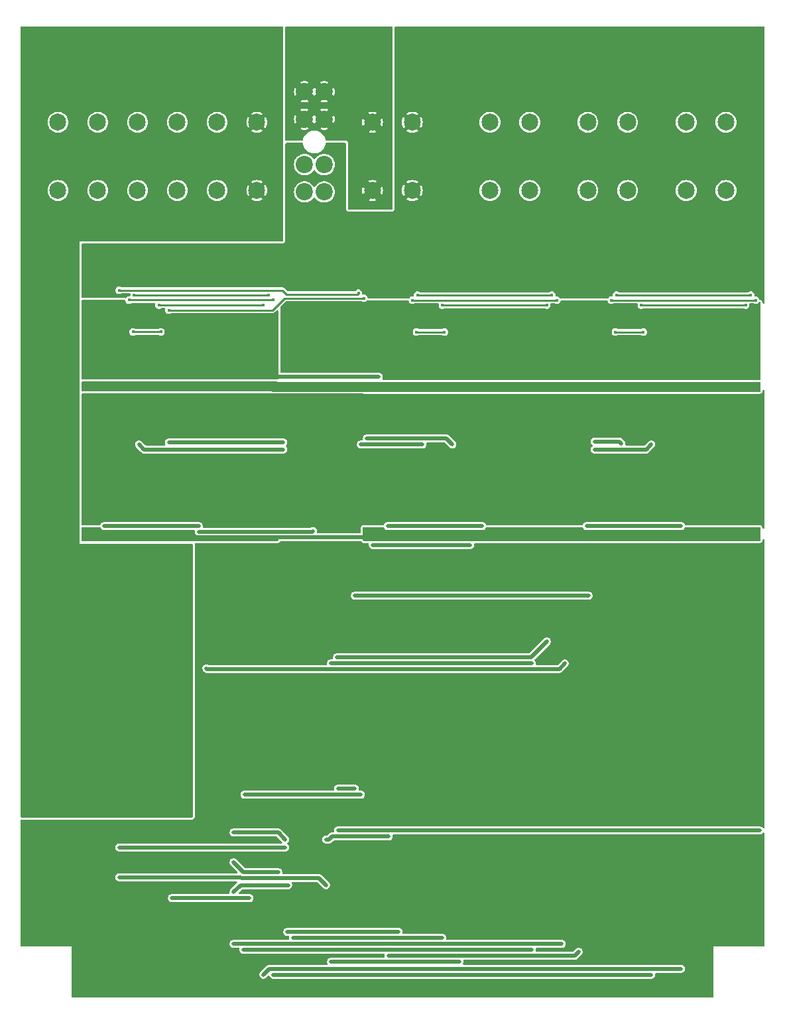
<source format=gbr>
%TF.GenerationSoftware,KiCad,Pcbnew,8.0.2*%
%TF.CreationDate,2025-02-22T15:35:02+01:00*%
%TF.ProjectId,enclosure,656e636c-6f73-4757-9265-2e6b69636164,1.0.0*%
%TF.SameCoordinates,Original*%
%TF.FileFunction,Copper,L2,Bot*%
%TF.FilePolarity,Positive*%
%FSLAX46Y46*%
G04 Gerber Fmt 4.6, Leading zero omitted, Abs format (unit mm)*
G04 Created by KiCad (PCBNEW 8.0.2) date 2025-02-22 15:35:02*
%MOMM*%
%LPD*%
G01*
G04 APERTURE LIST*
%TA.AperFunction,ComponentPad*%
%ADD10C,2.162000*%
%TD*%
%TA.AperFunction,ComponentPad*%
%ADD11C,2.200000*%
%TD*%
%TA.AperFunction,ViaPad*%
%ADD12C,0.450000*%
%TD*%
%TA.AperFunction,Conductor*%
%ADD13C,0.508000*%
%TD*%
%TA.AperFunction,Conductor*%
%ADD14C,0.254000*%
%TD*%
%TA.AperFunction,Conductor*%
%ADD15C,1.270000*%
%TD*%
G04 APERTURE END LIST*
D10*
%TO.P,J101,1,Pin_1*%
%TO.N,GNDI*%
X182660000Y-61200000D03*
X182660000Y-52500000D03*
%TO.P,J101,2,Pin_2*%
%TO.N,/digital-interface/~{CS_ISO}*%
X177580000Y-61200000D03*
X177580000Y-52500000D03*
%TO.P,J101,3,Pin_3*%
%TO.N,/digital-interface/SCKL_ISO*%
X172500000Y-61200000D03*
X172500000Y-52500000D03*
%TO.P,J101,4,Pin_4*%
%TO.N,/digital-interface/SDI_ISO*%
X167420000Y-61200000D03*
X167420000Y-52500000D03*
%TO.P,J101,5,Pin_5*%
%TO.N,/digital-interface/SDO_ISO*%
X162340000Y-61200000D03*
X162340000Y-52500000D03*
%TO.P,J101,6,Pin_6*%
%TO.N,unconnected-(J101-Pin_6-Pad6)*%
X157260000Y-61200000D03*
X157260000Y-52500000D03*
%TD*%
D11*
%TO.P,F1002,1*%
%TO.N,+24V*%
X188750000Y-61400000D03*
X191250000Y-61400000D03*
X188750000Y-57900000D03*
X191250000Y-57900000D03*
%TO.P,F1002,2*%
%TO.N,/power/IN*%
X188750000Y-52100000D03*
X191250000Y-52100000D03*
X188750000Y-48600000D03*
X191250000Y-48600000D03*
%TD*%
D10*
%TO.P,J104,1,Pin_1*%
%TO.N,/peltier_-*%
X242560000Y-61200000D03*
X242560000Y-52500000D03*
%TO.P,J104,2,Pin_2*%
%TO.N,/peltier_+*%
X237480000Y-61200000D03*
X237480000Y-52500000D03*
%TD*%
%TO.P,J103,1,Pin_1*%
%TO.N,/heater_-*%
X230000000Y-61200000D03*
X230000000Y-52500000D03*
%TO.P,J103,2,Pin_2*%
%TO.N,/heater_+*%
X224920000Y-61200000D03*
X224920000Y-52500000D03*
%TD*%
%TO.P,J105,1,Pin_1*%
%TO.N,/fan_-*%
X217500000Y-61200000D03*
X217500000Y-52500000D03*
%TO.P,J105,2,Pin_2*%
%TO.N,/fan_+*%
X212420000Y-61200000D03*
X212420000Y-52500000D03*
%TD*%
%TO.P,J102,1,Pin_1*%
%TO.N,GND*%
X202500000Y-61200000D03*
X202500000Y-52500000D03*
%TO.P,J102,2,Pin_2*%
%TO.N,/power/IN*%
X197420000Y-61200000D03*
X197420000Y-52500000D03*
%TD*%
D12*
%TO.N,/pwm2/mod_pin*%
X175235000Y-104044000D03*
X163170000Y-104047496D03*
%TO.N,GND*%
X184405000Y-102139000D03*
X170155000Y-103028000D03*
X164672500Y-102139000D03*
%TO.N,+5VA_pwm*%
X166726000Y-104806000D03*
%TO.N,/pwm/mod_pin*%
X211430000Y-104044000D03*
X199365000Y-104047496D03*
%TO.N,GND*%
X220600000Y-102139000D03*
X206350000Y-103028000D03*
X200867500Y-102139000D03*
%TO.N,+5VA_pwm*%
X202921000Y-104806000D03*
%TO.N,/pwm1/mod_pin*%
X236830000Y-104044000D03*
X224765000Y-104047496D03*
%TO.N,GND*%
X246000000Y-102139000D03*
X231750000Y-103028000D03*
X226267500Y-102139000D03*
%TO.N,+5VA_pwm*%
X228321000Y-104806000D03*
%TO.N,GND*%
X183722500Y-130692500D03*
X180823000Y-109505000D03*
X180950000Y-124110000D03*
X182855000Y-123094000D03*
%TO.N,GNDI*%
X168250000Y-136175000D03*
X168377000Y-109505000D03*
X165075000Y-116490000D03*
X168250000Y-120935000D03*
X168250000Y-131095000D03*
X165075000Y-112680000D03*
X165075000Y-108870000D03*
X168250000Y-124110000D03*
%TO.N,/full-bridge/cs*%
X203175000Y-74580000D03*
X220320000Y-74580000D03*
%TO.N,/full-bridge/sel0*%
X202540000Y-75215000D03*
X220955000Y-75215000D03*
%TO.N,/full-bridge/pwm*%
X206350000Y-75850000D03*
X219685000Y-75850000D03*
%TO.N,/full-bridge/in_b*%
X206604000Y-79279000D03*
X203048000Y-79279000D03*
%TO.N,+5VA_full-bridge*%
X220955000Y-86264000D03*
%TO.N,+24V*%
X211430000Y-80930000D03*
X210160000Y-80930000D03*
X217780000Y-80930000D03*
X219050000Y-80930000D03*
X205080000Y-76485000D03*
X217780000Y-77120000D03*
X213970000Y-77120000D03*
X217780000Y-79660000D03*
X207620000Y-83470000D03*
X210160000Y-79660000D03*
X206350000Y-83470000D03*
X203810000Y-83470000D03*
X205080000Y-83470000D03*
X204445000Y-75850000D03*
X219050000Y-78390000D03*
X213970000Y-79660000D03*
X219050000Y-77120000D03*
X212700000Y-79660000D03*
X203810000Y-76485000D03*
X211430000Y-79660000D03*
X212700000Y-78390000D03*
X202540000Y-76485000D03*
X219050000Y-79660000D03*
X203175000Y-75850000D03*
X212700000Y-80930000D03*
X217780000Y-78390000D03*
X213970000Y-80930000D03*
X213970000Y-78390000D03*
%TO.N,GND*%
X220320000Y-73310000D03*
X217780000Y-72040000D03*
X211430000Y-96805000D03*
X213970000Y-70770000D03*
X219050000Y-73310000D03*
X212700000Y-73310000D03*
X217780000Y-70770000D03*
X211430000Y-69500000D03*
X210160000Y-72040000D03*
X212700000Y-70770000D03*
X213970000Y-73310000D03*
X197460000Y-74580000D03*
X197460000Y-70770000D03*
X211430000Y-73310000D03*
X197460000Y-69500000D03*
X219050000Y-69500000D03*
X211430000Y-70770000D03*
X211430000Y-72040000D03*
X213970000Y-72040000D03*
X198730000Y-73310000D03*
X197460000Y-72040000D03*
X207620000Y-96805000D03*
X220320000Y-70770000D03*
X219050000Y-72040000D03*
X216256000Y-92360000D03*
X220320000Y-72040000D03*
X215240000Y-90709000D03*
X203810000Y-96805000D03*
X198730000Y-74580000D03*
X210160000Y-73310000D03*
X197460000Y-73310000D03*
X220320000Y-69500000D03*
X212700000Y-72040000D03*
X213970000Y-69500000D03*
X219050000Y-70770000D03*
X212700000Y-69500000D03*
X217780000Y-73310000D03*
X198730000Y-72040000D03*
X217780000Y-69500000D03*
%TO.N,/full-bridge2/cs*%
X166980000Y-74562500D03*
X184125000Y-74562500D03*
%TO.N,/full-bridge2/sel0*%
X166345000Y-75197500D03*
X184760000Y-75197500D03*
%TO.N,/full-bridge2/pwm*%
X170155000Y-75832500D03*
X183490000Y-75832500D03*
%TO.N,/full-bridge2/in_b*%
X170409000Y-79261500D03*
X166853000Y-79261500D03*
%TO.N,+5VA_full-bridge*%
X184760000Y-86246500D03*
%TO.N,+12VA*%
X175235000Y-80912500D03*
X173965000Y-80912500D03*
X181585000Y-80912500D03*
X182855000Y-80912500D03*
X168885000Y-76467500D03*
X181585000Y-77102500D03*
X177775000Y-77102500D03*
X181585000Y-79642500D03*
X171425000Y-83452500D03*
X173965000Y-79642500D03*
X170155000Y-83452500D03*
X167615000Y-83452500D03*
X168885000Y-83452500D03*
X168250000Y-75832500D03*
X182855000Y-78372500D03*
X177775000Y-79642500D03*
X182855000Y-77102500D03*
X176505000Y-79642500D03*
X167615000Y-76467500D03*
X175235000Y-79642500D03*
X176505000Y-78372500D03*
X166345000Y-76467500D03*
X182855000Y-79642500D03*
X166980000Y-75832500D03*
X176505000Y-80912500D03*
X181585000Y-78372500D03*
X177775000Y-80912500D03*
X177775000Y-78372500D03*
%TO.N,GND*%
X184125000Y-73292500D03*
X181585000Y-72022500D03*
X175235000Y-96787500D03*
X177775000Y-70752500D03*
X182855000Y-73292500D03*
X176505000Y-73292500D03*
X181585000Y-70752500D03*
X175235000Y-69482500D03*
X173965000Y-72022500D03*
X176505000Y-70752500D03*
X177775000Y-73292500D03*
X161265000Y-74562500D03*
X161265000Y-70752500D03*
X175235000Y-73292500D03*
X161265000Y-69482500D03*
X182855000Y-69482500D03*
X175235000Y-70752500D03*
X175235000Y-72022500D03*
X177775000Y-72022500D03*
X162535000Y-73292500D03*
X161265000Y-72022500D03*
X171425000Y-96787500D03*
X184125000Y-70752500D03*
X182855000Y-72022500D03*
X180061000Y-92342500D03*
X184125000Y-72022500D03*
X179045000Y-90691500D03*
X167615000Y-96787500D03*
X162535000Y-74562500D03*
X173965000Y-73292500D03*
X161265000Y-73292500D03*
X184125000Y-69482500D03*
X176505000Y-72022500D03*
X177775000Y-69482500D03*
X182855000Y-70752500D03*
X176505000Y-69482500D03*
X181585000Y-73292500D03*
X162535000Y-72022500D03*
X181585000Y-69482500D03*
%TO.N,/full-bridge1/cs*%
X228575000Y-74580000D03*
X245720000Y-74580000D03*
%TO.N,/full-bridge1/sel0*%
X227940000Y-75215000D03*
X246355000Y-75215000D03*
%TO.N,/full-bridge1/pwm*%
X231750000Y-75850000D03*
X245085000Y-75850000D03*
%TO.N,/full-bridge1/in_b*%
X232004000Y-79279000D03*
X228448000Y-79279000D03*
%TO.N,+5VA_full-bridge*%
X246355000Y-86264000D03*
%TO.N,+24V*%
X236830000Y-80930000D03*
X235560000Y-80930000D03*
X243180000Y-80930000D03*
X244450000Y-80930000D03*
X230480000Y-76485000D03*
X243180000Y-77120000D03*
X239370000Y-77120000D03*
X243180000Y-79660000D03*
X233020000Y-83470000D03*
X235560000Y-79660000D03*
X231750000Y-83470000D03*
X229210000Y-83470000D03*
X230480000Y-83470000D03*
X229845000Y-75850000D03*
X244450000Y-78390000D03*
X239370000Y-79660000D03*
X244450000Y-77120000D03*
X238100000Y-79660000D03*
X229210000Y-76485000D03*
X236830000Y-79660000D03*
X238100000Y-78390000D03*
X227940000Y-76485000D03*
X244450000Y-79660000D03*
X228575000Y-75850000D03*
X238100000Y-80930000D03*
X243180000Y-78390000D03*
X239370000Y-80930000D03*
X239370000Y-78390000D03*
%TO.N,GND*%
X245720000Y-73310000D03*
X243180000Y-72040000D03*
X236830000Y-96805000D03*
X239370000Y-70770000D03*
X244450000Y-73310000D03*
X238100000Y-73310000D03*
X243180000Y-70770000D03*
X236830000Y-69500000D03*
X235560000Y-72040000D03*
X238100000Y-70770000D03*
X239370000Y-73310000D03*
X222860000Y-74580000D03*
X222860000Y-70770000D03*
X236830000Y-73310000D03*
X222860000Y-69500000D03*
X244450000Y-69500000D03*
X236830000Y-70770000D03*
X236830000Y-72040000D03*
X239370000Y-72040000D03*
X224130000Y-73310000D03*
X222860000Y-72040000D03*
X233020000Y-96805000D03*
X245720000Y-70770000D03*
X244450000Y-72040000D03*
X241656000Y-92360000D03*
X245720000Y-72040000D03*
X240640000Y-90709000D03*
X229210000Y-96805000D03*
X224130000Y-74580000D03*
X235560000Y-73310000D03*
X222860000Y-73310000D03*
X245720000Y-69500000D03*
X238100000Y-72040000D03*
X239370000Y-69500000D03*
X244450000Y-70770000D03*
X238100000Y-69500000D03*
X243180000Y-73310000D03*
X224130000Y-72040000D03*
X243180000Y-69500000D03*
%TO.N,GNDI*%
X177140000Y-41560000D03*
X161900000Y-41560000D03*
X166980000Y-41560000D03*
X172060000Y-41560000D03*
%TO.N,+5VA*%
X195936000Y-138334000D03*
X219685000Y-118776000D03*
X181077000Y-138334000D03*
X192888000Y-120808000D03*
%TO.N,GND*%
X234290000Y-136810000D03*
X233020000Y-144430000D03*
X161900000Y-89820000D03*
X192380000Y-97440000D03*
X236830000Y-117760000D03*
X212700000Y-127920000D03*
X235560000Y-145700000D03*
X244450000Y-154590000D03*
X236830000Y-119030000D03*
X207620000Y-127920000D03*
X210160000Y-148240000D03*
X161900000Y-102520000D03*
X233020000Y-119030000D03*
X233020000Y-111410000D03*
X238100000Y-113950000D03*
X215240000Y-127920000D03*
X212700000Y-148240000D03*
X159360000Y-160940000D03*
X192380000Y-94900000D03*
X243180000Y-94900000D03*
X233020000Y-120300000D03*
X154280000Y-143160000D03*
X235560000Y-119030000D03*
X154280000Y-155860000D03*
X220320000Y-148240000D03*
X231750000Y-145700000D03*
X234290000Y-135540000D03*
X236830000Y-115220000D03*
X183744000Y-134905000D03*
X222860000Y-89820000D03*
X236830000Y-113950000D03*
X225400000Y-92360000D03*
X231750000Y-135540000D03*
X154280000Y-150780000D03*
X169520000Y-150780000D03*
X240640000Y-148240000D03*
X189840000Y-99980000D03*
X212700000Y-107600000D03*
X240640000Y-127920000D03*
X227940000Y-148240000D03*
X189840000Y-94900000D03*
X231750000Y-111410000D03*
X166980000Y-143160000D03*
X234290000Y-120300000D03*
X235560000Y-135540000D03*
X238100000Y-127920000D03*
X238100000Y-117760000D03*
X169520000Y-143160000D03*
X161900000Y-92360000D03*
X217780000Y-148240000D03*
X235560000Y-148240000D03*
X205080000Y-127920000D03*
X235560000Y-111410000D03*
X207620000Y-107600000D03*
X192380000Y-89820000D03*
X189840000Y-102520000D03*
X189840000Y-134905000D03*
X161900000Y-94900000D03*
X234290000Y-111410000D03*
X238100000Y-139350000D03*
X234290000Y-119030000D03*
X230480000Y-111410000D03*
X234290000Y-145700000D03*
X238100000Y-115220000D03*
X231750000Y-110140000D03*
X227940000Y-127920000D03*
X192380000Y-92360000D03*
X230480000Y-119030000D03*
X169520000Y-155860000D03*
X234290000Y-144430000D03*
X231750000Y-136810000D03*
X231750000Y-144430000D03*
X230480000Y-148240000D03*
X233020000Y-148240000D03*
X234290000Y-110140000D03*
X200000000Y-127920000D03*
X238100000Y-138080000D03*
X189840000Y-92360000D03*
X215240000Y-107600000D03*
X238100000Y-148240000D03*
X245720000Y-97440000D03*
X215240000Y-115220000D03*
X238100000Y-116490000D03*
X238100000Y-112680000D03*
X207620000Y-148240000D03*
X243180000Y-127920000D03*
X205080000Y-148240000D03*
X230480000Y-127920000D03*
X215240000Y-148240000D03*
X225400000Y-89820000D03*
X231750000Y-119030000D03*
X154280000Y-145700000D03*
X222860000Y-148240000D03*
X235560000Y-136810000D03*
X154280000Y-153320000D03*
X243180000Y-97440000D03*
X233020000Y-135540000D03*
X166980000Y-160940000D03*
X192380000Y-99980000D03*
X233020000Y-145700000D03*
X236830000Y-139350000D03*
X164440000Y-160940000D03*
X243180000Y-148240000D03*
X189840000Y-89820000D03*
X233020000Y-127920000D03*
X202540000Y-127920000D03*
X236830000Y-140620000D03*
X245720000Y-94900000D03*
X200000000Y-107600000D03*
X189840000Y-97440000D03*
X210160000Y-107600000D03*
X236830000Y-136810000D03*
X233020000Y-110140000D03*
X236830000Y-144430000D03*
X238100000Y-141890000D03*
X161900000Y-160940000D03*
X161900000Y-97440000D03*
X236830000Y-138080000D03*
X222860000Y-127920000D03*
X192380000Y-102520000D03*
X236830000Y-112680000D03*
X169520000Y-160940000D03*
X230480000Y-144430000D03*
X235560000Y-127920000D03*
X235560000Y-120300000D03*
X238100000Y-140620000D03*
X225400000Y-127920000D03*
X236830000Y-111410000D03*
X236830000Y-116490000D03*
X205080000Y-107600000D03*
X225400000Y-148240000D03*
X202540000Y-107600000D03*
X154280000Y-148240000D03*
X161900000Y-99980000D03*
X169520000Y-153320000D03*
X210160000Y-127920000D03*
X235560000Y-144430000D03*
X231750000Y-120300000D03*
X169520000Y-158400000D03*
X233020000Y-136810000D03*
X217780000Y-127920000D03*
X230480000Y-136810000D03*
X235560000Y-110140000D03*
X217780000Y-107600000D03*
X236830000Y-141890000D03*
X222860000Y-92360000D03*
X220320000Y-127920000D03*
%TO.N,GNDI*%
X179680000Y-66960000D03*
X156820000Y-140620000D03*
X159360000Y-69500000D03*
X159360000Y-108870000D03*
X184760000Y-46640000D03*
X153010000Y-112680000D03*
X153010000Y-127920000D03*
X159360000Y-99980000D03*
X153010000Y-51720000D03*
X153010000Y-110140000D03*
X153010000Y-44100000D03*
X153010000Y-82200000D03*
X182220000Y-41560000D03*
X159360000Y-138080000D03*
X153010000Y-115220000D03*
X153010000Y-64420000D03*
X156820000Y-41560000D03*
X153010000Y-105060000D03*
X153010000Y-130460000D03*
X159360000Y-92360000D03*
X169520000Y-41560000D03*
X179680000Y-41560000D03*
X159360000Y-84740000D03*
X153010000Y-102520000D03*
X159360000Y-89820000D03*
X159360000Y-112680000D03*
X153010000Y-97440000D03*
X153010000Y-49180000D03*
X184760000Y-66960000D03*
X153010000Y-120300000D03*
X153010000Y-89820000D03*
X159360000Y-79660000D03*
X169520000Y-66960000D03*
X153010000Y-107600000D03*
X184760000Y-49180000D03*
X184760000Y-64420000D03*
X153010000Y-56800000D03*
X159360000Y-97440000D03*
X153010000Y-54260000D03*
X153010000Y-94900000D03*
X159360000Y-41560000D03*
X159360000Y-135540000D03*
X159360000Y-140620000D03*
X159360000Y-130460000D03*
X159360000Y-66960000D03*
X159360000Y-94900000D03*
X153010000Y-122840000D03*
X153010000Y-61880000D03*
X174600000Y-66960000D03*
X159360000Y-74580000D03*
X153010000Y-133000000D03*
X153010000Y-125380000D03*
X159360000Y-133000000D03*
X153010000Y-66960000D03*
X164440000Y-66960000D03*
X174600000Y-41560000D03*
X153010000Y-135540000D03*
X153010000Y-79660000D03*
X159360000Y-72040000D03*
X159360000Y-120300000D03*
X159360000Y-77120000D03*
X184760000Y-59340000D03*
X159360000Y-87280000D03*
X177140000Y-66960000D03*
X159360000Y-102520000D03*
X153010000Y-77120000D03*
X153010000Y-72040000D03*
X154280000Y-140620000D03*
X184760000Y-56800000D03*
X153010000Y-99980000D03*
X159360000Y-122840000D03*
X153010000Y-87280000D03*
X164440000Y-41560000D03*
X153010000Y-41560000D03*
X153010000Y-92360000D03*
X153010000Y-69500000D03*
X153010000Y-138080000D03*
X153010000Y-46640000D03*
X184760000Y-61880000D03*
X184760000Y-54260000D03*
X184760000Y-41560000D03*
X182220000Y-66960000D03*
X166980000Y-66960000D03*
X184760000Y-44100000D03*
X159360000Y-105060000D03*
X184760000Y-51720000D03*
X153010000Y-84740000D03*
X153010000Y-59340000D03*
X159360000Y-82200000D03*
X159360000Y-125380000D03*
X172060000Y-66960000D03*
X159360000Y-116490000D03*
X159360000Y-127920000D03*
X153010000Y-74580000D03*
X161900000Y-66960000D03*
X153010000Y-117760000D03*
%TO.N,+5VA_digital-interface*%
X176212500Y-122205000D03*
X221981400Y-121585000D03*
%TO.N,+5VA_dac*%
X192126000Y-121570000D03*
X193015000Y-137572000D03*
X217780000Y-121570000D03*
X195174000Y-137572000D03*
%TO.N,+5VA_pwm*%
X221844000Y-105060000D03*
%TO.N,+24V*%
X195174000Y-112934000D03*
X225019000Y-112934000D03*
X193650000Y-82200000D03*
X193650000Y-77120000D03*
X193650000Y-79660000D03*
X188570000Y-82200000D03*
X192380000Y-75850000D03*
X191110000Y-82200000D03*
X187300000Y-78390000D03*
X187300000Y-75850000D03*
X192380000Y-80930000D03*
X191110000Y-79660000D03*
X189840000Y-80930000D03*
X194920000Y-80930000D03*
X194920000Y-78390000D03*
X188570000Y-79660000D03*
X189840000Y-78390000D03*
X189840000Y-83470000D03*
X187300000Y-83470000D03*
X192380000Y-83470000D03*
X191110000Y-77120000D03*
X194920000Y-75850000D03*
X188570000Y-77120000D03*
X194920000Y-83470000D03*
X203556000Y-112934000D03*
X189840000Y-75850000D03*
X187300000Y-80930000D03*
X192380000Y-78390000D03*
%TO.N,+12VA*%
X198222000Y-84994000D03*
%TO.N,/fan_+*%
X165075000Y-73945000D03*
X195634800Y-74326000D03*
%TO.N,/fan_-*%
X196317000Y-74961000D03*
X171425000Y-76485000D03*
%TO.N,/dac_ch_6*%
X171806000Y-151542000D03*
X181712000Y-151542000D03*
%TO.N,Net-(JP106-A)*%
X221590000Y-157384000D03*
X179680000Y-157384000D03*
%TO.N,/full-bridge/IN_B*%
X207620000Y-93630000D03*
X196698000Y-92868000D03*
%TO.N,Net-(JP107-A)*%
X217780000Y-158146000D03*
X180950000Y-158146000D03*
%TO.N,/full-bridge/IN_A*%
X203810000Y-93630000D03*
X195936000Y-93630000D03*
%TO.N,Net-(JP108-A)*%
X183490000Y-161321000D03*
X236830000Y-160559000D03*
%TO.N,/full-bridge1/IN_B*%
X225781000Y-94265000D03*
X233020000Y-93630000D03*
%TO.N,/full-bridge1/IN_A*%
X229210000Y-93503000D03*
X225781000Y-93249000D03*
%TO.N,Net-(JP109-A)*%
X184760000Y-161321000D03*
X233020000Y-161321000D03*
%TO.N,Net-(JP110-A)*%
X206350000Y-156622000D03*
X187300000Y-156622000D03*
%TO.N,/full-bridge2/IN_B*%
X171425000Y-93376000D03*
X186030000Y-93376000D03*
%TO.N,/full-bridge2/IN_A*%
X167615000Y-93630000D03*
X186030000Y-94265000D03*
%TO.N,Net-(JP111-A)*%
X186538000Y-155860000D03*
X200762000Y-155860000D03*
%TO.N,/dac/dac_ch_0*%
X223749000Y-158400000D03*
X191491000Y-144049000D03*
X199492000Y-143668000D03*
X199492000Y-158908000D03*
%TO.N,/dac_ch_0*%
X209906000Y-106457000D03*
X197460000Y-106457000D03*
%TO.N,/dac/dac_ch_1*%
X193015000Y-142906000D03*
X246863000Y-142906000D03*
%TO.N,/dac/dac_ch_2*%
X192126000Y-159670000D03*
X208509000Y-159670000D03*
%TO.N,/dac_ch_2*%
X189840000Y-104679000D03*
X175235000Y-104755200D03*
%TO.N,/dac/dac_ch_3*%
X165075000Y-148875000D03*
X191491000Y-149891000D03*
%TO.N,/dac/dac_ch_4*%
X179680000Y-150780000D03*
X186665000Y-149891000D03*
%TO.N,/dac/dac_ch_5*%
X179680000Y-146970000D03*
X185395000Y-148240000D03*
%TO.N,/dac/dac_ch_6*%
X186284000Y-144049000D03*
X179680000Y-143160000D03*
%TO.N,/dac/dac_ch_7*%
X165075000Y-145065000D03*
X186284000Y-145065000D03*
%TO.N,+5VA_full-bridge*%
X223241000Y-86264000D03*
%TD*%
D13*
%TO.N,/pwm2/mod_pin*%
X163173496Y-104044000D02*
X175235000Y-104044000D01*
X163170000Y-104047496D02*
X163173496Y-104044000D01*
%TO.N,/pwm/mod_pin*%
X199368496Y-104044000D02*
X211430000Y-104044000D01*
X199365000Y-104047496D02*
X199368496Y-104044000D01*
%TO.N,/pwm1/mod_pin*%
X224768496Y-104044000D02*
X236830000Y-104044000D01*
X224765000Y-104047496D02*
X224768496Y-104044000D01*
%TO.N,GND*%
X183722500Y-128152500D02*
X183722500Y-130692500D01*
X182855000Y-127285000D02*
X183722500Y-128152500D01*
X182855000Y-123094000D02*
X182855000Y-127285000D01*
%TO.N,GNDI*%
X168250000Y-136175000D02*
X168250000Y-131095000D01*
X165075000Y-117760000D02*
X168250000Y-120935000D01*
X165075000Y-116490000D02*
X165075000Y-112680000D01*
X165075000Y-108870000D02*
X165075000Y-112680000D01*
X165075000Y-116490000D02*
X165075000Y-117760000D01*
D14*
%TO.N,/full-bridge/cs*%
X203175000Y-74580000D02*
X220320000Y-74580000D01*
%TO.N,/full-bridge/sel0*%
X202540000Y-75215000D02*
X220955000Y-75215000D01*
%TO.N,/full-bridge/pwm*%
X206350000Y-75850000D02*
X219685000Y-75850000D01*
%TO.N,/full-bridge/in_b*%
X206604000Y-79279000D02*
X203048000Y-79279000D01*
%TO.N,/full-bridge2/cs*%
X166980000Y-74562500D02*
X184125000Y-74562500D01*
%TO.N,/full-bridge2/sel0*%
X166345000Y-75197500D02*
X184760000Y-75197500D01*
%TO.N,/full-bridge2/pwm*%
X170155000Y-75832500D02*
X183490000Y-75832500D01*
%TO.N,/full-bridge2/in_b*%
X170409000Y-79261500D02*
X166853000Y-79261500D01*
%TO.N,/full-bridge1/cs*%
X228575000Y-74580000D02*
X245720000Y-74580000D01*
%TO.N,/full-bridge1/sel0*%
X227940000Y-75215000D02*
X246355000Y-75215000D01*
%TO.N,/full-bridge1/pwm*%
X231750000Y-75850000D02*
X245085000Y-75850000D01*
%TO.N,/full-bridge1/in_b*%
X232004000Y-79279000D02*
X228448000Y-79279000D01*
D13*
%TO.N,+5VA_digital-interface*%
X221285200Y-122281200D02*
X176288700Y-122281200D01*
X176288700Y-122281200D02*
X176212500Y-122205000D01*
X221981400Y-121585000D02*
X221285200Y-122281200D01*
%TO.N,/dac/dac_ch_3*%
X190551200Y-148951200D02*
X191491000Y-149891000D01*
X180655411Y-148951200D02*
X190551200Y-148951200D01*
X165075000Y-148875000D02*
X180579211Y-148875000D01*
X180579211Y-148875000D02*
X180655411Y-148951200D01*
%TO.N,/dac/dac_ch_7*%
X186284000Y-145065000D02*
X165075000Y-145065000D01*
%TO.N,+5VA*%
X192888000Y-120808000D02*
X217653000Y-120808000D01*
X217653000Y-120808000D02*
X219685000Y-118776000D01*
X181077000Y-138334000D02*
X195936000Y-138334000D01*
%TO.N,GND*%
X189840000Y-134905000D02*
X183744000Y-134905000D01*
%TO.N,+5VA_dac*%
X193015000Y-137572000D02*
X195174000Y-137572000D01*
X217780000Y-121570000D02*
X192126000Y-121570000D01*
%TO.N,+5VA_pwm*%
X202921000Y-104806000D02*
X199492000Y-104806000D01*
X199492000Y-104806000D02*
X198831600Y-105466400D01*
X174092000Y-104806000D02*
X166726000Y-104806000D01*
X198831600Y-105466400D02*
X174752400Y-105466400D01*
X174752400Y-105466400D02*
X174092000Y-104806000D01*
%TO.N,+24V*%
X203556000Y-112934000D02*
X195174000Y-112934000D01*
X225019000Y-112934000D02*
X203556000Y-112934000D01*
%TO.N,+12VA*%
X198222000Y-84994000D02*
X184760000Y-84994000D01*
X184760000Y-84994000D02*
X182855000Y-83089000D01*
X182855000Y-83089000D02*
X182855000Y-79642500D01*
D14*
%TO.N,/fan_+*%
X195634800Y-74326000D02*
X195507800Y-74453000D01*
X185903000Y-73945000D02*
X165075000Y-73945000D01*
X195507800Y-74453000D02*
X186411000Y-74453000D01*
X186411000Y-74453000D02*
X185903000Y-73945000D01*
%TO.N,/fan_-*%
X186157000Y-74961000D02*
X196317000Y-74961000D01*
X171425000Y-76485000D02*
X184633000Y-76485000D01*
X184633000Y-76485000D02*
X186157000Y-74961000D01*
D13*
%TO.N,/dac_ch_6*%
X171806000Y-151542000D02*
X181712000Y-151542000D01*
%TO.N,Net-(JP106-A)*%
X179680000Y-157384000D02*
X221590000Y-157384000D01*
%TO.N,/full-bridge/IN_B*%
X206858000Y-92868000D02*
X207620000Y-93630000D01*
X196698000Y-92868000D02*
X206858000Y-92868000D01*
%TO.N,Net-(JP107-A)*%
X180950000Y-158146000D02*
X217780000Y-158146000D01*
%TO.N,/full-bridge/IN_A*%
X195936000Y-93630000D02*
X203810000Y-93630000D01*
%TO.N,Net-(JP108-A)*%
X183490000Y-161321000D02*
X184252000Y-160559000D01*
X184252000Y-160559000D02*
X185268000Y-160559000D01*
X185268000Y-160559000D02*
X236830000Y-160559000D01*
%TO.N,/full-bridge1/IN_B*%
X232385000Y-94265000D02*
X233020000Y-93630000D01*
X225781000Y-94265000D02*
X230988000Y-94265000D01*
X230988000Y-94265000D02*
X232385000Y-94265000D01*
%TO.N,/full-bridge1/IN_A*%
X228956000Y-93249000D02*
X229210000Y-93503000D01*
X228321000Y-93249000D02*
X228956000Y-93249000D01*
X227051000Y-93249000D02*
X228321000Y-93249000D01*
X225781000Y-93249000D02*
X227051000Y-93249000D01*
%TO.N,Net-(JP109-A)*%
X184760000Y-161321000D02*
X233020000Y-161321000D01*
%TO.N,Net-(JP110-A)*%
X187300000Y-156622000D02*
X206350000Y-156622000D01*
%TO.N,/full-bridge2/IN_B*%
X186030000Y-93376000D02*
X171425000Y-93376000D01*
%TO.N,/full-bridge2/IN_A*%
X168250000Y-94265000D02*
X167615000Y-93630000D01*
X186030000Y-94265000D02*
X168250000Y-94265000D01*
%TO.N,Net-(JP111-A)*%
X186538000Y-155860000D02*
X200762000Y-155860000D01*
%TO.N,/dac/dac_ch_0*%
X191872000Y-144049000D02*
X192253000Y-143668000D01*
X195555000Y-143668000D02*
X199492000Y-143668000D01*
X199492000Y-158908000D02*
X223241000Y-158908000D01*
X192253000Y-143668000D02*
X195555000Y-143668000D01*
X223241000Y-158908000D02*
X223749000Y-158400000D01*
X191491000Y-144049000D02*
X191872000Y-144049000D01*
%TO.N,/dac_ch_0*%
X197460000Y-106457000D02*
X209906000Y-106457000D01*
%TO.N,/dac/dac_ch_1*%
X193015000Y-142906000D02*
X246863000Y-142906000D01*
%TO.N,/dac/dac_ch_2*%
X192126000Y-159670000D02*
X208509000Y-159670000D01*
%TO.N,/dac_ch_2*%
X189840000Y-104679000D02*
X189763800Y-104755200D01*
X189763800Y-104755200D02*
X175235000Y-104755200D01*
%TO.N,/dac/dac_ch_4*%
X186665000Y-149891000D02*
X180569000Y-149891000D01*
X180569000Y-149891000D02*
X179680000Y-150780000D01*
%TO.N,/dac/dac_ch_5*%
X180950000Y-148240000D02*
X179680000Y-146970000D01*
X185395000Y-148240000D02*
X180950000Y-148240000D01*
%TO.N,/dac/dac_ch_6*%
X185395000Y-143160000D02*
X179680000Y-143160000D01*
X186284000Y-144049000D02*
X185395000Y-143160000D01*
D15*
%TO.N,+5VA_full-bridge*%
X184760000Y-86246500D02*
X196807500Y-86246500D01*
D13*
X220955000Y-86264000D02*
X223241000Y-86264000D01*
X196807500Y-86246500D02*
X196825000Y-86264000D01*
X196825000Y-86264000D02*
X220955000Y-86264000D01*
X223241000Y-86264000D02*
X246355000Y-86264000D01*
%TD*%
%TA.AperFunction,Conductor*%
%TO.N,GND*%
G36*
X247469224Y-105759931D02*
G01*
X247498717Y-105824512D01*
X247500000Y-105842444D01*
X247500000Y-142522459D01*
X247479998Y-142590580D01*
X247426342Y-142637073D01*
X247356068Y-142647177D01*
X247291488Y-142617683D01*
X247274043Y-142599170D01*
X247269901Y-142593773D01*
X247175227Y-142499099D01*
X247175224Y-142499097D01*
X247059278Y-142432155D01*
X247059276Y-142432154D01*
X247059274Y-142432153D01*
X246929945Y-142397500D01*
X192948055Y-142397500D01*
X192818726Y-142432153D01*
X192818724Y-142432154D01*
X192818721Y-142432155D01*
X192702775Y-142499097D01*
X192702772Y-142499099D01*
X192608099Y-142593772D01*
X192608097Y-142593775D01*
X192541155Y-142709721D01*
X192541154Y-142709724D01*
X192541153Y-142709726D01*
X192506500Y-142839055D01*
X192506500Y-142972945D01*
X192513987Y-143000890D01*
X192512298Y-143071865D01*
X192472504Y-143130661D01*
X192407240Y-143158609D01*
X192392281Y-143159500D01*
X192186054Y-143159500D01*
X192077823Y-143188500D01*
X192077822Y-143188499D01*
X192056732Y-143194151D01*
X192056727Y-143194152D01*
X192056726Y-143194153D01*
X192056725Y-143194153D01*
X192056721Y-143194155D01*
X191940776Y-143261096D01*
X191940770Y-143261101D01*
X191845601Y-143356271D01*
X191698275Y-143503596D01*
X191635965Y-143537620D01*
X191609182Y-143540500D01*
X191424055Y-143540500D01*
X191294726Y-143575153D01*
X191294724Y-143575154D01*
X191294721Y-143575155D01*
X191178775Y-143642097D01*
X191178772Y-143642099D01*
X191084099Y-143736772D01*
X191084097Y-143736775D01*
X191017155Y-143852721D01*
X191017154Y-143852724D01*
X191017153Y-143852726D01*
X190982500Y-143982055D01*
X190982500Y-144115945D01*
X191017153Y-144245274D01*
X191017154Y-144245276D01*
X191017155Y-144245278D01*
X191084097Y-144361224D01*
X191084099Y-144361227D01*
X191178772Y-144455900D01*
X191178775Y-144455902D01*
X191211043Y-144474532D01*
X191294726Y-144522847D01*
X191424055Y-144557500D01*
X191424057Y-144557500D01*
X191938943Y-144557500D01*
X191938945Y-144557500D01*
X192068274Y-144522847D01*
X192184227Y-144455901D01*
X192426724Y-144213403D01*
X192489035Y-144179380D01*
X192515818Y-144176500D01*
X199558943Y-144176500D01*
X199558945Y-144176500D01*
X199688274Y-144141847D01*
X199804226Y-144074901D01*
X199898901Y-143980226D01*
X199965847Y-143864274D01*
X200000500Y-143734945D01*
X200000500Y-143601055D01*
X199993012Y-143573109D01*
X199994702Y-143502135D01*
X200034496Y-143443339D01*
X200099760Y-143415391D01*
X200114719Y-143414500D01*
X246929943Y-143414500D01*
X246929945Y-143414500D01*
X247059274Y-143379847D01*
X247175226Y-143312901D01*
X247269901Y-143218226D01*
X247269901Y-143218224D01*
X247274040Y-143212833D01*
X247331379Y-143170967D01*
X247402250Y-143166748D01*
X247464152Y-143201514D01*
X247497431Y-143264228D01*
X247500000Y-143289540D01*
X247500000Y-157624000D01*
X247479998Y-157692121D01*
X247426342Y-157738614D01*
X247374000Y-157750000D01*
X241000000Y-157750000D01*
X241000000Y-164123500D01*
X240979998Y-164191621D01*
X240926342Y-164238114D01*
X240874000Y-164249500D01*
X159126000Y-164249500D01*
X159057879Y-164229498D01*
X159011386Y-164175842D01*
X159000000Y-164123500D01*
X159000000Y-157750000D01*
X152626000Y-157750000D01*
X152557879Y-157729998D01*
X152511386Y-157676342D01*
X152500000Y-157624000D01*
X152500000Y-157317055D01*
X179171500Y-157317055D01*
X179171500Y-157450945D01*
X179206153Y-157580274D01*
X179206154Y-157580276D01*
X179206155Y-157580278D01*
X179273097Y-157696224D01*
X179273099Y-157696227D01*
X179367772Y-157790900D01*
X179367775Y-157790902D01*
X179459226Y-157843701D01*
X179483726Y-157857847D01*
X179613055Y-157892500D01*
X180327281Y-157892500D01*
X180395402Y-157912502D01*
X180441895Y-157966158D01*
X180451999Y-158036432D01*
X180448989Y-158051102D01*
X180441500Y-158079055D01*
X180441500Y-158212945D01*
X180476153Y-158342274D01*
X180476154Y-158342276D01*
X180476155Y-158342278D01*
X180543097Y-158458224D01*
X180543099Y-158458227D01*
X180637772Y-158552900D01*
X180637775Y-158552902D01*
X180712890Y-158596270D01*
X180753726Y-158619847D01*
X180883055Y-158654500D01*
X198869281Y-158654500D01*
X198937402Y-158674502D01*
X198983895Y-158728158D01*
X198993999Y-158798432D01*
X198990989Y-158813102D01*
X198983500Y-158841055D01*
X198983500Y-158974945D01*
X198990987Y-159002890D01*
X198989298Y-159073865D01*
X198949504Y-159132661D01*
X198884240Y-159160609D01*
X198869281Y-159161500D01*
X192059055Y-159161500D01*
X191929726Y-159196153D01*
X191929724Y-159196154D01*
X191929721Y-159196155D01*
X191813775Y-159263097D01*
X191813772Y-159263099D01*
X191719099Y-159357772D01*
X191719097Y-159357775D01*
X191652155Y-159473721D01*
X191652154Y-159473724D01*
X191652153Y-159473726D01*
X191617500Y-159603055D01*
X191617500Y-159736945D01*
X191652153Y-159866274D01*
X191652157Y-159866281D01*
X191655314Y-159873903D01*
X191652671Y-159874997D01*
X191666135Y-159930493D01*
X191642916Y-159997585D01*
X191587110Y-160041473D01*
X191540278Y-160050500D01*
X185334945Y-160050500D01*
X184318946Y-160050500D01*
X184185055Y-160050500D01*
X184055726Y-160085153D01*
X184055724Y-160085154D01*
X184055721Y-160085155D01*
X183939775Y-160152097D01*
X183083101Y-161008770D01*
X183083096Y-161008776D01*
X183016155Y-161124721D01*
X183016154Y-161124724D01*
X183016153Y-161124726D01*
X182981500Y-161254055D01*
X182981500Y-161387945D01*
X183016153Y-161517274D01*
X183016154Y-161517276D01*
X183016155Y-161517278D01*
X183083096Y-161633223D01*
X183083104Y-161633233D01*
X183177766Y-161727895D01*
X183177771Y-161727899D01*
X183177773Y-161727901D01*
X183293726Y-161794847D01*
X183423055Y-161829500D01*
X183423057Y-161829500D01*
X183556943Y-161829500D01*
X183556945Y-161829500D01*
X183686274Y-161794847D01*
X183802227Y-161727901D01*
X184074082Y-161456045D01*
X184136391Y-161422022D01*
X184207207Y-161427086D01*
X184264043Y-161469633D01*
X184284880Y-161512525D01*
X184286150Y-161517266D01*
X184286155Y-161517278D01*
X184353097Y-161633224D01*
X184353099Y-161633227D01*
X184447772Y-161727900D01*
X184447775Y-161727902D01*
X184447777Y-161727903D01*
X184563726Y-161794847D01*
X184693055Y-161829500D01*
X184693057Y-161829500D01*
X233086943Y-161829500D01*
X233086945Y-161829500D01*
X233216274Y-161794847D01*
X233332226Y-161727901D01*
X233426901Y-161633226D01*
X233493847Y-161517274D01*
X233528500Y-161387945D01*
X233528500Y-161254055D01*
X233521012Y-161226109D01*
X233522702Y-161155135D01*
X233562496Y-161096339D01*
X233627760Y-161068391D01*
X233642719Y-161067500D01*
X236896943Y-161067500D01*
X236896945Y-161067500D01*
X237026274Y-161032847D01*
X237142226Y-160965901D01*
X237236901Y-160871226D01*
X237303847Y-160755274D01*
X237338500Y-160625945D01*
X237338500Y-160492055D01*
X237303847Y-160362726D01*
X237236901Y-160246774D01*
X237236900Y-160246772D01*
X237142227Y-160152099D01*
X237142224Y-160152097D01*
X237026278Y-160085155D01*
X237026276Y-160085154D01*
X237026274Y-160085153D01*
X236896945Y-160050500D01*
X236896943Y-160050500D01*
X209094722Y-160050500D01*
X209026601Y-160030498D01*
X208980108Y-159976842D01*
X208970004Y-159906568D01*
X208981106Y-159874491D01*
X208979686Y-159873903D01*
X208982839Y-159866287D01*
X208982847Y-159866274D01*
X209017500Y-159736945D01*
X209017500Y-159603055D01*
X209010012Y-159575109D01*
X209011702Y-159504135D01*
X209051496Y-159445339D01*
X209116760Y-159417391D01*
X209131719Y-159416500D01*
X223307943Y-159416500D01*
X223307945Y-159416500D01*
X223437274Y-159381847D01*
X223553227Y-159314901D01*
X224155901Y-158712227D01*
X224222847Y-158596274D01*
X224257499Y-158466946D01*
X224257499Y-158333055D01*
X224222847Y-158203727D01*
X224155901Y-158087774D01*
X224155899Y-158087772D01*
X224155895Y-158087767D01*
X224061232Y-157993104D01*
X224061222Y-157993096D01*
X223945277Y-157926155D01*
X223945275Y-157926154D01*
X223945273Y-157926153D01*
X223815945Y-157891501D01*
X223682054Y-157891501D01*
X223552729Y-157926152D01*
X223552721Y-157926155D01*
X223436776Y-157993096D01*
X223436770Y-157993101D01*
X223342105Y-158087767D01*
X223067275Y-158362596D01*
X223004965Y-158396620D01*
X222978182Y-158399500D01*
X218402719Y-158399500D01*
X218334598Y-158379498D01*
X218288105Y-158325842D01*
X218278001Y-158255568D01*
X218281010Y-158240897D01*
X218288500Y-158212945D01*
X218288500Y-158079055D01*
X218281012Y-158051109D01*
X218282702Y-157980135D01*
X218322496Y-157921339D01*
X218387760Y-157893391D01*
X218402719Y-157892500D01*
X221656943Y-157892500D01*
X221656945Y-157892500D01*
X221786274Y-157857847D01*
X221902226Y-157790901D01*
X221996901Y-157696226D01*
X222063847Y-157580274D01*
X222098500Y-157450945D01*
X222098500Y-157317055D01*
X222063847Y-157187726D01*
X221996901Y-157071774D01*
X221996900Y-157071772D01*
X221902227Y-156977099D01*
X221902224Y-156977097D01*
X221786278Y-156910155D01*
X221786276Y-156910154D01*
X221786274Y-156910153D01*
X221656945Y-156875500D01*
X221656943Y-156875500D01*
X206972719Y-156875500D01*
X206904598Y-156855498D01*
X206858105Y-156801842D01*
X206848001Y-156731568D01*
X206851010Y-156716897D01*
X206858500Y-156688945D01*
X206858500Y-156555055D01*
X206823847Y-156425726D01*
X206770800Y-156333847D01*
X206756902Y-156309775D01*
X206756900Y-156309772D01*
X206662227Y-156215099D01*
X206662224Y-156215097D01*
X206546278Y-156148155D01*
X206546276Y-156148154D01*
X206546274Y-156148153D01*
X206416945Y-156113500D01*
X206416943Y-156113500D01*
X201384719Y-156113500D01*
X201316598Y-156093498D01*
X201270105Y-156039842D01*
X201260001Y-155969568D01*
X201263010Y-155954897D01*
X201270500Y-155926945D01*
X201270500Y-155793055D01*
X201235847Y-155663726D01*
X201168901Y-155547774D01*
X201168900Y-155547772D01*
X201074227Y-155453099D01*
X201074224Y-155453097D01*
X200958278Y-155386155D01*
X200958276Y-155386154D01*
X200958274Y-155386153D01*
X200828945Y-155351500D01*
X186471055Y-155351500D01*
X186341726Y-155386153D01*
X186341724Y-155386154D01*
X186341721Y-155386155D01*
X186225775Y-155453097D01*
X186225772Y-155453099D01*
X186131099Y-155547772D01*
X186131097Y-155547775D01*
X186064155Y-155663721D01*
X186064154Y-155663724D01*
X186064153Y-155663726D01*
X186029500Y-155793055D01*
X186029500Y-155926945D01*
X186064153Y-156056274D01*
X186064154Y-156056276D01*
X186064155Y-156056278D01*
X186131097Y-156172224D01*
X186131099Y-156172227D01*
X186225772Y-156266900D01*
X186225775Y-156266902D01*
X186300031Y-156309774D01*
X186341726Y-156333847D01*
X186471055Y-156368500D01*
X186677281Y-156368500D01*
X186745402Y-156388502D01*
X186791895Y-156442158D01*
X186801999Y-156512432D01*
X186798989Y-156527102D01*
X186791500Y-156555055D01*
X186791500Y-156688945D01*
X186798987Y-156716890D01*
X186797298Y-156787865D01*
X186757504Y-156846661D01*
X186692240Y-156874609D01*
X186677281Y-156875500D01*
X179613055Y-156875500D01*
X179483726Y-156910153D01*
X179483724Y-156910154D01*
X179483721Y-156910155D01*
X179367775Y-156977097D01*
X179367772Y-156977099D01*
X179273099Y-157071772D01*
X179273097Y-157071775D01*
X179206155Y-157187721D01*
X179206154Y-157187724D01*
X179206153Y-157187726D01*
X179171500Y-157317055D01*
X152500000Y-157317055D01*
X152500000Y-148808055D01*
X164566500Y-148808055D01*
X164566500Y-148941945D01*
X164601153Y-149071274D01*
X164601154Y-149071276D01*
X164601155Y-149071278D01*
X164668097Y-149187224D01*
X164668099Y-149187227D01*
X164762772Y-149281900D01*
X164762775Y-149281902D01*
X164854226Y-149334701D01*
X164878726Y-149348847D01*
X165008055Y-149383500D01*
X180053182Y-149383500D01*
X180121303Y-149403502D01*
X180167796Y-149457158D01*
X180177900Y-149527432D01*
X180148406Y-149592012D01*
X180142277Y-149598596D01*
X179273101Y-150467770D01*
X179273096Y-150467776D01*
X179206155Y-150583721D01*
X179206154Y-150583724D01*
X179206153Y-150583726D01*
X179171500Y-150713055D01*
X179171500Y-150846945D01*
X179178987Y-150874890D01*
X179177298Y-150945865D01*
X179137504Y-151004661D01*
X179072240Y-151032609D01*
X179057281Y-151033500D01*
X171739055Y-151033500D01*
X171609726Y-151068153D01*
X171609724Y-151068154D01*
X171609721Y-151068155D01*
X171493775Y-151135097D01*
X171493772Y-151135099D01*
X171399099Y-151229772D01*
X171399097Y-151229775D01*
X171332155Y-151345721D01*
X171332154Y-151345724D01*
X171332153Y-151345726D01*
X171297500Y-151475055D01*
X171297500Y-151608945D01*
X171332153Y-151738274D01*
X171332154Y-151738276D01*
X171332155Y-151738278D01*
X171399097Y-151854224D01*
X171399099Y-151854227D01*
X171493772Y-151948900D01*
X171493775Y-151948902D01*
X171585226Y-152001701D01*
X171609726Y-152015847D01*
X171739055Y-152050500D01*
X171739057Y-152050500D01*
X181778943Y-152050500D01*
X181778945Y-152050500D01*
X181908274Y-152015847D01*
X182024226Y-151948901D01*
X182118901Y-151854226D01*
X182185847Y-151738274D01*
X182220500Y-151608945D01*
X182220500Y-151475055D01*
X182185847Y-151345726D01*
X182118901Y-151229774D01*
X182118900Y-151229772D01*
X182024227Y-151135099D01*
X182024224Y-151135097D01*
X181908278Y-151068155D01*
X181908276Y-151068154D01*
X181908274Y-151068153D01*
X181778945Y-151033500D01*
X181778943Y-151033500D01*
X180449819Y-151033500D01*
X180381698Y-151013498D01*
X180335205Y-150959842D01*
X180325101Y-150889568D01*
X180354595Y-150824988D01*
X180360723Y-150818405D01*
X180742722Y-150436405D01*
X180805035Y-150402380D01*
X180831818Y-150399500D01*
X186731943Y-150399500D01*
X186731945Y-150399500D01*
X186861274Y-150364847D01*
X186977226Y-150297901D01*
X187071901Y-150203226D01*
X187138847Y-150087274D01*
X187173500Y-149957945D01*
X187173500Y-149824055D01*
X187138847Y-149694726D01*
X187138842Y-149694717D01*
X187112274Y-149648699D01*
X187095536Y-149579704D01*
X187118757Y-149512612D01*
X187174564Y-149468725D01*
X187221393Y-149459700D01*
X190288381Y-149459700D01*
X190356502Y-149479702D01*
X190377476Y-149496604D01*
X191178775Y-150297902D01*
X191178777Y-150297903D01*
X191294726Y-150364847D01*
X191424055Y-150399500D01*
X191424057Y-150399500D01*
X191557943Y-150399500D01*
X191557945Y-150399500D01*
X191687274Y-150364847D01*
X191803227Y-150297901D01*
X191897901Y-150203227D01*
X191964847Y-150087274D01*
X191999500Y-149957945D01*
X191999500Y-149824055D01*
X191964847Y-149694726D01*
X191938273Y-149648699D01*
X191897902Y-149578775D01*
X191897900Y-149578772D01*
X190863433Y-148544304D01*
X190863423Y-148544296D01*
X190747478Y-148477355D01*
X190747476Y-148477354D01*
X190747474Y-148477353D01*
X190618145Y-148442700D01*
X190618143Y-148442700D01*
X186029303Y-148442700D01*
X185961182Y-148422698D01*
X185914689Y-148369042D01*
X185906620Y-148315203D01*
X185903500Y-148315203D01*
X185903500Y-148173056D01*
X185903500Y-148173055D01*
X185868847Y-148043726D01*
X185801901Y-147927774D01*
X185801900Y-147927772D01*
X185707227Y-147833099D01*
X185707224Y-147833097D01*
X185591278Y-147766155D01*
X185591276Y-147766154D01*
X185591274Y-147766153D01*
X185461945Y-147731500D01*
X185461943Y-147731500D01*
X181212818Y-147731500D01*
X181144697Y-147711498D01*
X181123723Y-147694595D01*
X179992233Y-146563104D01*
X179992223Y-146563096D01*
X179876278Y-146496155D01*
X179876276Y-146496154D01*
X179876274Y-146496153D01*
X179746945Y-146461500D01*
X179613055Y-146461500D01*
X179483726Y-146496153D01*
X179483724Y-146496154D01*
X179483721Y-146496155D01*
X179367776Y-146563096D01*
X179367766Y-146563104D01*
X179273104Y-146657766D01*
X179273096Y-146657776D01*
X179206155Y-146773721D01*
X179206154Y-146773724D01*
X179206153Y-146773726D01*
X179171500Y-146903055D01*
X179171500Y-147036945D01*
X179206153Y-147166274D01*
X179206154Y-147166276D01*
X179206155Y-147166278D01*
X179273096Y-147282223D01*
X179273098Y-147282225D01*
X179273099Y-147282227D01*
X180142278Y-148151406D01*
X180176302Y-148213717D01*
X180171238Y-148284532D01*
X180128691Y-148341368D01*
X180062171Y-148366179D01*
X180053182Y-148366500D01*
X165008055Y-148366500D01*
X164878726Y-148401153D01*
X164878724Y-148401154D01*
X164878721Y-148401155D01*
X164762775Y-148468097D01*
X164762772Y-148468099D01*
X164668099Y-148562772D01*
X164668097Y-148562775D01*
X164601155Y-148678721D01*
X164601154Y-148678724D01*
X164601153Y-148678726D01*
X164566500Y-148808055D01*
X152500000Y-148808055D01*
X152500000Y-144998055D01*
X164566500Y-144998055D01*
X164566500Y-145131945D01*
X164601153Y-145261274D01*
X164601154Y-145261276D01*
X164601155Y-145261278D01*
X164668097Y-145377224D01*
X164668099Y-145377227D01*
X164762772Y-145471900D01*
X164762775Y-145471902D01*
X164854226Y-145524701D01*
X164878726Y-145538847D01*
X165008055Y-145573500D01*
X165008057Y-145573500D01*
X186350943Y-145573500D01*
X186350945Y-145573500D01*
X186480274Y-145538847D01*
X186596226Y-145471901D01*
X186690901Y-145377226D01*
X186757847Y-145261274D01*
X186792500Y-145131945D01*
X186792500Y-144998055D01*
X186757847Y-144868726D01*
X186690901Y-144752774D01*
X186690900Y-144752772D01*
X186596227Y-144658099D01*
X186594745Y-144656962D01*
X186593811Y-144655683D01*
X186590387Y-144652259D01*
X186590921Y-144651724D01*
X186552878Y-144599624D01*
X186548656Y-144528753D01*
X186583421Y-144466850D01*
X186594751Y-144457033D01*
X186596219Y-144455905D01*
X186596227Y-144455901D01*
X186690901Y-144361227D01*
X186757847Y-144245274D01*
X186792500Y-144115945D01*
X186792500Y-143982055D01*
X186757847Y-143852726D01*
X186690901Y-143736774D01*
X186690900Y-143736772D01*
X185707233Y-142753104D01*
X185707223Y-142753096D01*
X185591278Y-142686155D01*
X185591276Y-142686154D01*
X185591274Y-142686153D01*
X185461945Y-142651500D01*
X179613055Y-142651500D01*
X179483726Y-142686153D01*
X179483724Y-142686154D01*
X179483721Y-142686155D01*
X179367775Y-142753097D01*
X179367772Y-142753099D01*
X179273099Y-142847772D01*
X179273097Y-142847775D01*
X179206155Y-142963721D01*
X179206154Y-142963724D01*
X179206153Y-142963726D01*
X179171500Y-143093055D01*
X179171500Y-143226945D01*
X179206153Y-143356274D01*
X179206154Y-143356276D01*
X179206155Y-143356278D01*
X179273097Y-143472224D01*
X179273099Y-143472227D01*
X179367772Y-143566900D01*
X179367775Y-143566902D01*
X179426931Y-143601056D01*
X179483726Y-143633847D01*
X179613055Y-143668500D01*
X185132181Y-143668500D01*
X185200302Y-143688502D01*
X185221276Y-143705404D01*
X185857277Y-144341404D01*
X185891302Y-144403717D01*
X185886238Y-144474532D01*
X185843691Y-144531368D01*
X185777171Y-144556179D01*
X185768182Y-144556500D01*
X165008055Y-144556500D01*
X164878726Y-144591153D01*
X164878724Y-144591154D01*
X164878721Y-144591155D01*
X164762775Y-144658097D01*
X164762772Y-144658099D01*
X164668099Y-144752772D01*
X164668097Y-144752775D01*
X164601155Y-144868721D01*
X164601154Y-144868724D01*
X164601153Y-144868726D01*
X164566500Y-144998055D01*
X152500000Y-144998055D01*
X152500000Y-141640500D01*
X152520002Y-141572379D01*
X152573658Y-141525886D01*
X152626000Y-141514500D01*
X174341494Y-141514500D01*
X174341500Y-141514500D01*
X174396659Y-141508570D01*
X174449001Y-141497184D01*
X174475791Y-141489834D01*
X174563778Y-141439731D01*
X174617434Y-141393238D01*
X174649556Y-141359949D01*
X174696487Y-141270230D01*
X174716489Y-141202109D01*
X174727000Y-141129000D01*
X174727000Y-141255000D01*
X189205000Y-141255000D01*
X189205000Y-138842500D01*
X196002943Y-138842500D01*
X196002945Y-138842500D01*
X196132274Y-138807847D01*
X196248226Y-138740901D01*
X196342901Y-138646226D01*
X196409847Y-138530274D01*
X196444500Y-138400945D01*
X196444500Y-138267055D01*
X196409847Y-138137726D01*
X196342901Y-138021774D01*
X196342900Y-138021772D01*
X196248227Y-137927099D01*
X196248224Y-137927097D01*
X196132278Y-137860155D01*
X196132276Y-137860154D01*
X196132274Y-137860153D01*
X196002945Y-137825500D01*
X196002943Y-137825500D01*
X195796719Y-137825500D01*
X195728598Y-137805498D01*
X195682105Y-137751842D01*
X195672001Y-137681568D01*
X195675010Y-137666897D01*
X195682500Y-137638945D01*
X195682500Y-137505055D01*
X195647847Y-137375726D01*
X195580901Y-137259774D01*
X195580900Y-137259772D01*
X195486227Y-137165099D01*
X195486224Y-137165097D01*
X195370278Y-137098155D01*
X195370276Y-137098154D01*
X195370274Y-137098153D01*
X195240945Y-137063500D01*
X192948055Y-137063500D01*
X192818726Y-137098153D01*
X192818724Y-137098154D01*
X192818721Y-137098155D01*
X192702775Y-137165097D01*
X192702772Y-137165099D01*
X192608099Y-137259772D01*
X192608097Y-137259775D01*
X192541155Y-137375721D01*
X192541154Y-137375724D01*
X192541153Y-137375726D01*
X192506500Y-137505055D01*
X192506500Y-137638945D01*
X192513987Y-137666890D01*
X192512298Y-137737865D01*
X192472504Y-137796661D01*
X192407240Y-137824609D01*
X192392281Y-137825500D01*
X189205000Y-137825500D01*
X189205000Y-122789700D01*
X221352143Y-122789700D01*
X221352145Y-122789700D01*
X221481474Y-122755047D01*
X221597427Y-122688101D01*
X222388301Y-121897227D01*
X222455247Y-121781274D01*
X222489899Y-121651946D01*
X222489899Y-121518055D01*
X222455247Y-121388727D01*
X222388301Y-121272774D01*
X222388299Y-121272772D01*
X222388295Y-121272767D01*
X222293632Y-121178104D01*
X222293622Y-121178096D01*
X222177677Y-121111155D01*
X222177675Y-121111154D01*
X222177673Y-121111153D01*
X222048345Y-121076501D01*
X221914454Y-121076501D01*
X221785129Y-121111152D01*
X221785121Y-121111155D01*
X221669176Y-121178096D01*
X221669170Y-121178101D01*
X221473551Y-121373721D01*
X221111475Y-121735796D01*
X221049165Y-121769820D01*
X221022382Y-121772700D01*
X218414303Y-121772700D01*
X218346182Y-121752698D01*
X218299689Y-121699042D01*
X218291620Y-121645203D01*
X218288500Y-121645203D01*
X218288500Y-121503056D01*
X218288500Y-121503055D01*
X218253847Y-121373726D01*
X218195563Y-121272777D01*
X218186902Y-121257775D01*
X218186900Y-121257772D01*
X218143722Y-121214594D01*
X218109696Y-121152282D01*
X218114761Y-121081467D01*
X218143718Y-121036408D01*
X220091901Y-119088227D01*
X220158847Y-118972274D01*
X220193500Y-118842945D01*
X220193500Y-118709055D01*
X220158847Y-118579726D01*
X220091901Y-118463773D01*
X220091899Y-118463771D01*
X220091895Y-118463766D01*
X219997233Y-118369104D01*
X219997223Y-118369096D01*
X219881278Y-118302155D01*
X219881276Y-118302154D01*
X219881274Y-118302153D01*
X219751945Y-118267500D01*
X219618055Y-118267500D01*
X219488726Y-118302153D01*
X219488724Y-118302154D01*
X219488721Y-118302155D01*
X219372776Y-118369096D01*
X219372766Y-118369104D01*
X217479277Y-120262595D01*
X217416965Y-120296620D01*
X217390182Y-120299500D01*
X192821055Y-120299500D01*
X192691726Y-120334153D01*
X192691724Y-120334154D01*
X192691721Y-120334155D01*
X192575775Y-120401097D01*
X192575772Y-120401099D01*
X192481099Y-120495772D01*
X192481097Y-120495775D01*
X192414155Y-120611721D01*
X192414154Y-120611724D01*
X192414153Y-120611726D01*
X192379500Y-120741055D01*
X192379500Y-120874945D01*
X192386987Y-120902890D01*
X192385298Y-120973865D01*
X192345504Y-121032661D01*
X192280240Y-121060609D01*
X192265281Y-121061500D01*
X192059055Y-121061500D01*
X191929726Y-121096153D01*
X191929724Y-121096154D01*
X191929721Y-121096155D01*
X191813775Y-121163097D01*
X191813772Y-121163099D01*
X191719099Y-121257772D01*
X191719097Y-121257775D01*
X191652155Y-121373721D01*
X191652154Y-121373724D01*
X191652153Y-121373726D01*
X191648135Y-121388722D01*
X191617500Y-121503056D01*
X191617500Y-121645203D01*
X191614289Y-121645203D01*
X191605677Y-121700409D01*
X191558546Y-121753505D01*
X191491697Y-121772700D01*
X189205000Y-121772700D01*
X189205000Y-112867055D01*
X194665500Y-112867055D01*
X194665500Y-113000945D01*
X194700153Y-113130274D01*
X194700154Y-113130276D01*
X194700155Y-113130278D01*
X194767097Y-113246224D01*
X194767099Y-113246227D01*
X194861772Y-113340900D01*
X194861775Y-113340902D01*
X194953226Y-113393701D01*
X194977726Y-113407847D01*
X195107055Y-113442500D01*
X195107057Y-113442500D01*
X225085943Y-113442500D01*
X225085945Y-113442500D01*
X225215274Y-113407847D01*
X225331226Y-113340901D01*
X225425901Y-113246226D01*
X225492847Y-113130274D01*
X225527500Y-113000945D01*
X225527500Y-112867055D01*
X225492847Y-112737726D01*
X225425901Y-112621774D01*
X225425900Y-112621772D01*
X225331227Y-112527099D01*
X225331224Y-112527097D01*
X225215278Y-112460155D01*
X225215276Y-112460154D01*
X225215274Y-112460153D01*
X225085945Y-112425500D01*
X203622945Y-112425500D01*
X195107055Y-112425500D01*
X194977726Y-112460153D01*
X194977724Y-112460154D01*
X194977721Y-112460155D01*
X194861775Y-112527097D01*
X194861772Y-112527099D01*
X194767099Y-112621772D01*
X194767097Y-112621775D01*
X194700155Y-112737721D01*
X194700154Y-112737724D01*
X194700153Y-112737726D01*
X194665500Y-112867055D01*
X189205000Y-112867055D01*
X189205000Y-106330000D01*
X174727000Y-106330000D01*
X174727000Y-106456000D01*
X174721070Y-106400841D01*
X174716149Y-106378223D01*
X174712465Y-106361281D01*
X174717531Y-106290466D01*
X174760079Y-106233631D01*
X174826599Y-106208821D01*
X174835586Y-106208500D01*
X185268994Y-106208500D01*
X185269000Y-106208500D01*
X185324159Y-106202570D01*
X185376501Y-106191184D01*
X185403291Y-106183834D01*
X185491278Y-106133731D01*
X185544934Y-106087238D01*
X185577056Y-106053949D01*
X185583045Y-106042500D01*
X185632342Y-105991409D01*
X185694693Y-105974900D01*
X195891946Y-105974900D01*
X195960067Y-105994902D01*
X196001437Y-106038548D01*
X196005268Y-106045276D01*
X196005275Y-106045286D01*
X196041620Y-106087230D01*
X196051762Y-106098934D01*
X196085051Y-106131056D01*
X196174770Y-106177987D01*
X196242891Y-106197989D01*
X196316000Y-106208500D01*
X196835941Y-106208500D01*
X196904062Y-106228502D01*
X196950555Y-106282158D01*
X196960659Y-106352432D01*
X196957648Y-106367109D01*
X196951500Y-106390055D01*
X196951500Y-106523945D01*
X196986153Y-106653274D01*
X196986154Y-106653276D01*
X196986155Y-106653278D01*
X197053097Y-106769224D01*
X197053099Y-106769227D01*
X197147772Y-106863900D01*
X197147775Y-106863902D01*
X197239226Y-106916701D01*
X197263726Y-106930847D01*
X197393055Y-106965500D01*
X197393057Y-106965500D01*
X209972943Y-106965500D01*
X209972945Y-106965500D01*
X210102274Y-106930847D01*
X210218226Y-106863901D01*
X210312901Y-106769226D01*
X210379847Y-106653274D01*
X210414500Y-106523945D01*
X210414500Y-106390055D01*
X210408352Y-106367109D01*
X210410042Y-106296134D01*
X210449837Y-106237338D01*
X210515101Y-106209391D01*
X210530059Y-106208500D01*
X246863994Y-106208500D01*
X246864000Y-106208500D01*
X246919159Y-106202570D01*
X246971501Y-106191184D01*
X246998291Y-106183834D01*
X247086278Y-106133731D01*
X247139934Y-106087238D01*
X247172056Y-106053949D01*
X247218987Y-105964230D01*
X247238989Y-105896109D01*
X247249282Y-105824511D01*
X247278775Y-105759932D01*
X247338501Y-105721548D01*
X247409498Y-105721548D01*
X247469224Y-105759931D01*
G37*
%TD.AperFunction*%
%TA.AperFunction,Conductor*%
G36*
X247469224Y-86709931D02*
G01*
X247498717Y-86774512D01*
X247500000Y-86792444D01*
X247500000Y-104276293D01*
X247479998Y-104344414D01*
X247426342Y-104390907D01*
X247356068Y-104401011D01*
X247291488Y-104371517D01*
X247253104Y-104311791D01*
X247248722Y-104289763D01*
X247244092Y-104246700D01*
X247243570Y-104241841D01*
X247232184Y-104189499D01*
X247224834Y-104162709D01*
X247174731Y-104074722D01*
X247174727Y-104074718D01*
X247174724Y-104074713D01*
X247128247Y-104021076D01*
X247128230Y-104021058D01*
X247094949Y-103988944D01*
X247005232Y-103942014D01*
X247005231Y-103942013D01*
X247005230Y-103942013D01*
X246937109Y-103922011D01*
X246902255Y-103917000D01*
X246990000Y-103917000D01*
X246990000Y-98329000D01*
X221590000Y-98329000D01*
X196190000Y-98329000D01*
X196190000Y-103917000D01*
X196315993Y-103917000D01*
X196260838Y-103922930D01*
X196208516Y-103934312D01*
X196208510Y-103934313D01*
X196208499Y-103934316D01*
X196195707Y-103937825D01*
X196181710Y-103941665D01*
X196181709Y-103941666D01*
X196119562Y-103977055D01*
X196093720Y-103991770D01*
X196093713Y-103991775D01*
X196040076Y-104038252D01*
X196040058Y-104038269D01*
X196007944Y-104071549D01*
X196007944Y-104071550D01*
X195961014Y-104161267D01*
X195961013Y-104161270D01*
X195941011Y-104229391D01*
X195931291Y-104297000D01*
X195930500Y-104302502D01*
X195930500Y-104831900D01*
X195910498Y-104900021D01*
X195856842Y-104946514D01*
X195804500Y-104957900D01*
X190455913Y-104957900D01*
X190387792Y-104937898D01*
X190341299Y-104884242D01*
X190331195Y-104813968D01*
X190334203Y-104799301D01*
X190348500Y-104745945D01*
X190348500Y-104612055D01*
X190313847Y-104482726D01*
X190266668Y-104401011D01*
X190246902Y-104366775D01*
X190246900Y-104366772D01*
X190152227Y-104272099D01*
X190152224Y-104272097D01*
X190036278Y-104205155D01*
X190036276Y-104205154D01*
X190036274Y-104205153D01*
X189906945Y-104170500D01*
X189773055Y-104170500D01*
X189643726Y-104205153D01*
X189643724Y-104205154D01*
X189643721Y-104205155D01*
X189601004Y-104229819D01*
X189538004Y-104246700D01*
X175869303Y-104246700D01*
X175801182Y-104226698D01*
X175754689Y-104173042D01*
X175746620Y-104119203D01*
X175743500Y-104119203D01*
X175743500Y-103977056D01*
X175743500Y-103977055D01*
X175727409Y-103917000D01*
X185395000Y-103917000D01*
X185395000Y-98329000D01*
X160254500Y-98329000D01*
X160254500Y-97041500D01*
X185395000Y-97041500D01*
X185395000Y-94773500D01*
X186096943Y-94773500D01*
X186096945Y-94773500D01*
X186226274Y-94738847D01*
X186342226Y-94671901D01*
X186342229Y-94671898D01*
X186436902Y-94577226D01*
X186436902Y-94577224D01*
X186436909Y-94577212D01*
X186503847Y-94461274D01*
X186538500Y-94331945D01*
X186538500Y-94198055D01*
X186503847Y-94068726D01*
X186436901Y-93952774D01*
X186436900Y-93952772D01*
X186393723Y-93909595D01*
X186359697Y-93847283D01*
X186364762Y-93776468D01*
X186393723Y-93731405D01*
X186436900Y-93688227D01*
X186436902Y-93688224D01*
X186503847Y-93572274D01*
X186506317Y-93563055D01*
X195427500Y-93563055D01*
X195427500Y-93696945D01*
X195462153Y-93826274D01*
X195462154Y-93826276D01*
X195462155Y-93826278D01*
X195529097Y-93942224D01*
X195529099Y-93942227D01*
X195623772Y-94036900D01*
X195623775Y-94036902D01*
X195678899Y-94068728D01*
X195739726Y-94103847D01*
X195869055Y-94138500D01*
X195869057Y-94138500D01*
X196190000Y-94138500D01*
X196190000Y-97059000D01*
X221590000Y-97059000D01*
X246990000Y-97059000D01*
X246990000Y-87280000D01*
X221590000Y-87280000D01*
X196190000Y-87280000D01*
X196190000Y-92799188D01*
X196189500Y-92801055D01*
X196189500Y-92934945D01*
X196190000Y-92936811D01*
X196190000Y-93041692D01*
X196155504Y-93092661D01*
X196090240Y-93120609D01*
X196075281Y-93121500D01*
X195869055Y-93121500D01*
X195739726Y-93156153D01*
X195739724Y-93156154D01*
X195739721Y-93156155D01*
X195623775Y-93223097D01*
X195623772Y-93223099D01*
X195529099Y-93317772D01*
X195529097Y-93317775D01*
X195462155Y-93433721D01*
X195462154Y-93433724D01*
X195462153Y-93433726D01*
X195427500Y-93563055D01*
X186506317Y-93563055D01*
X186538500Y-93442945D01*
X186538500Y-93309055D01*
X186503847Y-93179726D01*
X186436901Y-93063774D01*
X186436900Y-93063772D01*
X186342227Y-92969099D01*
X186342224Y-92969097D01*
X186226278Y-92902155D01*
X186226276Y-92902154D01*
X186226274Y-92902153D01*
X186096945Y-92867500D01*
X185395000Y-92867500D01*
X185395000Y-87262500D01*
X160255821Y-87262500D01*
X160274502Y-87198879D01*
X160328158Y-87152386D01*
X160380500Y-87141000D01*
X185268994Y-87141000D01*
X185269000Y-87141000D01*
X185308792Y-87136721D01*
X185322261Y-87136000D01*
X196183945Y-87136000D01*
X196219441Y-87141103D01*
X196242891Y-87147989D01*
X196316000Y-87158500D01*
X196316003Y-87158500D01*
X246863994Y-87158500D01*
X246864000Y-87158500D01*
X246919159Y-87152570D01*
X246971501Y-87141184D01*
X246998291Y-87133834D01*
X247086278Y-87083731D01*
X247139934Y-87037238D01*
X247172056Y-87003949D01*
X247218987Y-86914230D01*
X247238989Y-86846109D01*
X247249282Y-86774511D01*
X247278775Y-86709932D01*
X247338501Y-86671548D01*
X247409498Y-86671548D01*
X247469224Y-86709931D01*
G37*
%TD.AperFunction*%
%TA.AperFunction,Conductor*%
G36*
X247442121Y-40270502D02*
G01*
X247488614Y-40324158D01*
X247500000Y-40376500D01*
X247500000Y-75526604D01*
X247479998Y-75594725D01*
X247426342Y-75641218D01*
X247356068Y-75651322D01*
X247291488Y-75621828D01*
X247253104Y-75562102D01*
X247248321Y-75535597D01*
X247246856Y-75515118D01*
X247241747Y-75479602D01*
X247240261Y-75470439D01*
X247203176Y-75376223D01*
X247164784Y-75316503D01*
X247136401Y-75279976D01*
X247054266Y-75220766D01*
X246990000Y-75191427D01*
X246990000Y-65055000D01*
X221590000Y-65055000D01*
X196190000Y-65055000D01*
X196190000Y-74466147D01*
X196174164Y-74461498D01*
X196127671Y-74407842D01*
X196117567Y-74337570D01*
X196119231Y-74326000D01*
X196119231Y-74325996D01*
X196099609Y-74189526D01*
X196099608Y-74189525D01*
X196099608Y-74189520D01*
X196042329Y-74064097D01*
X195952035Y-73959891D01*
X195952034Y-73959890D01*
X195952033Y-73959889D01*
X195836040Y-73885346D01*
X195703747Y-73846501D01*
X195703744Y-73846500D01*
X195703742Y-73846500D01*
X195565858Y-73846500D01*
X195565856Y-73846500D01*
X195565852Y-73846501D01*
X195433559Y-73885346D01*
X195317566Y-73959889D01*
X195317562Y-73959892D01*
X195258537Y-74028012D01*
X195198811Y-74066396D01*
X195163313Y-74071500D01*
X186621213Y-74071500D01*
X186553092Y-74051498D01*
X186532117Y-74034595D01*
X186344023Y-73846501D01*
X186137247Y-73639724D01*
X186137245Y-73639723D01*
X186137243Y-73639721D01*
X186050258Y-73589500D01*
X186038792Y-73586427D01*
X185953225Y-73563500D01*
X185953223Y-73563500D01*
X185395000Y-73563500D01*
X185395000Y-67981500D01*
X185903994Y-67981500D01*
X185904000Y-67981500D01*
X185959159Y-67975570D01*
X186011501Y-67964184D01*
X186038291Y-67956834D01*
X186126278Y-67906731D01*
X186179934Y-67860238D01*
X186212056Y-67826949D01*
X186258987Y-67737230D01*
X186278989Y-67669109D01*
X186289500Y-67596000D01*
X186289500Y-61400000D01*
X187390858Y-61400000D01*
X187409396Y-61623714D01*
X187464498Y-61841309D01*
X187464501Y-61841316D01*
X187510979Y-61947274D01*
X187554670Y-62046880D01*
X187569116Y-62068991D01*
X187677447Y-62234804D01*
X187829471Y-62399947D01*
X187829476Y-62399951D01*
X187829478Y-62399953D01*
X188006620Y-62537828D01*
X188204039Y-62644666D01*
X188416350Y-62717553D01*
X188637763Y-62754500D01*
X188637767Y-62754500D01*
X188862233Y-62754500D01*
X188862237Y-62754500D01*
X189083650Y-62717553D01*
X189295961Y-62644666D01*
X189493380Y-62537828D01*
X189670522Y-62399953D01*
X189706386Y-62360995D01*
X189822554Y-62234802D01*
X189894517Y-62124655D01*
X189948521Y-62078566D01*
X190018868Y-62068991D01*
X190083226Y-62098968D01*
X190105483Y-62124655D01*
X190177445Y-62234802D01*
X190329471Y-62399947D01*
X190329476Y-62399951D01*
X190329478Y-62399953D01*
X190506620Y-62537828D01*
X190704039Y-62644666D01*
X190916350Y-62717553D01*
X191137763Y-62754500D01*
X191137767Y-62754500D01*
X191362233Y-62754500D01*
X191362237Y-62754500D01*
X191583650Y-62717553D01*
X191795961Y-62644666D01*
X191993380Y-62537828D01*
X192170522Y-62399953D01*
X192206386Y-62360995D01*
X192322552Y-62234804D01*
X192322551Y-62234804D01*
X192322554Y-62234802D01*
X192445330Y-62046880D01*
X192535500Y-61841313D01*
X192590605Y-61623707D01*
X192609142Y-61400000D01*
X192590605Y-61176293D01*
X192535500Y-60958687D01*
X192445330Y-60753120D01*
X192322554Y-60565198D01*
X192322553Y-60565197D01*
X192322552Y-60565195D01*
X192170528Y-60400052D01*
X191993380Y-60262172D01*
X191993379Y-60262171D01*
X191795960Y-60155333D01*
X191795957Y-60155332D01*
X191583654Y-60082448D01*
X191583645Y-60082446D01*
X191539620Y-60075099D01*
X191362237Y-60045500D01*
X191137763Y-60045500D01*
X190989979Y-60070160D01*
X190916354Y-60082446D01*
X190916345Y-60082448D01*
X190704042Y-60155332D01*
X190704039Y-60155333D01*
X190506620Y-60262171D01*
X190506619Y-60262172D01*
X190329471Y-60400052D01*
X190177447Y-60565195D01*
X190105483Y-60675345D01*
X190051479Y-60721433D01*
X189981131Y-60731008D01*
X189916774Y-60701030D01*
X189894517Y-60675345D01*
X189822552Y-60565195D01*
X189670528Y-60400052D01*
X189493380Y-60262172D01*
X189493379Y-60262171D01*
X189295960Y-60155333D01*
X189295957Y-60155332D01*
X189083654Y-60082448D01*
X189083645Y-60082446D01*
X189039620Y-60075099D01*
X188862237Y-60045500D01*
X188637763Y-60045500D01*
X188489979Y-60070160D01*
X188416354Y-60082446D01*
X188416345Y-60082448D01*
X188204042Y-60155332D01*
X188204039Y-60155333D01*
X188006620Y-60262171D01*
X188006619Y-60262172D01*
X187829471Y-60400052D01*
X187677447Y-60565195D01*
X187554668Y-60753123D01*
X187464501Y-60958683D01*
X187464498Y-60958690D01*
X187409396Y-61176285D01*
X187409395Y-61176291D01*
X187409395Y-61176293D01*
X187401718Y-61268944D01*
X187390858Y-61400000D01*
X186289500Y-61400000D01*
X186289500Y-57900000D01*
X187390858Y-57900000D01*
X187409396Y-58123714D01*
X187464498Y-58341309D01*
X187464501Y-58341316D01*
X187554668Y-58546876D01*
X187554670Y-58546880D01*
X187569116Y-58568991D01*
X187677447Y-58734804D01*
X187829471Y-58899947D01*
X187829476Y-58899951D01*
X187829478Y-58899953D01*
X188006620Y-59037828D01*
X188204039Y-59144666D01*
X188416350Y-59217553D01*
X188637763Y-59254500D01*
X188637767Y-59254500D01*
X188862233Y-59254500D01*
X188862237Y-59254500D01*
X189083650Y-59217553D01*
X189295961Y-59144666D01*
X189493380Y-59037828D01*
X189670522Y-58899953D01*
X189822554Y-58734802D01*
X189894517Y-58624655D01*
X189948521Y-58578566D01*
X190018868Y-58568991D01*
X190083226Y-58598968D01*
X190105483Y-58624655D01*
X190177445Y-58734802D01*
X190329471Y-58899947D01*
X190329476Y-58899951D01*
X190329478Y-58899953D01*
X190506620Y-59037828D01*
X190704039Y-59144666D01*
X190916350Y-59217553D01*
X191137763Y-59254500D01*
X191137767Y-59254500D01*
X191362233Y-59254500D01*
X191362237Y-59254500D01*
X191583650Y-59217553D01*
X191795961Y-59144666D01*
X191993380Y-59037828D01*
X192170522Y-58899953D01*
X192322554Y-58734802D01*
X192445330Y-58546880D01*
X192535500Y-58341313D01*
X192590605Y-58123707D01*
X192609142Y-57900000D01*
X192590605Y-57676293D01*
X192535500Y-57458687D01*
X192445330Y-57253120D01*
X192322554Y-57065198D01*
X192322553Y-57065197D01*
X192322552Y-57065195D01*
X192170528Y-56900052D01*
X191993380Y-56762172D01*
X191993379Y-56762171D01*
X191795960Y-56655333D01*
X191795957Y-56655332D01*
X191583654Y-56582448D01*
X191583645Y-56582446D01*
X191539620Y-56575099D01*
X191362237Y-56545500D01*
X191137763Y-56545500D01*
X190989979Y-56570160D01*
X190916354Y-56582446D01*
X190916345Y-56582448D01*
X190704042Y-56655332D01*
X190704039Y-56655333D01*
X190506620Y-56762171D01*
X190506619Y-56762172D01*
X190329471Y-56900052D01*
X190177447Y-57065195D01*
X190105483Y-57175345D01*
X190051479Y-57221433D01*
X189981131Y-57231008D01*
X189916774Y-57201030D01*
X189894517Y-57175345D01*
X189822552Y-57065195D01*
X189670528Y-56900052D01*
X189493380Y-56762172D01*
X189493379Y-56762171D01*
X189295960Y-56655333D01*
X189295957Y-56655332D01*
X189083654Y-56582448D01*
X189083645Y-56582446D01*
X189039620Y-56575099D01*
X188862237Y-56545500D01*
X188637763Y-56545500D01*
X188489979Y-56570160D01*
X188416354Y-56582446D01*
X188416345Y-56582448D01*
X188204042Y-56655332D01*
X188204039Y-56655333D01*
X188006620Y-56762171D01*
X188006619Y-56762172D01*
X187829471Y-56900052D01*
X187677447Y-57065195D01*
X187554668Y-57253123D01*
X187464501Y-57458683D01*
X187464498Y-57458690D01*
X187409396Y-57676285D01*
X187390858Y-57900000D01*
X186289500Y-57900000D01*
X186289500Y-55258500D01*
X186309502Y-55190379D01*
X186363158Y-55143886D01*
X186415500Y-55132500D01*
X188444791Y-55132500D01*
X188512912Y-55152502D01*
X188559405Y-55206158D01*
X188569239Y-55238786D01*
X188585216Y-55339660D01*
X188655769Y-55556799D01*
X188655770Y-55556800D01*
X188759423Y-55760231D01*
X188893622Y-55944939D01*
X189055060Y-56106377D01*
X189055063Y-56106379D01*
X189239772Y-56240579D01*
X189443201Y-56344231D01*
X189660340Y-56414784D01*
X189885843Y-56450500D01*
X189885846Y-56450500D01*
X190114154Y-56450500D01*
X190114157Y-56450500D01*
X190339660Y-56414784D01*
X190556799Y-56344231D01*
X190760228Y-56240579D01*
X190944937Y-56106379D01*
X191106379Y-55944937D01*
X191240579Y-55760228D01*
X191344231Y-55556799D01*
X191414784Y-55339660D01*
X191430760Y-55238787D01*
X191461173Y-55174636D01*
X191521441Y-55137109D01*
X191555209Y-55132500D01*
X191556080Y-55132500D01*
X193899500Y-55132500D01*
X193967621Y-55152502D01*
X194014114Y-55206158D01*
X194025500Y-55258500D01*
X194025500Y-63532006D01*
X194031430Y-63587161D01*
X194035335Y-63605111D01*
X194042816Y-63639501D01*
X194050166Y-63666291D01*
X194054118Y-63673232D01*
X194100270Y-63754279D01*
X194100275Y-63754286D01*
X194136620Y-63796230D01*
X194146762Y-63807934D01*
X194180051Y-63840056D01*
X194269770Y-63886987D01*
X194337891Y-63906989D01*
X194411000Y-63917500D01*
X194411003Y-63917500D01*
X199873994Y-63917500D01*
X199874000Y-63917500D01*
X199929159Y-63911570D01*
X199981501Y-63900184D01*
X200008291Y-63892834D01*
X200096278Y-63842731D01*
X200149934Y-63796238D01*
X200182056Y-63762949D01*
X200228987Y-63673230D01*
X200248989Y-63605109D01*
X200259500Y-63532000D01*
X200259500Y-61200000D01*
X201159901Y-61200000D01*
X201180260Y-61432704D01*
X201240718Y-61658339D01*
X201240720Y-61658344D01*
X201339439Y-61870049D01*
X201393514Y-61947274D01*
X201859032Y-61481755D01*
X201879668Y-61531574D01*
X201956274Y-61646224D01*
X202053776Y-61743726D01*
X202168426Y-61820332D01*
X202218242Y-61840966D01*
X201752724Y-62306484D01*
X201752724Y-62306485D01*
X201829951Y-62360560D01*
X201829950Y-62360560D01*
X202041655Y-62459279D01*
X202041660Y-62459281D01*
X202267295Y-62519739D01*
X202500000Y-62540098D01*
X202732704Y-62519739D01*
X202958339Y-62459281D01*
X202958344Y-62459279D01*
X203170049Y-62360560D01*
X203170050Y-62360559D01*
X203247274Y-62306485D01*
X203247274Y-62306483D01*
X202781757Y-61840966D01*
X202831574Y-61820332D01*
X202946224Y-61743726D01*
X203043726Y-61646224D01*
X203120332Y-61531574D01*
X203140966Y-61481757D01*
X203606483Y-61947274D01*
X203606485Y-61947274D01*
X203660559Y-61870050D01*
X203660560Y-61870049D01*
X203759279Y-61658344D01*
X203759281Y-61658339D01*
X203819739Y-61432704D01*
X203840098Y-61200000D01*
X211079399Y-61200000D01*
X211099766Y-61432796D01*
X211160246Y-61658510D01*
X211160248Y-61658516D01*
X211259004Y-61870299D01*
X211259005Y-61870301D01*
X211393036Y-62061717D01*
X211393043Y-62061726D01*
X211558273Y-62226956D01*
X211558277Y-62226959D01*
X211558278Y-62226960D01*
X211749699Y-62360995D01*
X211961487Y-62459753D01*
X212160538Y-62513088D01*
X212185359Y-62519739D01*
X212187207Y-62520234D01*
X212420000Y-62540601D01*
X212652793Y-62520234D01*
X212878513Y-62459753D01*
X213090301Y-62360995D01*
X213281722Y-62226960D01*
X213446960Y-62061722D01*
X213580995Y-61870301D01*
X213679753Y-61658513D01*
X213740234Y-61432793D01*
X213760601Y-61200000D01*
X216159399Y-61200000D01*
X216179766Y-61432796D01*
X216240246Y-61658510D01*
X216240248Y-61658516D01*
X216339004Y-61870299D01*
X216339005Y-61870301D01*
X216473036Y-62061717D01*
X216473043Y-62061726D01*
X216638273Y-62226956D01*
X216638277Y-62226959D01*
X216638278Y-62226960D01*
X216829699Y-62360995D01*
X217041487Y-62459753D01*
X217240538Y-62513088D01*
X217265359Y-62519739D01*
X217267207Y-62520234D01*
X217500000Y-62540601D01*
X217732793Y-62520234D01*
X217958513Y-62459753D01*
X218170301Y-62360995D01*
X218361722Y-62226960D01*
X218526960Y-62061722D01*
X218660995Y-61870301D01*
X218759753Y-61658513D01*
X218820234Y-61432793D01*
X218840601Y-61200000D01*
X223579399Y-61200000D01*
X223599766Y-61432796D01*
X223660246Y-61658510D01*
X223660248Y-61658516D01*
X223759004Y-61870299D01*
X223759005Y-61870301D01*
X223893036Y-62061717D01*
X223893043Y-62061726D01*
X224058273Y-62226956D01*
X224058277Y-62226959D01*
X224058278Y-62226960D01*
X224249699Y-62360995D01*
X224461487Y-62459753D01*
X224660538Y-62513088D01*
X224685359Y-62519739D01*
X224687207Y-62520234D01*
X224920000Y-62540601D01*
X225152793Y-62520234D01*
X225378513Y-62459753D01*
X225590301Y-62360995D01*
X225781722Y-62226960D01*
X225946960Y-62061722D01*
X226080995Y-61870301D01*
X226179753Y-61658513D01*
X226240234Y-61432793D01*
X226260601Y-61200000D01*
X228659399Y-61200000D01*
X228679766Y-61432796D01*
X228740246Y-61658510D01*
X228740248Y-61658516D01*
X228839004Y-61870299D01*
X228839005Y-61870301D01*
X228973036Y-62061717D01*
X228973043Y-62061726D01*
X229138273Y-62226956D01*
X229138277Y-62226959D01*
X229138278Y-62226960D01*
X229329699Y-62360995D01*
X229541487Y-62459753D01*
X229740538Y-62513088D01*
X229765359Y-62519739D01*
X229767207Y-62520234D01*
X230000000Y-62540601D01*
X230232793Y-62520234D01*
X230458513Y-62459753D01*
X230670301Y-62360995D01*
X230861722Y-62226960D01*
X231026960Y-62061722D01*
X231160995Y-61870301D01*
X231259753Y-61658513D01*
X231320234Y-61432793D01*
X231340601Y-61200000D01*
X236139399Y-61200000D01*
X236159766Y-61432796D01*
X236220246Y-61658510D01*
X236220248Y-61658516D01*
X236319004Y-61870299D01*
X236319005Y-61870301D01*
X236453036Y-62061717D01*
X236453043Y-62061726D01*
X236618273Y-62226956D01*
X236618277Y-62226959D01*
X236618278Y-62226960D01*
X236809699Y-62360995D01*
X237021487Y-62459753D01*
X237220538Y-62513088D01*
X237245359Y-62519739D01*
X237247207Y-62520234D01*
X237480000Y-62540601D01*
X237712793Y-62520234D01*
X237938513Y-62459753D01*
X238150301Y-62360995D01*
X238341722Y-62226960D01*
X238506960Y-62061722D01*
X238640995Y-61870301D01*
X238739753Y-61658513D01*
X238800234Y-61432793D01*
X238820601Y-61200000D01*
X241219399Y-61200000D01*
X241239766Y-61432796D01*
X241300246Y-61658510D01*
X241300248Y-61658516D01*
X241399004Y-61870299D01*
X241399005Y-61870301D01*
X241533036Y-62061717D01*
X241533043Y-62061726D01*
X241698273Y-62226956D01*
X241698277Y-62226959D01*
X241698278Y-62226960D01*
X241889699Y-62360995D01*
X242101487Y-62459753D01*
X242300538Y-62513088D01*
X242325359Y-62519739D01*
X242327207Y-62520234D01*
X242560000Y-62540601D01*
X242792793Y-62520234D01*
X243018513Y-62459753D01*
X243230301Y-62360995D01*
X243421722Y-62226960D01*
X243586960Y-62061722D01*
X243720995Y-61870301D01*
X243819753Y-61658513D01*
X243880234Y-61432793D01*
X243900601Y-61200000D01*
X243880234Y-60967207D01*
X243819753Y-60741487D01*
X243720995Y-60529700D01*
X243586960Y-60338278D01*
X243421722Y-60173040D01*
X243421721Y-60173039D01*
X243421720Y-60173038D01*
X243421717Y-60173036D01*
X243230301Y-60039005D01*
X243230299Y-60039004D01*
X243018516Y-59940248D01*
X243018510Y-59940246D01*
X242792796Y-59879766D01*
X242560000Y-59859399D01*
X242327203Y-59879766D01*
X242101489Y-59940246D01*
X242101484Y-59940248D01*
X241889699Y-60039005D01*
X241698281Y-60173037D01*
X241698275Y-60173042D01*
X241533042Y-60338275D01*
X241533037Y-60338281D01*
X241399005Y-60529699D01*
X241300248Y-60741484D01*
X241300246Y-60741489D01*
X241239766Y-60967203D01*
X241219399Y-61200000D01*
X238820601Y-61200000D01*
X238800234Y-60967207D01*
X238739753Y-60741487D01*
X238640995Y-60529700D01*
X238506960Y-60338278D01*
X238341722Y-60173040D01*
X238341721Y-60173039D01*
X238341720Y-60173038D01*
X238341717Y-60173036D01*
X238150301Y-60039005D01*
X238150299Y-60039004D01*
X237938516Y-59940248D01*
X237938510Y-59940246D01*
X237712796Y-59879766D01*
X237480000Y-59859399D01*
X237247203Y-59879766D01*
X237021489Y-59940246D01*
X237021484Y-59940248D01*
X236809699Y-60039005D01*
X236618281Y-60173037D01*
X236618275Y-60173042D01*
X236453042Y-60338275D01*
X236453037Y-60338281D01*
X236319005Y-60529699D01*
X236220248Y-60741484D01*
X236220246Y-60741489D01*
X236159766Y-60967203D01*
X236139399Y-61200000D01*
X231340601Y-61200000D01*
X231320234Y-60967207D01*
X231259753Y-60741487D01*
X231160995Y-60529700D01*
X231026960Y-60338278D01*
X230861722Y-60173040D01*
X230861721Y-60173039D01*
X230861720Y-60173038D01*
X230861717Y-60173036D01*
X230670301Y-60039005D01*
X230670299Y-60039004D01*
X230458516Y-59940248D01*
X230458510Y-59940246D01*
X230232796Y-59879766D01*
X230000000Y-59859399D01*
X229767203Y-59879766D01*
X229541489Y-59940246D01*
X229541484Y-59940248D01*
X229329699Y-60039005D01*
X229138281Y-60173037D01*
X229138275Y-60173042D01*
X228973042Y-60338275D01*
X228973037Y-60338281D01*
X228839005Y-60529699D01*
X228740248Y-60741484D01*
X228740246Y-60741489D01*
X228679766Y-60967203D01*
X228659399Y-61200000D01*
X226260601Y-61200000D01*
X226240234Y-60967207D01*
X226179753Y-60741487D01*
X226080995Y-60529700D01*
X225946960Y-60338278D01*
X225781722Y-60173040D01*
X225781721Y-60173039D01*
X225781720Y-60173038D01*
X225781717Y-60173036D01*
X225590301Y-60039005D01*
X225590299Y-60039004D01*
X225378516Y-59940248D01*
X225378510Y-59940246D01*
X225152796Y-59879766D01*
X224920000Y-59859399D01*
X224687203Y-59879766D01*
X224461489Y-59940246D01*
X224461484Y-59940248D01*
X224249699Y-60039005D01*
X224058281Y-60173037D01*
X224058275Y-60173042D01*
X223893042Y-60338275D01*
X223893037Y-60338281D01*
X223759005Y-60529699D01*
X223660248Y-60741484D01*
X223660246Y-60741489D01*
X223599766Y-60967203D01*
X223579399Y-61200000D01*
X218840601Y-61200000D01*
X218820234Y-60967207D01*
X218759753Y-60741487D01*
X218660995Y-60529700D01*
X218526960Y-60338278D01*
X218361722Y-60173040D01*
X218361721Y-60173039D01*
X218361720Y-60173038D01*
X218361717Y-60173036D01*
X218170301Y-60039005D01*
X218170299Y-60039004D01*
X217958516Y-59940248D01*
X217958510Y-59940246D01*
X217732796Y-59879766D01*
X217500000Y-59859399D01*
X217267203Y-59879766D01*
X217041489Y-59940246D01*
X217041484Y-59940248D01*
X216829699Y-60039005D01*
X216638281Y-60173037D01*
X216638275Y-60173042D01*
X216473042Y-60338275D01*
X216473037Y-60338281D01*
X216339005Y-60529699D01*
X216240248Y-60741484D01*
X216240246Y-60741489D01*
X216179766Y-60967203D01*
X216159399Y-61200000D01*
X213760601Y-61200000D01*
X213740234Y-60967207D01*
X213679753Y-60741487D01*
X213580995Y-60529700D01*
X213446960Y-60338278D01*
X213281722Y-60173040D01*
X213281721Y-60173039D01*
X213281720Y-60173038D01*
X213281717Y-60173036D01*
X213090301Y-60039005D01*
X213090299Y-60039004D01*
X212878516Y-59940248D01*
X212878510Y-59940246D01*
X212652796Y-59879766D01*
X212420000Y-59859399D01*
X212187203Y-59879766D01*
X211961489Y-59940246D01*
X211961484Y-59940248D01*
X211749699Y-60039005D01*
X211558281Y-60173037D01*
X211558275Y-60173042D01*
X211393042Y-60338275D01*
X211393037Y-60338281D01*
X211259005Y-60529699D01*
X211160248Y-60741484D01*
X211160246Y-60741489D01*
X211099766Y-60967203D01*
X211079399Y-61200000D01*
X203840098Y-61200000D01*
X203819739Y-60967295D01*
X203759281Y-60741660D01*
X203759279Y-60741655D01*
X203660559Y-60529950D01*
X203606485Y-60452724D01*
X203606484Y-60452724D01*
X203140966Y-60918242D01*
X203120332Y-60868426D01*
X203043726Y-60753776D01*
X202946224Y-60656274D01*
X202831574Y-60579668D01*
X202781756Y-60559033D01*
X203247274Y-60093514D01*
X203247274Y-60093513D01*
X203170048Y-60039439D01*
X203170049Y-60039439D01*
X202958344Y-59940720D01*
X202958339Y-59940718D01*
X202732704Y-59880260D01*
X202500000Y-59859901D01*
X202267295Y-59880260D01*
X202041660Y-59940718D01*
X202041655Y-59940720D01*
X201829951Y-60039439D01*
X201752723Y-60093514D01*
X202218242Y-60559033D01*
X202168426Y-60579668D01*
X202053776Y-60656274D01*
X201956274Y-60753776D01*
X201879668Y-60868426D01*
X201859033Y-60918242D01*
X201393514Y-60452723D01*
X201339439Y-60529951D01*
X201240720Y-60741655D01*
X201240718Y-60741660D01*
X201180260Y-60967295D01*
X201159901Y-61200000D01*
X200259500Y-61200000D01*
X200259500Y-52500000D01*
X201159901Y-52500000D01*
X201180260Y-52732704D01*
X201240718Y-52958339D01*
X201240720Y-52958344D01*
X201339439Y-53170049D01*
X201393514Y-53247274D01*
X201859032Y-52781755D01*
X201879668Y-52831574D01*
X201956274Y-52946224D01*
X202053776Y-53043726D01*
X202168426Y-53120332D01*
X202218242Y-53140966D01*
X201752724Y-53606484D01*
X201752724Y-53606485D01*
X201829951Y-53660560D01*
X201829950Y-53660560D01*
X202041655Y-53759279D01*
X202041660Y-53759281D01*
X202267295Y-53819739D01*
X202500000Y-53840098D01*
X202732704Y-53819739D01*
X202958339Y-53759281D01*
X202958344Y-53759279D01*
X203170049Y-53660560D01*
X203170050Y-53660559D01*
X203247274Y-53606485D01*
X203247274Y-53606483D01*
X202781757Y-53140966D01*
X202831574Y-53120332D01*
X202946224Y-53043726D01*
X203043726Y-52946224D01*
X203120332Y-52831574D01*
X203140966Y-52781757D01*
X203606483Y-53247274D01*
X203606485Y-53247274D01*
X203660559Y-53170050D01*
X203660560Y-53170049D01*
X203759279Y-52958344D01*
X203759281Y-52958339D01*
X203819739Y-52732704D01*
X203840098Y-52500000D01*
X211079399Y-52500000D01*
X211099766Y-52732796D01*
X211160246Y-52958510D01*
X211160248Y-52958516D01*
X211259004Y-53170299D01*
X211259005Y-53170301D01*
X211393036Y-53361717D01*
X211393043Y-53361726D01*
X211558273Y-53526956D01*
X211558277Y-53526959D01*
X211558278Y-53526960D01*
X211749699Y-53660995D01*
X211961487Y-53759753D01*
X212160538Y-53813088D01*
X212185359Y-53819739D01*
X212187207Y-53820234D01*
X212420000Y-53840601D01*
X212652793Y-53820234D01*
X212878513Y-53759753D01*
X213090301Y-53660995D01*
X213281722Y-53526960D01*
X213446960Y-53361722D01*
X213580995Y-53170301D01*
X213679753Y-52958513D01*
X213740234Y-52732793D01*
X213760601Y-52500000D01*
X216159399Y-52500000D01*
X216179766Y-52732796D01*
X216240246Y-52958510D01*
X216240248Y-52958516D01*
X216339004Y-53170299D01*
X216339005Y-53170301D01*
X216473036Y-53361717D01*
X216473043Y-53361726D01*
X216638273Y-53526956D01*
X216638277Y-53526959D01*
X216638278Y-53526960D01*
X216829699Y-53660995D01*
X217041487Y-53759753D01*
X217240538Y-53813088D01*
X217265359Y-53819739D01*
X217267207Y-53820234D01*
X217500000Y-53840601D01*
X217732793Y-53820234D01*
X217958513Y-53759753D01*
X218170301Y-53660995D01*
X218361722Y-53526960D01*
X218526960Y-53361722D01*
X218660995Y-53170301D01*
X218759753Y-52958513D01*
X218820234Y-52732793D01*
X218840601Y-52500000D01*
X223579399Y-52500000D01*
X223599766Y-52732796D01*
X223660246Y-52958510D01*
X223660248Y-52958516D01*
X223759004Y-53170299D01*
X223759005Y-53170301D01*
X223893036Y-53361717D01*
X223893043Y-53361726D01*
X224058273Y-53526956D01*
X224058277Y-53526959D01*
X224058278Y-53526960D01*
X224249699Y-53660995D01*
X224461487Y-53759753D01*
X224660538Y-53813088D01*
X224685359Y-53819739D01*
X224687207Y-53820234D01*
X224920000Y-53840601D01*
X225152793Y-53820234D01*
X225378513Y-53759753D01*
X225590301Y-53660995D01*
X225781722Y-53526960D01*
X225946960Y-53361722D01*
X226080995Y-53170301D01*
X226179753Y-52958513D01*
X226240234Y-52732793D01*
X226260601Y-52500000D01*
X228659399Y-52500000D01*
X228679766Y-52732796D01*
X228740246Y-52958510D01*
X228740248Y-52958516D01*
X228839004Y-53170299D01*
X228839005Y-53170301D01*
X228973036Y-53361717D01*
X228973043Y-53361726D01*
X229138273Y-53526956D01*
X229138277Y-53526959D01*
X229138278Y-53526960D01*
X229329699Y-53660995D01*
X229541487Y-53759753D01*
X229740538Y-53813088D01*
X229765359Y-53819739D01*
X229767207Y-53820234D01*
X230000000Y-53840601D01*
X230232793Y-53820234D01*
X230458513Y-53759753D01*
X230670301Y-53660995D01*
X230861722Y-53526960D01*
X231026960Y-53361722D01*
X231160995Y-53170301D01*
X231259753Y-52958513D01*
X231320234Y-52732793D01*
X231340601Y-52500000D01*
X236139399Y-52500000D01*
X236159766Y-52732796D01*
X236220246Y-52958510D01*
X236220248Y-52958516D01*
X236319004Y-53170299D01*
X236319005Y-53170301D01*
X236453036Y-53361717D01*
X236453043Y-53361726D01*
X236618273Y-53526956D01*
X236618277Y-53526959D01*
X236618278Y-53526960D01*
X236809699Y-53660995D01*
X237021487Y-53759753D01*
X237220538Y-53813088D01*
X237245359Y-53819739D01*
X237247207Y-53820234D01*
X237480000Y-53840601D01*
X237712793Y-53820234D01*
X237938513Y-53759753D01*
X238150301Y-53660995D01*
X238341722Y-53526960D01*
X238506960Y-53361722D01*
X238640995Y-53170301D01*
X238739753Y-52958513D01*
X238800234Y-52732793D01*
X238820601Y-52500000D01*
X241219399Y-52500000D01*
X241239766Y-52732796D01*
X241300246Y-52958510D01*
X241300248Y-52958516D01*
X241399004Y-53170299D01*
X241399005Y-53170301D01*
X241533036Y-53361717D01*
X241533043Y-53361726D01*
X241698273Y-53526956D01*
X241698277Y-53526959D01*
X241698278Y-53526960D01*
X241889699Y-53660995D01*
X242101487Y-53759753D01*
X242300538Y-53813088D01*
X242325359Y-53819739D01*
X242327207Y-53820234D01*
X242560000Y-53840601D01*
X242792793Y-53820234D01*
X243018513Y-53759753D01*
X243230301Y-53660995D01*
X243421722Y-53526960D01*
X243586960Y-53361722D01*
X243720995Y-53170301D01*
X243819753Y-52958513D01*
X243880234Y-52732793D01*
X243900601Y-52500000D01*
X243880234Y-52267207D01*
X243819753Y-52041487D01*
X243720995Y-51829700D01*
X243586960Y-51638278D01*
X243421722Y-51473040D01*
X243421721Y-51473039D01*
X243421720Y-51473038D01*
X243421717Y-51473036D01*
X243230301Y-51339005D01*
X243230299Y-51339004D01*
X243018516Y-51240248D01*
X243018510Y-51240246D01*
X242792796Y-51179766D01*
X242560000Y-51159399D01*
X242327203Y-51179766D01*
X242101489Y-51240246D01*
X242101484Y-51240248D01*
X241889699Y-51339005D01*
X241698281Y-51473037D01*
X241698275Y-51473042D01*
X241533042Y-51638275D01*
X241533037Y-51638281D01*
X241399005Y-51829699D01*
X241300248Y-52041484D01*
X241300246Y-52041489D01*
X241239766Y-52267203D01*
X241219399Y-52500000D01*
X238820601Y-52500000D01*
X238800234Y-52267207D01*
X238739753Y-52041487D01*
X238640995Y-51829700D01*
X238506960Y-51638278D01*
X238341722Y-51473040D01*
X238341721Y-51473039D01*
X238341720Y-51473038D01*
X238341717Y-51473036D01*
X238150301Y-51339005D01*
X238150299Y-51339004D01*
X237938516Y-51240248D01*
X237938510Y-51240246D01*
X237712796Y-51179766D01*
X237480000Y-51159399D01*
X237247203Y-51179766D01*
X237021489Y-51240246D01*
X237021484Y-51240248D01*
X236809699Y-51339005D01*
X236618281Y-51473037D01*
X236618275Y-51473042D01*
X236453042Y-51638275D01*
X236453037Y-51638281D01*
X236319005Y-51829699D01*
X236220248Y-52041484D01*
X236220246Y-52041489D01*
X236159766Y-52267203D01*
X236139399Y-52500000D01*
X231340601Y-52500000D01*
X231320234Y-52267207D01*
X231259753Y-52041487D01*
X231160995Y-51829700D01*
X231026960Y-51638278D01*
X230861722Y-51473040D01*
X230861721Y-51473039D01*
X230861720Y-51473038D01*
X230861717Y-51473036D01*
X230670301Y-51339005D01*
X230670299Y-51339004D01*
X230458516Y-51240248D01*
X230458510Y-51240246D01*
X230232796Y-51179766D01*
X230000000Y-51159399D01*
X229767203Y-51179766D01*
X229541489Y-51240246D01*
X229541484Y-51240248D01*
X229329699Y-51339005D01*
X229138281Y-51473037D01*
X229138275Y-51473042D01*
X228973042Y-51638275D01*
X228973037Y-51638281D01*
X228839005Y-51829699D01*
X228740248Y-52041484D01*
X228740246Y-52041489D01*
X228679766Y-52267203D01*
X228659399Y-52500000D01*
X226260601Y-52500000D01*
X226240234Y-52267207D01*
X226179753Y-52041487D01*
X226080995Y-51829700D01*
X225946960Y-51638278D01*
X225781722Y-51473040D01*
X225781721Y-51473039D01*
X225781720Y-51473038D01*
X225781717Y-51473036D01*
X225590301Y-51339005D01*
X225590299Y-51339004D01*
X225378516Y-51240248D01*
X225378510Y-51240246D01*
X225152796Y-51179766D01*
X224920000Y-51159399D01*
X224687203Y-51179766D01*
X224461489Y-51240246D01*
X224461484Y-51240248D01*
X224249699Y-51339005D01*
X224058281Y-51473037D01*
X224058275Y-51473042D01*
X223893042Y-51638275D01*
X223893037Y-51638281D01*
X223759005Y-51829699D01*
X223660248Y-52041484D01*
X223660246Y-52041489D01*
X223599766Y-52267203D01*
X223579399Y-52500000D01*
X218840601Y-52500000D01*
X218820234Y-52267207D01*
X218759753Y-52041487D01*
X218660995Y-51829700D01*
X218526960Y-51638278D01*
X218361722Y-51473040D01*
X218361721Y-51473039D01*
X218361720Y-51473038D01*
X218361717Y-51473036D01*
X218170301Y-51339005D01*
X218170299Y-51339004D01*
X217958516Y-51240248D01*
X217958510Y-51240246D01*
X217732796Y-51179766D01*
X217500000Y-51159399D01*
X217267203Y-51179766D01*
X217041489Y-51240246D01*
X217041484Y-51240248D01*
X216829699Y-51339005D01*
X216638281Y-51473037D01*
X216638275Y-51473042D01*
X216473042Y-51638275D01*
X216473037Y-51638281D01*
X216339005Y-51829699D01*
X216240248Y-52041484D01*
X216240246Y-52041489D01*
X216179766Y-52267203D01*
X216159399Y-52500000D01*
X213760601Y-52500000D01*
X213740234Y-52267207D01*
X213679753Y-52041487D01*
X213580995Y-51829700D01*
X213446960Y-51638278D01*
X213281722Y-51473040D01*
X213281721Y-51473039D01*
X213281720Y-51473038D01*
X213281717Y-51473036D01*
X213090301Y-51339005D01*
X213090299Y-51339004D01*
X212878516Y-51240248D01*
X212878510Y-51240246D01*
X212652796Y-51179766D01*
X212420000Y-51159399D01*
X212187203Y-51179766D01*
X211961489Y-51240246D01*
X211961484Y-51240248D01*
X211749699Y-51339005D01*
X211558281Y-51473037D01*
X211558275Y-51473042D01*
X211393042Y-51638275D01*
X211393037Y-51638281D01*
X211259005Y-51829699D01*
X211160248Y-52041484D01*
X211160246Y-52041489D01*
X211099766Y-52267203D01*
X211079399Y-52500000D01*
X203840098Y-52500000D01*
X203819739Y-52267295D01*
X203759281Y-52041660D01*
X203759279Y-52041655D01*
X203660559Y-51829950D01*
X203606485Y-51752724D01*
X203606484Y-51752724D01*
X203140966Y-52218242D01*
X203120332Y-52168426D01*
X203043726Y-52053776D01*
X202946224Y-51956274D01*
X202831574Y-51879668D01*
X202781756Y-51859033D01*
X203247274Y-51393514D01*
X203247274Y-51393513D01*
X203170048Y-51339439D01*
X203170049Y-51339439D01*
X202958344Y-51240720D01*
X202958339Y-51240718D01*
X202732704Y-51180260D01*
X202500000Y-51159901D01*
X202267295Y-51180260D01*
X202041660Y-51240718D01*
X202041655Y-51240720D01*
X201829951Y-51339439D01*
X201752723Y-51393514D01*
X202218242Y-51859033D01*
X202168426Y-51879668D01*
X202053776Y-51956274D01*
X201956274Y-52053776D01*
X201879668Y-52168426D01*
X201859033Y-52218242D01*
X201393514Y-51752723D01*
X201339439Y-51829951D01*
X201240720Y-52041655D01*
X201240718Y-52041660D01*
X201180260Y-52267295D01*
X201159901Y-52500000D01*
X200259500Y-52500000D01*
X200259500Y-40376500D01*
X200279502Y-40308379D01*
X200333158Y-40261886D01*
X200385500Y-40250500D01*
X247374000Y-40250500D01*
X247442121Y-40270502D01*
G37*
%TD.AperFunction*%
%TD*%
%TA.AperFunction,Conductor*%
%TO.N,GNDI*%
G36*
X185972121Y-40270502D02*
G01*
X186018614Y-40324158D01*
X186030000Y-40376500D01*
X186030000Y-67596000D01*
X186009998Y-67664121D01*
X185956342Y-67710614D01*
X185904000Y-67722000D01*
X159995000Y-67722000D01*
X159995000Y-141255000D01*
X152628000Y-141255000D01*
X152559879Y-141234998D01*
X152513386Y-141181342D01*
X152502000Y-141129000D01*
X152502000Y-61200000D01*
X155919399Y-61200000D01*
X155939766Y-61432796D01*
X156000246Y-61658510D01*
X156000248Y-61658516D01*
X156099004Y-61870299D01*
X156099005Y-61870301D01*
X156233036Y-62061717D01*
X156233043Y-62061726D01*
X156398273Y-62226956D01*
X156398277Y-62226959D01*
X156398278Y-62226960D01*
X156589699Y-62360995D01*
X156801487Y-62459753D01*
X157000538Y-62513088D01*
X157025359Y-62519739D01*
X157027207Y-62520234D01*
X157260000Y-62540601D01*
X157492793Y-62520234D01*
X157718513Y-62459753D01*
X157930301Y-62360995D01*
X158121722Y-62226960D01*
X158286960Y-62061722D01*
X158420995Y-61870301D01*
X158519753Y-61658513D01*
X158580234Y-61432793D01*
X158600601Y-61200000D01*
X160999399Y-61200000D01*
X161019766Y-61432796D01*
X161080246Y-61658510D01*
X161080248Y-61658516D01*
X161179004Y-61870299D01*
X161179005Y-61870301D01*
X161313036Y-62061717D01*
X161313043Y-62061726D01*
X161478273Y-62226956D01*
X161478277Y-62226959D01*
X161478278Y-62226960D01*
X161669699Y-62360995D01*
X161881487Y-62459753D01*
X162080538Y-62513088D01*
X162105359Y-62519739D01*
X162107207Y-62520234D01*
X162340000Y-62540601D01*
X162572793Y-62520234D01*
X162798513Y-62459753D01*
X163010301Y-62360995D01*
X163201722Y-62226960D01*
X163366960Y-62061722D01*
X163500995Y-61870301D01*
X163599753Y-61658513D01*
X163660234Y-61432793D01*
X163680601Y-61200000D01*
X166079399Y-61200000D01*
X166099766Y-61432796D01*
X166160246Y-61658510D01*
X166160248Y-61658516D01*
X166259004Y-61870299D01*
X166259005Y-61870301D01*
X166393036Y-62061717D01*
X166393043Y-62061726D01*
X166558273Y-62226956D01*
X166558277Y-62226959D01*
X166558278Y-62226960D01*
X166749699Y-62360995D01*
X166961487Y-62459753D01*
X167160538Y-62513088D01*
X167185359Y-62519739D01*
X167187207Y-62520234D01*
X167420000Y-62540601D01*
X167652793Y-62520234D01*
X167878513Y-62459753D01*
X168090301Y-62360995D01*
X168281722Y-62226960D01*
X168446960Y-62061722D01*
X168580995Y-61870301D01*
X168679753Y-61658513D01*
X168740234Y-61432793D01*
X168760601Y-61200000D01*
X171159399Y-61200000D01*
X171179766Y-61432796D01*
X171240246Y-61658510D01*
X171240248Y-61658516D01*
X171339004Y-61870299D01*
X171339005Y-61870301D01*
X171473036Y-62061717D01*
X171473043Y-62061726D01*
X171638273Y-62226956D01*
X171638277Y-62226959D01*
X171638278Y-62226960D01*
X171829699Y-62360995D01*
X172041487Y-62459753D01*
X172240538Y-62513088D01*
X172265359Y-62519739D01*
X172267207Y-62520234D01*
X172500000Y-62540601D01*
X172732793Y-62520234D01*
X172958513Y-62459753D01*
X173170301Y-62360995D01*
X173361722Y-62226960D01*
X173526960Y-62061722D01*
X173660995Y-61870301D01*
X173759753Y-61658513D01*
X173820234Y-61432793D01*
X173840601Y-61200000D01*
X176239399Y-61200000D01*
X176259766Y-61432796D01*
X176320246Y-61658510D01*
X176320248Y-61658516D01*
X176419004Y-61870299D01*
X176419005Y-61870301D01*
X176553036Y-62061717D01*
X176553043Y-62061726D01*
X176718273Y-62226956D01*
X176718277Y-62226959D01*
X176718278Y-62226960D01*
X176909699Y-62360995D01*
X177121487Y-62459753D01*
X177320538Y-62513088D01*
X177345359Y-62519739D01*
X177347207Y-62520234D01*
X177580000Y-62540601D01*
X177812793Y-62520234D01*
X178038513Y-62459753D01*
X178250301Y-62360995D01*
X178441722Y-62226960D01*
X178606960Y-62061722D01*
X178740995Y-61870301D01*
X178839753Y-61658513D01*
X178900234Y-61432793D01*
X178920601Y-61200000D01*
X181319901Y-61200000D01*
X181340260Y-61432704D01*
X181400718Y-61658339D01*
X181400720Y-61658344D01*
X181499439Y-61870049D01*
X181553514Y-61947274D01*
X182019032Y-61481755D01*
X182039668Y-61531574D01*
X182116274Y-61646224D01*
X182213776Y-61743726D01*
X182328426Y-61820332D01*
X182378242Y-61840966D01*
X181912724Y-62306484D01*
X181912724Y-62306485D01*
X181989951Y-62360560D01*
X181989950Y-62360560D01*
X182201655Y-62459279D01*
X182201660Y-62459281D01*
X182427295Y-62519739D01*
X182660000Y-62540098D01*
X182892704Y-62519739D01*
X183118339Y-62459281D01*
X183118344Y-62459279D01*
X183330049Y-62360560D01*
X183330050Y-62360559D01*
X183407274Y-62306485D01*
X183407274Y-62306483D01*
X182941757Y-61840966D01*
X182991574Y-61820332D01*
X183106224Y-61743726D01*
X183203726Y-61646224D01*
X183280332Y-61531574D01*
X183300966Y-61481757D01*
X183766483Y-61947274D01*
X183766485Y-61947274D01*
X183820559Y-61870050D01*
X183820560Y-61870049D01*
X183919279Y-61658344D01*
X183919281Y-61658339D01*
X183979739Y-61432704D01*
X184000098Y-61200000D01*
X183979739Y-60967295D01*
X183919281Y-60741660D01*
X183919279Y-60741655D01*
X183820559Y-60529950D01*
X183766485Y-60452724D01*
X183766484Y-60452724D01*
X183300966Y-60918242D01*
X183280332Y-60868426D01*
X183203726Y-60753776D01*
X183106224Y-60656274D01*
X182991574Y-60579668D01*
X182941756Y-60559033D01*
X183407274Y-60093514D01*
X183407274Y-60093513D01*
X183330048Y-60039439D01*
X183330049Y-60039439D01*
X183118344Y-59940720D01*
X183118339Y-59940718D01*
X182892704Y-59880260D01*
X182660000Y-59859901D01*
X182427295Y-59880260D01*
X182201660Y-59940718D01*
X182201655Y-59940720D01*
X181989951Y-60039439D01*
X181912723Y-60093514D01*
X182378242Y-60559033D01*
X182328426Y-60579668D01*
X182213776Y-60656274D01*
X182116274Y-60753776D01*
X182039668Y-60868426D01*
X182019033Y-60918242D01*
X181553514Y-60452723D01*
X181499439Y-60529951D01*
X181400720Y-60741655D01*
X181400718Y-60741660D01*
X181340260Y-60967295D01*
X181319901Y-61200000D01*
X178920601Y-61200000D01*
X178900234Y-60967207D01*
X178839753Y-60741487D01*
X178740995Y-60529700D01*
X178606960Y-60338278D01*
X178441722Y-60173040D01*
X178441721Y-60173039D01*
X178441720Y-60173038D01*
X178441717Y-60173036D01*
X178250301Y-60039005D01*
X178250299Y-60039004D01*
X178038516Y-59940248D01*
X178038510Y-59940246D01*
X177812796Y-59879766D01*
X177580000Y-59859399D01*
X177347203Y-59879766D01*
X177121489Y-59940246D01*
X177121484Y-59940248D01*
X176909699Y-60039005D01*
X176718281Y-60173037D01*
X176718275Y-60173042D01*
X176553042Y-60338275D01*
X176553037Y-60338281D01*
X176419005Y-60529699D01*
X176320248Y-60741484D01*
X176320246Y-60741489D01*
X176259766Y-60967203D01*
X176239399Y-61200000D01*
X173840601Y-61200000D01*
X173820234Y-60967207D01*
X173759753Y-60741487D01*
X173660995Y-60529700D01*
X173526960Y-60338278D01*
X173361722Y-60173040D01*
X173361721Y-60173039D01*
X173361720Y-60173038D01*
X173361717Y-60173036D01*
X173170301Y-60039005D01*
X173170299Y-60039004D01*
X172958516Y-59940248D01*
X172958510Y-59940246D01*
X172732796Y-59879766D01*
X172500000Y-59859399D01*
X172267203Y-59879766D01*
X172041489Y-59940246D01*
X172041484Y-59940248D01*
X171829699Y-60039005D01*
X171638281Y-60173037D01*
X171638275Y-60173042D01*
X171473042Y-60338275D01*
X171473037Y-60338281D01*
X171339005Y-60529699D01*
X171240248Y-60741484D01*
X171240246Y-60741489D01*
X171179766Y-60967203D01*
X171159399Y-61200000D01*
X168760601Y-61200000D01*
X168740234Y-60967207D01*
X168679753Y-60741487D01*
X168580995Y-60529700D01*
X168446960Y-60338278D01*
X168281722Y-60173040D01*
X168281721Y-60173039D01*
X168281720Y-60173038D01*
X168281717Y-60173036D01*
X168090301Y-60039005D01*
X168090299Y-60039004D01*
X167878516Y-59940248D01*
X167878510Y-59940246D01*
X167652796Y-59879766D01*
X167420000Y-59859399D01*
X167187203Y-59879766D01*
X166961489Y-59940246D01*
X166961484Y-59940248D01*
X166749699Y-60039005D01*
X166558281Y-60173037D01*
X166558275Y-60173042D01*
X166393042Y-60338275D01*
X166393037Y-60338281D01*
X166259005Y-60529699D01*
X166160248Y-60741484D01*
X166160246Y-60741489D01*
X166099766Y-60967203D01*
X166079399Y-61200000D01*
X163680601Y-61200000D01*
X163660234Y-60967207D01*
X163599753Y-60741487D01*
X163500995Y-60529700D01*
X163366960Y-60338278D01*
X163201722Y-60173040D01*
X163201721Y-60173039D01*
X163201720Y-60173038D01*
X163201717Y-60173036D01*
X163010301Y-60039005D01*
X163010299Y-60039004D01*
X162798516Y-59940248D01*
X162798510Y-59940246D01*
X162572796Y-59879766D01*
X162340000Y-59859399D01*
X162107203Y-59879766D01*
X161881489Y-59940246D01*
X161881484Y-59940248D01*
X161669699Y-60039005D01*
X161478281Y-60173037D01*
X161478275Y-60173042D01*
X161313042Y-60338275D01*
X161313037Y-60338281D01*
X161179005Y-60529699D01*
X161080248Y-60741484D01*
X161080246Y-60741489D01*
X161019766Y-60967203D01*
X160999399Y-61200000D01*
X158600601Y-61200000D01*
X158580234Y-60967207D01*
X158519753Y-60741487D01*
X158420995Y-60529700D01*
X158286960Y-60338278D01*
X158121722Y-60173040D01*
X158121721Y-60173039D01*
X158121720Y-60173038D01*
X158121717Y-60173036D01*
X157930301Y-60039005D01*
X157930299Y-60039004D01*
X157718516Y-59940248D01*
X157718510Y-59940246D01*
X157492796Y-59879766D01*
X157260000Y-59859399D01*
X157027203Y-59879766D01*
X156801489Y-59940246D01*
X156801484Y-59940248D01*
X156589699Y-60039005D01*
X156398281Y-60173037D01*
X156398275Y-60173042D01*
X156233042Y-60338275D01*
X156233037Y-60338281D01*
X156099005Y-60529699D01*
X156000248Y-60741484D01*
X156000246Y-60741489D01*
X155939766Y-60967203D01*
X155919399Y-61200000D01*
X152502000Y-61200000D01*
X152502000Y-52500000D01*
X155919399Y-52500000D01*
X155939766Y-52732796D01*
X156000246Y-52958510D01*
X156000248Y-52958516D01*
X156099004Y-53170299D01*
X156099005Y-53170301D01*
X156233036Y-53361717D01*
X156233043Y-53361726D01*
X156398273Y-53526956D01*
X156398277Y-53526959D01*
X156398278Y-53526960D01*
X156589699Y-53660995D01*
X156801487Y-53759753D01*
X157000538Y-53813088D01*
X157025359Y-53819739D01*
X157027207Y-53820234D01*
X157260000Y-53840601D01*
X157492793Y-53820234D01*
X157718513Y-53759753D01*
X157930301Y-53660995D01*
X158121722Y-53526960D01*
X158286960Y-53361722D01*
X158420995Y-53170301D01*
X158519753Y-52958513D01*
X158580234Y-52732793D01*
X158600601Y-52500000D01*
X160999399Y-52500000D01*
X161019766Y-52732796D01*
X161080246Y-52958510D01*
X161080248Y-52958516D01*
X161179004Y-53170299D01*
X161179005Y-53170301D01*
X161313036Y-53361717D01*
X161313043Y-53361726D01*
X161478273Y-53526956D01*
X161478277Y-53526959D01*
X161478278Y-53526960D01*
X161669699Y-53660995D01*
X161881487Y-53759753D01*
X162080538Y-53813088D01*
X162105359Y-53819739D01*
X162107207Y-53820234D01*
X162340000Y-53840601D01*
X162572793Y-53820234D01*
X162798513Y-53759753D01*
X163010301Y-53660995D01*
X163201722Y-53526960D01*
X163366960Y-53361722D01*
X163500995Y-53170301D01*
X163599753Y-52958513D01*
X163660234Y-52732793D01*
X163680601Y-52500000D01*
X166079399Y-52500000D01*
X166099766Y-52732796D01*
X166160246Y-52958510D01*
X166160248Y-52958516D01*
X166259004Y-53170299D01*
X166259005Y-53170301D01*
X166393036Y-53361717D01*
X166393043Y-53361726D01*
X166558273Y-53526956D01*
X166558277Y-53526959D01*
X166558278Y-53526960D01*
X166749699Y-53660995D01*
X166961487Y-53759753D01*
X167160538Y-53813088D01*
X167185359Y-53819739D01*
X167187207Y-53820234D01*
X167420000Y-53840601D01*
X167652793Y-53820234D01*
X167878513Y-53759753D01*
X168090301Y-53660995D01*
X168281722Y-53526960D01*
X168446960Y-53361722D01*
X168580995Y-53170301D01*
X168679753Y-52958513D01*
X168740234Y-52732793D01*
X168760601Y-52500000D01*
X171159399Y-52500000D01*
X171179766Y-52732796D01*
X171240246Y-52958510D01*
X171240248Y-52958516D01*
X171339004Y-53170299D01*
X171339005Y-53170301D01*
X171473036Y-53361717D01*
X171473043Y-53361726D01*
X171638273Y-53526956D01*
X171638277Y-53526959D01*
X171638278Y-53526960D01*
X171829699Y-53660995D01*
X172041487Y-53759753D01*
X172240538Y-53813088D01*
X172265359Y-53819739D01*
X172267207Y-53820234D01*
X172500000Y-53840601D01*
X172732793Y-53820234D01*
X172958513Y-53759753D01*
X173170301Y-53660995D01*
X173361722Y-53526960D01*
X173526960Y-53361722D01*
X173660995Y-53170301D01*
X173759753Y-52958513D01*
X173820234Y-52732793D01*
X173840601Y-52500000D01*
X176239399Y-52500000D01*
X176259766Y-52732796D01*
X176320246Y-52958510D01*
X176320248Y-52958516D01*
X176419004Y-53170299D01*
X176419005Y-53170301D01*
X176553036Y-53361717D01*
X176553043Y-53361726D01*
X176718273Y-53526956D01*
X176718277Y-53526959D01*
X176718278Y-53526960D01*
X176909699Y-53660995D01*
X177121487Y-53759753D01*
X177320538Y-53813088D01*
X177345359Y-53819739D01*
X177347207Y-53820234D01*
X177580000Y-53840601D01*
X177812793Y-53820234D01*
X178038513Y-53759753D01*
X178250301Y-53660995D01*
X178441722Y-53526960D01*
X178606960Y-53361722D01*
X178740995Y-53170301D01*
X178839753Y-52958513D01*
X178900234Y-52732793D01*
X178920601Y-52500000D01*
X181319901Y-52500000D01*
X181340260Y-52732704D01*
X181400718Y-52958339D01*
X181400720Y-52958344D01*
X181499439Y-53170049D01*
X181553514Y-53247274D01*
X182019032Y-52781755D01*
X182039668Y-52831574D01*
X182116274Y-52946224D01*
X182213776Y-53043726D01*
X182328426Y-53120332D01*
X182378242Y-53140966D01*
X181912724Y-53606484D01*
X181912724Y-53606485D01*
X181989951Y-53660560D01*
X181989950Y-53660560D01*
X182201655Y-53759279D01*
X182201660Y-53759281D01*
X182427295Y-53819739D01*
X182660000Y-53840098D01*
X182892704Y-53819739D01*
X183118339Y-53759281D01*
X183118344Y-53759279D01*
X183330049Y-53660560D01*
X183330050Y-53660559D01*
X183407274Y-53606485D01*
X183407274Y-53606483D01*
X182941757Y-53140966D01*
X182991574Y-53120332D01*
X183106224Y-53043726D01*
X183203726Y-52946224D01*
X183280332Y-52831574D01*
X183300966Y-52781757D01*
X183766483Y-53247274D01*
X183766485Y-53247274D01*
X183820559Y-53170050D01*
X183820560Y-53170049D01*
X183919279Y-52958344D01*
X183919281Y-52958339D01*
X183979739Y-52732704D01*
X184000098Y-52500000D01*
X183979739Y-52267295D01*
X183919281Y-52041660D01*
X183919279Y-52041655D01*
X183820559Y-51829950D01*
X183766485Y-51752724D01*
X183766484Y-51752724D01*
X183300966Y-52218242D01*
X183280332Y-52168426D01*
X183203726Y-52053776D01*
X183106224Y-51956274D01*
X182991574Y-51879668D01*
X182941756Y-51859033D01*
X183407274Y-51393514D01*
X183407274Y-51393513D01*
X183330048Y-51339439D01*
X183330049Y-51339439D01*
X183118344Y-51240720D01*
X183118339Y-51240718D01*
X182892704Y-51180260D01*
X182660000Y-51159901D01*
X182427295Y-51180260D01*
X182201660Y-51240718D01*
X182201655Y-51240720D01*
X181989951Y-51339439D01*
X181912723Y-51393514D01*
X182378242Y-51859033D01*
X182328426Y-51879668D01*
X182213776Y-51956274D01*
X182116274Y-52053776D01*
X182039668Y-52168426D01*
X182019033Y-52218242D01*
X181553514Y-51752723D01*
X181499439Y-51829951D01*
X181400720Y-52041655D01*
X181400718Y-52041660D01*
X181340260Y-52267295D01*
X181319901Y-52500000D01*
X178920601Y-52500000D01*
X178900234Y-52267207D01*
X178839753Y-52041487D01*
X178740995Y-51829700D01*
X178606960Y-51638278D01*
X178441722Y-51473040D01*
X178441721Y-51473039D01*
X178441720Y-51473038D01*
X178441717Y-51473036D01*
X178250301Y-51339005D01*
X178250299Y-51339004D01*
X178038516Y-51240248D01*
X178038510Y-51240246D01*
X177812796Y-51179766D01*
X177580000Y-51159399D01*
X177347203Y-51179766D01*
X177121489Y-51240246D01*
X177121484Y-51240248D01*
X176909699Y-51339005D01*
X176718281Y-51473037D01*
X176718275Y-51473042D01*
X176553042Y-51638275D01*
X176553037Y-51638281D01*
X176419005Y-51829699D01*
X176320248Y-52041484D01*
X176320246Y-52041489D01*
X176259766Y-52267203D01*
X176239399Y-52500000D01*
X173840601Y-52500000D01*
X173820234Y-52267207D01*
X173759753Y-52041487D01*
X173660995Y-51829700D01*
X173526960Y-51638278D01*
X173361722Y-51473040D01*
X173361721Y-51473039D01*
X173361720Y-51473038D01*
X173361717Y-51473036D01*
X173170301Y-51339005D01*
X173170299Y-51339004D01*
X172958516Y-51240248D01*
X172958510Y-51240246D01*
X172732796Y-51179766D01*
X172500000Y-51159399D01*
X172267203Y-51179766D01*
X172041489Y-51240246D01*
X172041484Y-51240248D01*
X171829699Y-51339005D01*
X171638281Y-51473037D01*
X171638275Y-51473042D01*
X171473042Y-51638275D01*
X171473037Y-51638281D01*
X171339005Y-51829699D01*
X171240248Y-52041484D01*
X171240246Y-52041489D01*
X171179766Y-52267203D01*
X171159399Y-52500000D01*
X168760601Y-52500000D01*
X168740234Y-52267207D01*
X168679753Y-52041487D01*
X168580995Y-51829700D01*
X168446960Y-51638278D01*
X168281722Y-51473040D01*
X168281721Y-51473039D01*
X168281720Y-51473038D01*
X168281717Y-51473036D01*
X168090301Y-51339005D01*
X168090299Y-51339004D01*
X167878516Y-51240248D01*
X167878510Y-51240246D01*
X167652796Y-51179766D01*
X167420000Y-51159399D01*
X167187203Y-51179766D01*
X166961489Y-51240246D01*
X166961484Y-51240248D01*
X166749699Y-51339005D01*
X166558281Y-51473037D01*
X166558275Y-51473042D01*
X166393042Y-51638275D01*
X166393037Y-51638281D01*
X166259005Y-51829699D01*
X166160248Y-52041484D01*
X166160246Y-52041489D01*
X166099766Y-52267203D01*
X166079399Y-52500000D01*
X163680601Y-52500000D01*
X163660234Y-52267207D01*
X163599753Y-52041487D01*
X163500995Y-51829700D01*
X163366960Y-51638278D01*
X163201722Y-51473040D01*
X163201721Y-51473039D01*
X163201720Y-51473038D01*
X163201717Y-51473036D01*
X163010301Y-51339005D01*
X163010299Y-51339004D01*
X162798516Y-51240248D01*
X162798510Y-51240246D01*
X162572796Y-51179766D01*
X162340000Y-51159399D01*
X162107203Y-51179766D01*
X161881489Y-51240246D01*
X161881484Y-51240248D01*
X161669699Y-51339005D01*
X161478281Y-51473037D01*
X161478275Y-51473042D01*
X161313042Y-51638275D01*
X161313037Y-51638281D01*
X161179005Y-51829699D01*
X161080248Y-52041484D01*
X161080246Y-52041489D01*
X161019766Y-52267203D01*
X160999399Y-52500000D01*
X158600601Y-52500000D01*
X158580234Y-52267207D01*
X158519753Y-52041487D01*
X158420995Y-51829700D01*
X158286960Y-51638278D01*
X158121722Y-51473040D01*
X158121721Y-51473039D01*
X158121720Y-51473038D01*
X158121717Y-51473036D01*
X157930301Y-51339005D01*
X157930299Y-51339004D01*
X157718516Y-51240248D01*
X157718510Y-51240246D01*
X157492796Y-51179766D01*
X157260000Y-51159399D01*
X157027203Y-51179766D01*
X156801489Y-51240246D01*
X156801484Y-51240248D01*
X156589699Y-51339005D01*
X156398281Y-51473037D01*
X156398275Y-51473042D01*
X156233042Y-51638275D01*
X156233037Y-51638281D01*
X156099005Y-51829699D01*
X156000248Y-52041484D01*
X156000246Y-52041489D01*
X155939766Y-52267203D01*
X155919399Y-52500000D01*
X152502000Y-52500000D01*
X152502000Y-40376500D01*
X152522002Y-40308379D01*
X152575658Y-40261886D01*
X152628000Y-40250500D01*
X185904000Y-40250500D01*
X185972121Y-40270502D01*
G37*
%TD.AperFunction*%
%TD*%
%TA.AperFunction,Conductor*%
%TO.N,/power/IN*%
G36*
X199942121Y-40270502D02*
G01*
X199988614Y-40324158D01*
X200000000Y-40376500D01*
X200000000Y-63532000D01*
X199979998Y-63600121D01*
X199926342Y-63646614D01*
X199874000Y-63658000D01*
X194411000Y-63658000D01*
X194342879Y-63637998D01*
X194296386Y-63584342D01*
X194285000Y-63532000D01*
X194285000Y-62433037D01*
X196905381Y-62433037D01*
X196905381Y-62433038D01*
X196961651Y-62459277D01*
X196961660Y-62459281D01*
X197187295Y-62519739D01*
X197420000Y-62540098D01*
X197652704Y-62519739D01*
X197878341Y-62459280D01*
X197934617Y-62433038D01*
X197934617Y-62433036D01*
X197420001Y-61918420D01*
X197420000Y-61918420D01*
X196905381Y-62433037D01*
X194285000Y-62433037D01*
X194285000Y-61200000D01*
X196079901Y-61200000D01*
X196100260Y-61432704D01*
X196160718Y-61658339D01*
X196160722Y-61658348D01*
X196186960Y-61714617D01*
X196186961Y-61714618D01*
X196701580Y-61199999D01*
X196632637Y-61131056D01*
X196720000Y-61131056D01*
X196720000Y-61268944D01*
X196746901Y-61404182D01*
X196799668Y-61531574D01*
X196876274Y-61646224D01*
X196973776Y-61743726D01*
X197088426Y-61820332D01*
X197215818Y-61873099D01*
X197351056Y-61900000D01*
X197488944Y-61900000D01*
X197624182Y-61873099D01*
X197751574Y-61820332D01*
X197866224Y-61743726D01*
X197963726Y-61646224D01*
X198040332Y-61531574D01*
X198093099Y-61404182D01*
X198120000Y-61268944D01*
X198120000Y-61199999D01*
X198138420Y-61199999D01*
X198138420Y-61200001D01*
X198653036Y-61714617D01*
X198653038Y-61714617D01*
X198679280Y-61658341D01*
X198739739Y-61432704D01*
X198760098Y-61200000D01*
X198739739Y-60967295D01*
X198679281Y-60741660D01*
X198679277Y-60741651D01*
X198653038Y-60685381D01*
X198653037Y-60685381D01*
X198138420Y-61199999D01*
X198120000Y-61199999D01*
X198120000Y-61131056D01*
X198093099Y-60995818D01*
X198040332Y-60868426D01*
X197963726Y-60753776D01*
X197866224Y-60656274D01*
X197751574Y-60579668D01*
X197624182Y-60526901D01*
X197488944Y-60500000D01*
X197351056Y-60500000D01*
X197215818Y-60526901D01*
X197088426Y-60579668D01*
X196973776Y-60656274D01*
X196876274Y-60753776D01*
X196799668Y-60868426D01*
X196746901Y-60995818D01*
X196720000Y-61131056D01*
X196632637Y-61131056D01*
X196186962Y-60685381D01*
X196186961Y-60685381D01*
X196160718Y-60741660D01*
X196100260Y-60967295D01*
X196079901Y-61200000D01*
X194285000Y-61200000D01*
X194285000Y-59966961D01*
X196905381Y-59966961D01*
X196905381Y-59966962D01*
X197419999Y-60481580D01*
X197420000Y-60481580D01*
X197934618Y-59966961D01*
X197934617Y-59966960D01*
X197878348Y-59940722D01*
X197878339Y-59940718D01*
X197652704Y-59880260D01*
X197420000Y-59859901D01*
X197187295Y-59880260D01*
X196961660Y-59940718D01*
X196905381Y-59966961D01*
X194285000Y-59966961D01*
X194285000Y-55022000D01*
X194284999Y-55021998D01*
X194136001Y-54873000D01*
X194136000Y-54873000D01*
X191556080Y-54873000D01*
X191487959Y-54852998D01*
X191441466Y-54799342D01*
X191431631Y-54766711D01*
X191414784Y-54660340D01*
X191344231Y-54443201D01*
X191240579Y-54239772D01*
X191106379Y-54055063D01*
X191106377Y-54055060D01*
X190944939Y-53893622D01*
X190760231Y-53759423D01*
X190760230Y-53759422D01*
X190760228Y-53759421D01*
X190708446Y-53733037D01*
X196905381Y-53733037D01*
X196905381Y-53733038D01*
X196961651Y-53759277D01*
X196961660Y-53759281D01*
X197187295Y-53819739D01*
X197420000Y-53840098D01*
X197652704Y-53819739D01*
X197878341Y-53759280D01*
X197934617Y-53733038D01*
X197934617Y-53733036D01*
X197420001Y-53218420D01*
X197420000Y-53218420D01*
X196905381Y-53733037D01*
X190708446Y-53733037D01*
X190556799Y-53655769D01*
X190339660Y-53585216D01*
X190114157Y-53549500D01*
X189885843Y-53549500D01*
X189660340Y-53585216D01*
X189660337Y-53585216D01*
X189660336Y-53585217D01*
X189443201Y-53655769D01*
X189443199Y-53655770D01*
X189239768Y-53759423D01*
X189055060Y-53893622D01*
X188893622Y-54055060D01*
X188759423Y-54239768D01*
X188759421Y-54239772D01*
X188655769Y-54443201D01*
X188585216Y-54660340D01*
X188571491Y-54747000D01*
X188568369Y-54766711D01*
X188537956Y-54830864D01*
X188477688Y-54868391D01*
X188443920Y-54873000D01*
X186415500Y-54873000D01*
X186347379Y-54852998D01*
X186300886Y-54799342D01*
X186289500Y-54747000D01*
X186289500Y-53349309D01*
X188219109Y-53349309D01*
X188416476Y-53417066D01*
X188637808Y-53454000D01*
X188862192Y-53454000D01*
X189083524Y-53417066D01*
X189083527Y-53417065D01*
X189280890Y-53349309D01*
X190719109Y-53349309D01*
X190916476Y-53417066D01*
X191137808Y-53454000D01*
X191362192Y-53454000D01*
X191583524Y-53417066D01*
X191583527Y-53417065D01*
X191780890Y-53349309D01*
X191250001Y-52818420D01*
X191250000Y-52818420D01*
X190719109Y-53349309D01*
X189280890Y-53349309D01*
X188750001Y-52818420D01*
X188750000Y-52818420D01*
X188219109Y-53349309D01*
X186289500Y-53349309D01*
X186289500Y-52100000D01*
X187391360Y-52100000D01*
X187409891Y-52323632D01*
X187464973Y-52541146D01*
X187464976Y-52541153D01*
X187503225Y-52628353D01*
X188031580Y-52099999D01*
X187962637Y-52031056D01*
X188050000Y-52031056D01*
X188050000Y-52168944D01*
X188076901Y-52304182D01*
X188129668Y-52431574D01*
X188206274Y-52546224D01*
X188303776Y-52643726D01*
X188418426Y-52720332D01*
X188545818Y-52773099D01*
X188681056Y-52800000D01*
X188818944Y-52800000D01*
X188954182Y-52773099D01*
X189081574Y-52720332D01*
X189196224Y-52643726D01*
X189293726Y-52546224D01*
X189370332Y-52431574D01*
X189423099Y-52304182D01*
X189450000Y-52168944D01*
X189450000Y-52099999D01*
X189468420Y-52099999D01*
X189468420Y-52100001D01*
X189991499Y-52623080D01*
X189997682Y-52632130D01*
X190002311Y-52632130D01*
X190008492Y-52623085D01*
X190531580Y-52099999D01*
X190462637Y-52031056D01*
X190550000Y-52031056D01*
X190550000Y-52168944D01*
X190576901Y-52304182D01*
X190629668Y-52431574D01*
X190706274Y-52546224D01*
X190803776Y-52643726D01*
X190918426Y-52720332D01*
X191045818Y-52773099D01*
X191181056Y-52800000D01*
X191318944Y-52800000D01*
X191454182Y-52773099D01*
X191581574Y-52720332D01*
X191696224Y-52643726D01*
X191793726Y-52546224D01*
X191870332Y-52431574D01*
X191923099Y-52304182D01*
X191950000Y-52168944D01*
X191950000Y-52099999D01*
X191968420Y-52099999D01*
X191968420Y-52100001D01*
X192496771Y-52628352D01*
X192496772Y-52628352D01*
X192535027Y-52541143D01*
X192545446Y-52500000D01*
X196079901Y-52500000D01*
X196100260Y-52732704D01*
X196160718Y-52958339D01*
X196160722Y-52958348D01*
X196186960Y-53014617D01*
X196186961Y-53014618D01*
X196701580Y-52499999D01*
X196632637Y-52431056D01*
X196720000Y-52431056D01*
X196720000Y-52568944D01*
X196746901Y-52704182D01*
X196799668Y-52831574D01*
X196876274Y-52946224D01*
X196973776Y-53043726D01*
X197088426Y-53120332D01*
X197215818Y-53173099D01*
X197351056Y-53200000D01*
X197488944Y-53200000D01*
X197624182Y-53173099D01*
X197751574Y-53120332D01*
X197866224Y-53043726D01*
X197963726Y-52946224D01*
X198040332Y-52831574D01*
X198093099Y-52704182D01*
X198120000Y-52568944D01*
X198120000Y-52499999D01*
X198138420Y-52499999D01*
X198138420Y-52500001D01*
X198653036Y-53014617D01*
X198653038Y-53014617D01*
X198679280Y-52958341D01*
X198739739Y-52732704D01*
X198760098Y-52500000D01*
X198739739Y-52267295D01*
X198679281Y-52041660D01*
X198679277Y-52041651D01*
X198653038Y-51985381D01*
X198653037Y-51985381D01*
X198138420Y-52499999D01*
X198120000Y-52499999D01*
X198120000Y-52431056D01*
X198093099Y-52295818D01*
X198040332Y-52168426D01*
X197963726Y-52053776D01*
X197866224Y-51956274D01*
X197751574Y-51879668D01*
X197624182Y-51826901D01*
X197488944Y-51800000D01*
X197351056Y-51800000D01*
X197215818Y-51826901D01*
X197088426Y-51879668D01*
X196973776Y-51956274D01*
X196876274Y-52053776D01*
X196799668Y-52168426D01*
X196746901Y-52295818D01*
X196720000Y-52431056D01*
X196632637Y-52431056D01*
X196186962Y-51985381D01*
X196186961Y-51985381D01*
X196160718Y-52041660D01*
X196100260Y-52267295D01*
X196079901Y-52500000D01*
X192545446Y-52500000D01*
X192590108Y-52323632D01*
X192608639Y-52100000D01*
X192590108Y-51876367D01*
X192535025Y-51658851D01*
X192535025Y-51658849D01*
X192496772Y-51571646D01*
X191968420Y-52099999D01*
X191950000Y-52099999D01*
X191950000Y-52031056D01*
X191923099Y-51895818D01*
X191870332Y-51768426D01*
X191793726Y-51653776D01*
X191696224Y-51556274D01*
X191581574Y-51479668D01*
X191454182Y-51426901D01*
X191318944Y-51400000D01*
X191181056Y-51400000D01*
X191045818Y-51426901D01*
X190918426Y-51479668D01*
X190803776Y-51556274D01*
X190706274Y-51653776D01*
X190629668Y-51768426D01*
X190576901Y-51895818D01*
X190550000Y-52031056D01*
X190462637Y-52031056D01*
X190008492Y-51576911D01*
X190002313Y-51567868D01*
X189997682Y-51567868D01*
X189991500Y-51576918D01*
X189468420Y-52099999D01*
X189450000Y-52099999D01*
X189450000Y-52031056D01*
X189423099Y-51895818D01*
X189370332Y-51768426D01*
X189293726Y-51653776D01*
X189196224Y-51556274D01*
X189081574Y-51479668D01*
X188954182Y-51426901D01*
X188818944Y-51400000D01*
X188681056Y-51400000D01*
X188545818Y-51426901D01*
X188418426Y-51479668D01*
X188303776Y-51556274D01*
X188206274Y-51653776D01*
X188129668Y-51768426D01*
X188076901Y-51895818D01*
X188050000Y-52031056D01*
X187962637Y-52031056D01*
X187503226Y-51571645D01*
X187464976Y-51658846D01*
X187464973Y-51658853D01*
X187409891Y-51876367D01*
X187391360Y-52100000D01*
X186289500Y-52100000D01*
X186289500Y-50850689D01*
X188219108Y-50850689D01*
X188749999Y-51381580D01*
X188750000Y-51381580D01*
X189280890Y-50850689D01*
X190719108Y-50850689D01*
X191249999Y-51381580D01*
X191250000Y-51381580D01*
X191364619Y-51266961D01*
X196905381Y-51266961D01*
X196905381Y-51266962D01*
X197419999Y-51781580D01*
X197420000Y-51781580D01*
X197934618Y-51266961D01*
X197934617Y-51266960D01*
X197878348Y-51240722D01*
X197878339Y-51240718D01*
X197652704Y-51180260D01*
X197420000Y-51159901D01*
X197187295Y-51180260D01*
X196961660Y-51240718D01*
X196905381Y-51266961D01*
X191364619Y-51266961D01*
X191780890Y-50850689D01*
X191583530Y-50782935D01*
X191583523Y-50782933D01*
X191362192Y-50746000D01*
X191137808Y-50746000D01*
X190916476Y-50782933D01*
X190916469Y-50782935D01*
X190719108Y-50850689D01*
X189280890Y-50850689D01*
X189083530Y-50782935D01*
X189083523Y-50782933D01*
X188862192Y-50746000D01*
X188637808Y-50746000D01*
X188416476Y-50782933D01*
X188416469Y-50782935D01*
X188219108Y-50850689D01*
X186289500Y-50850689D01*
X186289500Y-49849309D01*
X188219109Y-49849309D01*
X188416476Y-49917066D01*
X188637808Y-49954000D01*
X188862192Y-49954000D01*
X189083524Y-49917066D01*
X189083527Y-49917065D01*
X189280890Y-49849309D01*
X190719109Y-49849309D01*
X190916476Y-49917066D01*
X191137808Y-49954000D01*
X191362192Y-49954000D01*
X191583524Y-49917066D01*
X191583527Y-49917065D01*
X191780890Y-49849309D01*
X191250001Y-49318420D01*
X191250000Y-49318420D01*
X190719109Y-49849309D01*
X189280890Y-49849309D01*
X188750001Y-49318420D01*
X188750000Y-49318420D01*
X188219109Y-49849309D01*
X186289500Y-49849309D01*
X186289500Y-48600000D01*
X187391360Y-48600000D01*
X187409891Y-48823632D01*
X187464973Y-49041146D01*
X187464976Y-49041153D01*
X187503225Y-49128353D01*
X188031580Y-48599999D01*
X187962637Y-48531056D01*
X188050000Y-48531056D01*
X188050000Y-48668944D01*
X188076901Y-48804182D01*
X188129668Y-48931574D01*
X188206274Y-49046224D01*
X188303776Y-49143726D01*
X188418426Y-49220332D01*
X188545818Y-49273099D01*
X188681056Y-49300000D01*
X188818944Y-49300000D01*
X188954182Y-49273099D01*
X189081574Y-49220332D01*
X189196224Y-49143726D01*
X189293726Y-49046224D01*
X189370332Y-48931574D01*
X189423099Y-48804182D01*
X189450000Y-48668944D01*
X189450000Y-48599999D01*
X189468420Y-48599999D01*
X189468420Y-48600001D01*
X189991499Y-49123080D01*
X189997682Y-49132130D01*
X190002311Y-49132130D01*
X190008492Y-49123085D01*
X190531580Y-48599999D01*
X190462637Y-48531056D01*
X190550000Y-48531056D01*
X190550000Y-48668944D01*
X190576901Y-48804182D01*
X190629668Y-48931574D01*
X190706274Y-49046224D01*
X190803776Y-49143726D01*
X190918426Y-49220332D01*
X191045818Y-49273099D01*
X191181056Y-49300000D01*
X191318944Y-49300000D01*
X191454182Y-49273099D01*
X191581574Y-49220332D01*
X191696224Y-49143726D01*
X191793726Y-49046224D01*
X191870332Y-48931574D01*
X191923099Y-48804182D01*
X191950000Y-48668944D01*
X191950000Y-48599999D01*
X191968420Y-48599999D01*
X191968420Y-48600001D01*
X192496771Y-49128352D01*
X192496772Y-49128352D01*
X192535027Y-49041143D01*
X192590108Y-48823632D01*
X192608639Y-48600000D01*
X192590108Y-48376367D01*
X192535025Y-48158851D01*
X192535025Y-48158849D01*
X192496772Y-48071646D01*
X191968420Y-48599999D01*
X191950000Y-48599999D01*
X191950000Y-48531056D01*
X191923099Y-48395818D01*
X191870332Y-48268426D01*
X191793726Y-48153776D01*
X191696224Y-48056274D01*
X191581574Y-47979668D01*
X191454182Y-47926901D01*
X191318944Y-47900000D01*
X191181056Y-47900000D01*
X191045818Y-47926901D01*
X190918426Y-47979668D01*
X190803776Y-48056274D01*
X190706274Y-48153776D01*
X190629668Y-48268426D01*
X190576901Y-48395818D01*
X190550000Y-48531056D01*
X190462637Y-48531056D01*
X190008492Y-48076911D01*
X190002313Y-48067868D01*
X189997682Y-48067868D01*
X189991500Y-48076918D01*
X189468420Y-48599999D01*
X189450000Y-48599999D01*
X189450000Y-48531056D01*
X189423099Y-48395818D01*
X189370332Y-48268426D01*
X189293726Y-48153776D01*
X189196224Y-48056274D01*
X189081574Y-47979668D01*
X188954182Y-47926901D01*
X188818944Y-47900000D01*
X188681056Y-47900000D01*
X188545818Y-47926901D01*
X188418426Y-47979668D01*
X188303776Y-48056274D01*
X188206274Y-48153776D01*
X188129668Y-48268426D01*
X188076901Y-48395818D01*
X188050000Y-48531056D01*
X187962637Y-48531056D01*
X187503226Y-48071645D01*
X187464976Y-48158846D01*
X187464973Y-48158853D01*
X187409891Y-48376367D01*
X187391360Y-48600000D01*
X186289500Y-48600000D01*
X186289500Y-47350689D01*
X188219108Y-47350689D01*
X188749999Y-47881580D01*
X188750000Y-47881580D01*
X189280890Y-47350689D01*
X190719108Y-47350689D01*
X191249999Y-47881580D01*
X191250000Y-47881580D01*
X191780890Y-47350689D01*
X191583530Y-47282935D01*
X191583523Y-47282933D01*
X191362192Y-47246000D01*
X191137808Y-47246000D01*
X190916476Y-47282933D01*
X190916469Y-47282935D01*
X190719108Y-47350689D01*
X189280890Y-47350689D01*
X189083530Y-47282935D01*
X189083523Y-47282933D01*
X188862192Y-47246000D01*
X188637808Y-47246000D01*
X188416476Y-47282933D01*
X188416469Y-47282935D01*
X188219108Y-47350689D01*
X186289500Y-47350689D01*
X186289500Y-40376500D01*
X186309502Y-40308379D01*
X186363158Y-40261886D01*
X186415500Y-40250500D01*
X199874000Y-40250500D01*
X199942121Y-40270502D01*
G37*
%TD.AperFunction*%
%TD*%
%TA.AperFunction,Conductor*%
%TO.N,+24V*%
G36*
X196054837Y-75362501D02*
G01*
X196115760Y-75401654D01*
X196190000Y-75423452D01*
X196190000Y-84485500D01*
X185775000Y-84485500D01*
X185706879Y-84465498D01*
X185660386Y-84411842D01*
X185649000Y-84359500D01*
X185649000Y-76060712D01*
X185669002Y-75992591D01*
X185685905Y-75971617D01*
X186278117Y-75379405D01*
X186340429Y-75345379D01*
X186367212Y-75342500D01*
X195986718Y-75342500D01*
X196054837Y-75362501D01*
G37*
%TD.AperFunction*%
%TD*%
%TA.AperFunction,Conductor*%
%TO.N,GND*%
G36*
X246990000Y-75191427D02*
G01*
X246989677Y-75191280D01*
X246946056Y-75175899D01*
X246946052Y-75175898D01*
X246935886Y-75175355D01*
X246868931Y-75151743D01*
X246825370Y-75095681D01*
X246821719Y-75085031D01*
X246819809Y-75078529D01*
X246819808Y-75078520D01*
X246762529Y-74953097D01*
X246672235Y-74848891D01*
X246672234Y-74848890D01*
X246672233Y-74848889D01*
X246556240Y-74774346D01*
X246423947Y-74735501D01*
X246423944Y-74735500D01*
X246423942Y-74735500D01*
X246327485Y-74735500D01*
X246259364Y-74715498D01*
X246212871Y-74661842D01*
X246202767Y-74591570D01*
X246204431Y-74580000D01*
X246204431Y-74579996D01*
X246184809Y-74443526D01*
X246184808Y-74443525D01*
X246184808Y-74443520D01*
X246127529Y-74318097D01*
X246037235Y-74213891D01*
X246037234Y-74213890D01*
X246037233Y-74213889D01*
X245921240Y-74139346D01*
X245788947Y-74100501D01*
X245788944Y-74100500D01*
X245788942Y-74100500D01*
X245651058Y-74100500D01*
X245651056Y-74100500D01*
X245651052Y-74100501D01*
X245518761Y-74139345D01*
X245498113Y-74152614D01*
X245457837Y-74178498D01*
X245389718Y-74198500D01*
X228905282Y-74198500D01*
X228837162Y-74178498D01*
X228776240Y-74139346D01*
X228776239Y-74139345D01*
X228776238Y-74139345D01*
X228643947Y-74100501D01*
X228643944Y-74100500D01*
X228643942Y-74100500D01*
X228506058Y-74100500D01*
X228506056Y-74100500D01*
X228506052Y-74100501D01*
X228373759Y-74139346D01*
X228257766Y-74213889D01*
X228167470Y-74318098D01*
X228110192Y-74443519D01*
X228110190Y-74443526D01*
X228090569Y-74579996D01*
X228090569Y-74580001D01*
X228092232Y-74591567D01*
X228082129Y-74661841D01*
X228035637Y-74715497D01*
X227967517Y-74735500D01*
X227871058Y-74735500D01*
X227871056Y-74735500D01*
X227871052Y-74735501D01*
X227738759Y-74774346D01*
X227622766Y-74848889D01*
X227622765Y-74848890D01*
X227553663Y-74928638D01*
X227493937Y-74967021D01*
X227422948Y-74967023D01*
X227419504Y-74966012D01*
X227419508Y-74966012D01*
X227389872Y-74961751D01*
X227346390Y-74955500D01*
X221590000Y-74955500D01*
X221590000Y-65055000D01*
X246990000Y-65055000D01*
X246990000Y-75191427D01*
G37*
%TD.AperFunction*%
%TD*%
%TA.AperFunction,Conductor*%
%TO.N,+5VA_full-bridge*%
G36*
X246932121Y-85654502D02*
G01*
X246978614Y-85708158D01*
X246990000Y-85760500D01*
X246990000Y-86773000D01*
X246969998Y-86841121D01*
X246916342Y-86887614D01*
X246864000Y-86899000D01*
X221590000Y-86899000D01*
X221590000Y-85634500D01*
X246864000Y-85634500D01*
X246932121Y-85654502D01*
G37*
%TD.AperFunction*%
%TD*%
%TA.AperFunction,Conductor*%
%TO.N,+24V*%
G36*
X227414511Y-75235002D02*
G01*
X227461004Y-75288658D01*
X227471106Y-75323064D01*
X227475192Y-75351479D01*
X227475192Y-75351480D01*
X227529360Y-75470092D01*
X227532471Y-75476903D01*
X227613573Y-75570501D01*
X227622766Y-75581110D01*
X227646714Y-75596500D01*
X227738760Y-75655654D01*
X227871058Y-75694500D01*
X227871061Y-75694500D01*
X228008939Y-75694500D01*
X228008942Y-75694500D01*
X228141240Y-75655654D01*
X228202162Y-75616501D01*
X228270282Y-75596500D01*
X231156605Y-75596500D01*
X231224726Y-75616502D01*
X231271219Y-75670158D01*
X231281323Y-75740432D01*
X231265569Y-75850003D01*
X231285190Y-75986473D01*
X231285192Y-75986480D01*
X231342471Y-76111903D01*
X231432765Y-76216109D01*
X231432766Y-76216110D01*
X231456714Y-76231500D01*
X231548760Y-76290654D01*
X231681058Y-76329500D01*
X231681061Y-76329500D01*
X231818939Y-76329500D01*
X231818942Y-76329500D01*
X231951240Y-76290654D01*
X232012162Y-76251501D01*
X232080282Y-76231500D01*
X244754718Y-76231500D01*
X244822837Y-76251501D01*
X244883760Y-76290654D01*
X245016058Y-76329500D01*
X245016061Y-76329500D01*
X245153939Y-76329500D01*
X245153942Y-76329500D01*
X245286240Y-76290654D01*
X245402235Y-76216109D01*
X245492529Y-76111903D01*
X245549808Y-75986480D01*
X245569431Y-75850000D01*
X245553677Y-75740430D01*
X245563781Y-75670158D01*
X245610274Y-75616502D01*
X245678395Y-75596500D01*
X246024718Y-75596500D01*
X246092837Y-75616501D01*
X246153760Y-75655654D01*
X246286058Y-75694500D01*
X246286061Y-75694500D01*
X246423939Y-75694500D01*
X246423942Y-75694500D01*
X246556240Y-75655654D01*
X246672235Y-75581109D01*
X246762529Y-75476903D01*
X246762529Y-75476901D01*
X246768430Y-75470092D01*
X246771212Y-75472502D01*
X246811641Y-75437461D01*
X246881914Y-75427347D01*
X246946499Y-75456831D01*
X246984891Y-75516551D01*
X246990000Y-75552067D01*
X246990000Y-85249000D01*
X246969998Y-85317121D01*
X246916342Y-85363614D01*
X246864000Y-85375000D01*
X221590000Y-85375000D01*
X221590000Y-79278996D01*
X227963569Y-79278996D01*
X227963569Y-79279003D01*
X227983190Y-79415473D01*
X227983192Y-79415480D01*
X228040471Y-79540903D01*
X228130765Y-79645109D01*
X228130766Y-79645110D01*
X228154714Y-79660500D01*
X228246760Y-79719654D01*
X228379058Y-79758500D01*
X228379061Y-79758500D01*
X228516939Y-79758500D01*
X228516942Y-79758500D01*
X228649240Y-79719654D01*
X228710162Y-79680501D01*
X228778282Y-79660500D01*
X231673718Y-79660500D01*
X231741837Y-79680501D01*
X231802760Y-79719654D01*
X231935058Y-79758500D01*
X231935061Y-79758500D01*
X232072939Y-79758500D01*
X232072942Y-79758500D01*
X232205240Y-79719654D01*
X232321235Y-79645109D01*
X232411529Y-79540903D01*
X232468808Y-79415480D01*
X232488431Y-79279000D01*
X232488431Y-79278996D01*
X232468809Y-79142526D01*
X232468808Y-79142525D01*
X232468808Y-79142520D01*
X232411529Y-79017097D01*
X232321235Y-78912891D01*
X232321234Y-78912890D01*
X232321233Y-78912889D01*
X232205240Y-78838346D01*
X232072947Y-78799501D01*
X232072944Y-78799500D01*
X232072942Y-78799500D01*
X231935058Y-78799500D01*
X231935056Y-78799500D01*
X231935052Y-78799501D01*
X231802761Y-78838345D01*
X231782113Y-78851614D01*
X231741837Y-78877498D01*
X231673718Y-78897500D01*
X228778282Y-78897500D01*
X228710162Y-78877498D01*
X228649240Y-78838346D01*
X228649239Y-78838345D01*
X228649238Y-78838345D01*
X228516947Y-78799501D01*
X228516944Y-78799500D01*
X228516942Y-78799500D01*
X228379058Y-78799500D01*
X228379056Y-78799500D01*
X228379052Y-78799501D01*
X228246759Y-78838346D01*
X228130766Y-78912889D01*
X228040470Y-79017098D01*
X227983192Y-79142519D01*
X227983190Y-79142526D01*
X227963569Y-79278996D01*
X221590000Y-79278996D01*
X221590000Y-75215000D01*
X227346390Y-75215000D01*
X227414511Y-75235002D01*
G37*
%TD.AperFunction*%
%TD*%
%TA.AperFunction,Conductor*%
%TO.N,GND*%
G36*
X246990000Y-97059000D02*
G01*
X221590000Y-97059000D01*
X221590000Y-93182055D01*
X225272500Y-93182055D01*
X225272500Y-93315945D01*
X225307153Y-93445274D01*
X225307154Y-93445276D01*
X225307155Y-93445278D01*
X225374097Y-93561224D01*
X225374099Y-93561227D01*
X225468772Y-93655900D01*
X225470260Y-93657042D01*
X225471195Y-93658323D01*
X225474613Y-93661741D01*
X225474079Y-93662274D01*
X225512124Y-93714383D01*
X225516341Y-93785254D01*
X225481573Y-93847155D01*
X225470260Y-93856958D01*
X225468772Y-93858099D01*
X225374099Y-93952772D01*
X225374097Y-93952775D01*
X225307155Y-94068721D01*
X225307154Y-94068724D01*
X225307153Y-94068726D01*
X225272500Y-94198055D01*
X225272500Y-94331945D01*
X225307153Y-94461274D01*
X225307154Y-94461276D01*
X225307155Y-94461278D01*
X225374097Y-94577224D01*
X225374099Y-94577227D01*
X225468772Y-94671900D01*
X225468775Y-94671902D01*
X225468777Y-94671903D01*
X225584726Y-94738847D01*
X225714055Y-94773500D01*
X225714057Y-94773500D01*
X232451943Y-94773500D01*
X232451945Y-94773500D01*
X232581274Y-94738847D01*
X232697227Y-94671901D01*
X233426901Y-93942226D01*
X233493847Y-93826273D01*
X233528500Y-93696945D01*
X233528500Y-93563054D01*
X233493847Y-93433726D01*
X233426901Y-93317773D01*
X233426899Y-93317771D01*
X233426895Y-93317766D01*
X233332233Y-93223104D01*
X233332223Y-93223096D01*
X233216278Y-93156155D01*
X233216275Y-93156154D01*
X233216274Y-93156153D01*
X233216272Y-93156152D01*
X233216271Y-93156152D01*
X233181616Y-93146866D01*
X233086946Y-93121500D01*
X232953055Y-93121500D01*
X232883751Y-93140069D01*
X232823729Y-93156152D01*
X232823722Y-93156155D01*
X232707777Y-93223096D01*
X232707771Y-93223101D01*
X232211276Y-93719596D01*
X232148964Y-93753621D01*
X232122181Y-93756500D01*
X229832718Y-93756500D01*
X229764597Y-93736498D01*
X229718104Y-93682842D01*
X229708000Y-93612568D01*
X229711009Y-93597898D01*
X229718499Y-93569945D01*
X229718499Y-93436054D01*
X229683847Y-93306726D01*
X229663958Y-93272278D01*
X229616903Y-93190776D01*
X229616895Y-93190766D01*
X229268233Y-92842104D01*
X229268223Y-92842096D01*
X229152278Y-92775155D01*
X229152276Y-92775154D01*
X229152274Y-92775153D01*
X229022945Y-92740500D01*
X228387945Y-92740500D01*
X227117945Y-92740500D01*
X225714055Y-92740500D01*
X225584726Y-92775153D01*
X225584724Y-92775154D01*
X225584721Y-92775155D01*
X225468775Y-92842097D01*
X225468772Y-92842099D01*
X225374099Y-92936772D01*
X225374097Y-92936775D01*
X225307155Y-93052721D01*
X225307154Y-93052724D01*
X225307153Y-93052726D01*
X225272500Y-93182055D01*
X221590000Y-93182055D01*
X221590000Y-87280000D01*
X246990000Y-87280000D01*
X246990000Y-97059000D01*
G37*
%TD.AperFunction*%
%TD*%
%TA.AperFunction,Conductor*%
%TO.N,GND*%
G36*
X185395000Y-73563500D02*
G01*
X165405282Y-73563500D01*
X165337162Y-73543498D01*
X165276240Y-73504346D01*
X165276239Y-73504345D01*
X165276238Y-73504345D01*
X165143947Y-73465501D01*
X165143944Y-73465500D01*
X165143942Y-73465500D01*
X165006058Y-73465500D01*
X165006056Y-73465500D01*
X165006052Y-73465501D01*
X164873759Y-73504346D01*
X164757766Y-73578889D01*
X164667470Y-73683098D01*
X164610192Y-73808519D01*
X164610190Y-73808526D01*
X164590569Y-73944996D01*
X164590569Y-73945003D01*
X164610190Y-74081473D01*
X164610192Y-74081480D01*
X164667471Y-74206903D01*
X164753118Y-74305746D01*
X164757766Y-74311110D01*
X164781714Y-74326500D01*
X164873760Y-74385654D01*
X165006058Y-74424500D01*
X165006061Y-74424500D01*
X165143939Y-74424500D01*
X165143942Y-74424500D01*
X165276240Y-74385654D01*
X165337162Y-74346501D01*
X165405282Y-74326500D01*
X166384089Y-74326500D01*
X166452210Y-74346502D01*
X166498703Y-74400158D01*
X166508806Y-74470430D01*
X166508806Y-74470432D01*
X166495569Y-74562496D01*
X166495569Y-74562501D01*
X166497232Y-74574067D01*
X166487129Y-74644341D01*
X166440637Y-74697997D01*
X166372517Y-74718000D01*
X166276058Y-74718000D01*
X166276056Y-74718000D01*
X166276052Y-74718001D01*
X166143759Y-74756846D01*
X166027766Y-74831389D01*
X166027765Y-74831390D01*
X165958663Y-74911138D01*
X165898937Y-74949521D01*
X165827948Y-74949523D01*
X165824504Y-74948512D01*
X165824508Y-74948512D01*
X165792636Y-74943930D01*
X165751390Y-74938000D01*
X160380500Y-74938000D01*
X160312379Y-74917998D01*
X160265886Y-74864342D01*
X160254500Y-74812000D01*
X160254500Y-68107500D01*
X160274502Y-68039379D01*
X160328158Y-67992886D01*
X160380500Y-67981500D01*
X185395000Y-67981500D01*
X185395000Y-73563500D01*
G37*
%TD.AperFunction*%
%TD*%
%TA.AperFunction,Conductor*%
%TO.N,+5VA_full-bridge*%
G36*
X185337121Y-85636502D02*
G01*
X185383614Y-85690158D01*
X185395000Y-85742500D01*
X185395000Y-86755500D01*
X185374998Y-86823621D01*
X185321342Y-86870114D01*
X185269000Y-86881500D01*
X160380500Y-86881500D01*
X160312379Y-86861498D01*
X160265886Y-86807842D01*
X160254500Y-86755500D01*
X160254500Y-85743000D01*
X160274502Y-85674879D01*
X160328158Y-85628386D01*
X160380500Y-85617000D01*
X184661127Y-85617000D01*
X184661670Y-85616986D01*
X184673847Y-85616688D01*
X184674585Y-85616651D01*
X184680760Y-85616500D01*
X185269000Y-85616500D01*
X185337121Y-85636502D01*
G37*
%TD.AperFunction*%
%TD*%
%TA.AperFunction,Conductor*%
%TO.N,+12VA*%
G36*
X165819511Y-75217502D02*
G01*
X165866004Y-75271158D01*
X165876106Y-75305564D01*
X165880192Y-75333980D01*
X165937471Y-75459403D01*
X166027765Y-75563609D01*
X166027766Y-75563610D01*
X166051714Y-75579000D01*
X166143760Y-75638154D01*
X166276058Y-75677000D01*
X166276061Y-75677000D01*
X166413939Y-75677000D01*
X166413942Y-75677000D01*
X166546240Y-75638154D01*
X166607162Y-75599001D01*
X166675282Y-75579000D01*
X169561605Y-75579000D01*
X169629726Y-75599002D01*
X169676219Y-75652658D01*
X169686323Y-75722932D01*
X169670569Y-75832503D01*
X169690190Y-75968973D01*
X169690192Y-75968980D01*
X169747471Y-76094403D01*
X169755354Y-76103500D01*
X169837766Y-76198610D01*
X169861714Y-76214000D01*
X169953760Y-76273154D01*
X170086058Y-76312000D01*
X170086061Y-76312000D01*
X170223939Y-76312000D01*
X170223942Y-76312000D01*
X170356240Y-76273154D01*
X170417162Y-76234001D01*
X170485282Y-76214000D01*
X170834121Y-76214000D01*
X170902242Y-76234002D01*
X170948735Y-76287658D01*
X170958839Y-76357932D01*
X170940569Y-76485003D01*
X170960190Y-76621473D01*
X170960192Y-76621480D01*
X171017471Y-76746903D01*
X171098573Y-76840501D01*
X171107766Y-76851110D01*
X171131714Y-76866500D01*
X171223760Y-76925654D01*
X171356058Y-76964500D01*
X171356061Y-76964500D01*
X171493939Y-76964500D01*
X171493942Y-76964500D01*
X171626240Y-76925654D01*
X171687162Y-76886501D01*
X171755282Y-76866500D01*
X184683223Y-76866500D01*
X184683225Y-76866500D01*
X184780254Y-76840501D01*
X184780257Y-76840499D01*
X184780258Y-76840499D01*
X184823750Y-76815388D01*
X184867247Y-76790276D01*
X184938276Y-76719247D01*
X184955994Y-76701529D01*
X184955996Y-76701526D01*
X185174407Y-76483114D01*
X185236717Y-76449091D01*
X185307533Y-76454156D01*
X185364368Y-76496703D01*
X185389179Y-76563224D01*
X185389500Y-76572212D01*
X185389500Y-84359509D01*
X185394278Y-84403942D01*
X185395000Y-84417411D01*
X185395000Y-85231000D01*
X185374998Y-85299121D01*
X185321342Y-85345614D01*
X185269000Y-85357000D01*
X184671312Y-85357000D01*
X184661125Y-85357500D01*
X160380500Y-85357500D01*
X160312379Y-85337498D01*
X160265886Y-85283842D01*
X160254500Y-85231500D01*
X160254500Y-79261496D01*
X166368569Y-79261496D01*
X166368569Y-79261503D01*
X166388190Y-79397973D01*
X166388192Y-79397980D01*
X166445471Y-79523403D01*
X166535765Y-79627609D01*
X166535766Y-79627610D01*
X166559714Y-79643000D01*
X166651760Y-79702154D01*
X166784058Y-79741000D01*
X166784061Y-79741000D01*
X166921939Y-79741000D01*
X166921942Y-79741000D01*
X167054240Y-79702154D01*
X167115162Y-79663001D01*
X167183282Y-79643000D01*
X170078718Y-79643000D01*
X170146837Y-79663001D01*
X170207760Y-79702154D01*
X170340058Y-79741000D01*
X170340061Y-79741000D01*
X170477939Y-79741000D01*
X170477942Y-79741000D01*
X170610240Y-79702154D01*
X170726235Y-79627609D01*
X170816529Y-79523403D01*
X170873808Y-79397980D01*
X170893431Y-79261500D01*
X170893431Y-79261496D01*
X170873809Y-79125026D01*
X170873808Y-79125025D01*
X170873808Y-79125020D01*
X170816529Y-78999597D01*
X170726235Y-78895391D01*
X170726234Y-78895390D01*
X170726233Y-78895389D01*
X170610240Y-78820846D01*
X170477947Y-78782001D01*
X170477944Y-78782000D01*
X170477942Y-78782000D01*
X170340058Y-78782000D01*
X170340056Y-78782000D01*
X170340052Y-78782001D01*
X170207761Y-78820845D01*
X170187113Y-78834114D01*
X170146837Y-78859998D01*
X170078718Y-78880000D01*
X167183282Y-78880000D01*
X167115162Y-78859998D01*
X167054240Y-78820846D01*
X167054239Y-78820845D01*
X167054238Y-78820845D01*
X166921947Y-78782001D01*
X166921944Y-78782000D01*
X166921942Y-78782000D01*
X166784058Y-78782000D01*
X166784056Y-78782000D01*
X166784052Y-78782001D01*
X166651759Y-78820846D01*
X166535766Y-78895389D01*
X166445470Y-78999598D01*
X166388192Y-79125019D01*
X166388190Y-79125026D01*
X166368569Y-79261496D01*
X160254500Y-79261496D01*
X160254500Y-75323500D01*
X160274502Y-75255379D01*
X160328158Y-75208886D01*
X160380500Y-75197500D01*
X165751390Y-75197500D01*
X165819511Y-75217502D01*
G37*
%TD.AperFunction*%
%TD*%
%TA.AperFunction,Conductor*%
%TO.N,GND*%
G36*
X185395000Y-92867500D02*
G01*
X171358055Y-92867500D01*
X171228726Y-92902153D01*
X171228724Y-92902154D01*
X171228721Y-92902155D01*
X171112775Y-92969097D01*
X171112772Y-92969099D01*
X171018099Y-93063772D01*
X171018097Y-93063775D01*
X170951155Y-93179721D01*
X170951154Y-93179724D01*
X170951153Y-93179726D01*
X170916500Y-93309055D01*
X170916500Y-93442945D01*
X170951153Y-93572274D01*
X170951157Y-93572281D01*
X170954314Y-93579903D01*
X170951671Y-93580997D01*
X170965135Y-93636493D01*
X170941916Y-93703585D01*
X170886110Y-93747473D01*
X170839278Y-93756500D01*
X168512818Y-93756500D01*
X168444697Y-93736498D01*
X168423722Y-93719595D01*
X167927229Y-93223101D01*
X167927223Y-93223096D01*
X167811278Y-93156155D01*
X167811276Y-93156154D01*
X167811274Y-93156153D01*
X167681945Y-93121500D01*
X167548055Y-93121500D01*
X167418726Y-93156153D01*
X167418724Y-93156154D01*
X167418721Y-93156155D01*
X167302776Y-93223096D01*
X167302766Y-93223104D01*
X167208104Y-93317766D01*
X167208096Y-93317776D01*
X167141155Y-93433721D01*
X167141154Y-93433724D01*
X167141153Y-93433726D01*
X167106500Y-93563055D01*
X167106500Y-93696945D01*
X167141153Y-93826274D01*
X167141154Y-93826276D01*
X167141155Y-93826278D01*
X167208096Y-93942223D01*
X167208098Y-93942225D01*
X167208099Y-93942227D01*
X167843099Y-94577226D01*
X167937774Y-94671901D01*
X168053726Y-94738847D01*
X168183055Y-94773500D01*
X168183057Y-94773500D01*
X185395000Y-94773500D01*
X185395000Y-97041500D01*
X160254500Y-97041500D01*
X160254500Y-87262500D01*
X185395000Y-87262500D01*
X185395000Y-92867500D01*
G37*
%TD.AperFunction*%
%TD*%
%TA.AperFunction,Conductor*%
%TO.N,GND*%
G36*
X221590000Y-74955500D02*
G01*
X221548610Y-74955500D01*
X221542085Y-74955966D01*
X221511694Y-74958139D01*
X221511661Y-74958142D01*
X221476182Y-74963244D01*
X221460367Y-74965808D01*
X221460159Y-74964526D01*
X221396311Y-74963381D01*
X221338750Y-74925654D01*
X221272235Y-74848891D01*
X221272234Y-74848890D01*
X221272233Y-74848889D01*
X221156240Y-74774346D01*
X221023947Y-74735501D01*
X221023944Y-74735500D01*
X221023942Y-74735500D01*
X220927485Y-74735500D01*
X220859364Y-74715498D01*
X220812871Y-74661842D01*
X220802767Y-74591570D01*
X220804431Y-74580000D01*
X220804431Y-74579996D01*
X220784809Y-74443526D01*
X220784808Y-74443525D01*
X220784808Y-74443520D01*
X220727529Y-74318097D01*
X220637235Y-74213891D01*
X220637234Y-74213890D01*
X220637233Y-74213889D01*
X220521240Y-74139346D01*
X220388947Y-74100501D01*
X220388944Y-74100500D01*
X220388942Y-74100500D01*
X220251058Y-74100500D01*
X220251056Y-74100500D01*
X220251052Y-74100501D01*
X220118761Y-74139345D01*
X220105723Y-74147724D01*
X220057837Y-74178498D01*
X219989718Y-74198500D01*
X203505282Y-74198500D01*
X203437162Y-74178498D01*
X203376240Y-74139346D01*
X203376239Y-74139345D01*
X203376238Y-74139345D01*
X203243947Y-74100501D01*
X203243944Y-74100500D01*
X203243942Y-74100500D01*
X203106058Y-74100500D01*
X203106056Y-74100500D01*
X203106052Y-74100501D01*
X202973759Y-74139346D01*
X202857766Y-74213889D01*
X202767470Y-74318098D01*
X202710192Y-74443519D01*
X202710190Y-74443526D01*
X202690569Y-74579996D01*
X202690569Y-74580001D01*
X202692232Y-74591567D01*
X202682129Y-74661841D01*
X202635637Y-74715497D01*
X202567517Y-74735500D01*
X202471058Y-74735500D01*
X202471056Y-74735500D01*
X202471052Y-74735501D01*
X202338759Y-74774346D01*
X202222766Y-74848889D01*
X202222765Y-74848890D01*
X202153663Y-74928638D01*
X202093937Y-74967021D01*
X202022948Y-74967023D01*
X202019504Y-74966012D01*
X202019508Y-74966012D01*
X201989872Y-74961751D01*
X201946390Y-74955500D01*
X201946387Y-74955500D01*
X196909820Y-74955500D01*
X196841699Y-74935498D01*
X196795206Y-74881842D01*
X196785103Y-74847433D01*
X196781809Y-74824525D01*
X196781808Y-74824523D01*
X196781808Y-74824520D01*
X196724529Y-74699097D01*
X196634235Y-74594891D01*
X196634234Y-74594890D01*
X196634233Y-74594889D01*
X196518240Y-74520346D01*
X196385947Y-74481501D01*
X196385944Y-74481500D01*
X196385942Y-74481500D01*
X196248058Y-74481500D01*
X196242285Y-74481500D01*
X196190000Y-74466147D01*
X196190000Y-65055000D01*
X221590000Y-65055000D01*
X221590000Y-74955500D01*
G37*
%TD.AperFunction*%
%TD*%
%TA.AperFunction,Conductor*%
%TO.N,+5VA_full-bridge*%
G36*
X198778094Y-85630282D02*
G01*
X198791183Y-85632163D01*
X198807433Y-85634500D01*
X198807434Y-85634500D01*
X221590000Y-85634500D01*
X221590000Y-86899000D01*
X196316000Y-86899000D01*
X196247879Y-86878998D01*
X196201386Y-86825342D01*
X196190000Y-86773000D01*
X196190000Y-85755000D01*
X196210002Y-85686879D01*
X196263658Y-85640386D01*
X196316000Y-85629000D01*
X198760164Y-85629000D01*
X198778094Y-85630282D01*
G37*
%TD.AperFunction*%
%TD*%
%TA.AperFunction,Conductor*%
%TO.N,+24V*%
G36*
X202014511Y-75235002D02*
G01*
X202061004Y-75288658D01*
X202071106Y-75323064D01*
X202075192Y-75351480D01*
X202132471Y-75476903D01*
X202222765Y-75581109D01*
X202222766Y-75581110D01*
X202246714Y-75596500D01*
X202338760Y-75655654D01*
X202471058Y-75694500D01*
X202471061Y-75694500D01*
X202608939Y-75694500D01*
X202608942Y-75694500D01*
X202741240Y-75655654D01*
X202802162Y-75616501D01*
X202870282Y-75596500D01*
X205756605Y-75596500D01*
X205824726Y-75616502D01*
X205871219Y-75670158D01*
X205881323Y-75740432D01*
X205865569Y-75850003D01*
X205885190Y-75986473D01*
X205885192Y-75986480D01*
X205942471Y-76111903D01*
X206032765Y-76216109D01*
X206032766Y-76216110D01*
X206056714Y-76231500D01*
X206148760Y-76290654D01*
X206281058Y-76329500D01*
X206281061Y-76329500D01*
X206418939Y-76329500D01*
X206418942Y-76329500D01*
X206551240Y-76290654D01*
X206612162Y-76251501D01*
X206680282Y-76231500D01*
X219354718Y-76231500D01*
X219422837Y-76251501D01*
X219483760Y-76290654D01*
X219616058Y-76329500D01*
X219616061Y-76329500D01*
X219753939Y-76329500D01*
X219753942Y-76329500D01*
X219886240Y-76290654D01*
X220002235Y-76216109D01*
X220092529Y-76111903D01*
X220149808Y-75986480D01*
X220169431Y-75850000D01*
X220153677Y-75740430D01*
X220163781Y-75670158D01*
X220210274Y-75616502D01*
X220278395Y-75596500D01*
X220624718Y-75596500D01*
X220692837Y-75616501D01*
X220753760Y-75655654D01*
X220886058Y-75694500D01*
X220886061Y-75694500D01*
X221023939Y-75694500D01*
X221023942Y-75694500D01*
X221156240Y-75655654D01*
X221272235Y-75581109D01*
X221362529Y-75476903D01*
X221419808Y-75351480D01*
X221423893Y-75323067D01*
X221453384Y-75258489D01*
X221513110Y-75220104D01*
X221548610Y-75215000D01*
X221590000Y-75215000D01*
X221590000Y-85375000D01*
X198807433Y-85375000D01*
X198739312Y-85354998D01*
X198692819Y-85301342D01*
X198682715Y-85231068D01*
X198694006Y-85198449D01*
X198692686Y-85197903D01*
X198695839Y-85190287D01*
X198695847Y-85190274D01*
X198730500Y-85060945D01*
X198730500Y-84927055D01*
X198695847Y-84797726D01*
X198628901Y-84681774D01*
X198628900Y-84681772D01*
X198534227Y-84587099D01*
X198534224Y-84587097D01*
X198418278Y-84520155D01*
X198418276Y-84520154D01*
X198418274Y-84520153D01*
X198288945Y-84485500D01*
X196190000Y-84485500D01*
X196190000Y-79278996D01*
X202563569Y-79278996D01*
X202563569Y-79279003D01*
X202583190Y-79415473D01*
X202583192Y-79415480D01*
X202640471Y-79540903D01*
X202730765Y-79645109D01*
X202730766Y-79645110D01*
X202754714Y-79660500D01*
X202846760Y-79719654D01*
X202979058Y-79758500D01*
X202979061Y-79758500D01*
X203116939Y-79758500D01*
X203116942Y-79758500D01*
X203249240Y-79719654D01*
X203310162Y-79680501D01*
X203378282Y-79660500D01*
X206273718Y-79660500D01*
X206341837Y-79680501D01*
X206402760Y-79719654D01*
X206535058Y-79758500D01*
X206535061Y-79758500D01*
X206672939Y-79758500D01*
X206672942Y-79758500D01*
X206805240Y-79719654D01*
X206921235Y-79645109D01*
X207011529Y-79540903D01*
X207068808Y-79415480D01*
X207088431Y-79279000D01*
X207088431Y-79278996D01*
X207068809Y-79142526D01*
X207068808Y-79142525D01*
X207068808Y-79142520D01*
X207011529Y-79017097D01*
X206921235Y-78912891D01*
X206921234Y-78912890D01*
X206921233Y-78912889D01*
X206805240Y-78838346D01*
X206672947Y-78799501D01*
X206672944Y-78799500D01*
X206672942Y-78799500D01*
X206535058Y-78799500D01*
X206535056Y-78799500D01*
X206535052Y-78799501D01*
X206402761Y-78838345D01*
X206382113Y-78851614D01*
X206341837Y-78877498D01*
X206273718Y-78897500D01*
X203378282Y-78897500D01*
X203310162Y-78877498D01*
X203249240Y-78838346D01*
X203249239Y-78838345D01*
X203249238Y-78838345D01*
X203116947Y-78799501D01*
X203116944Y-78799500D01*
X203116942Y-78799500D01*
X202979058Y-78799500D01*
X202979056Y-78799500D01*
X202979052Y-78799501D01*
X202846759Y-78838346D01*
X202730766Y-78912889D01*
X202640470Y-79017098D01*
X202583192Y-79142519D01*
X202583190Y-79142526D01*
X202563569Y-79278996D01*
X196190000Y-79278996D01*
X196190000Y-75423452D01*
X196248058Y-75440500D01*
X196248061Y-75440500D01*
X196385939Y-75440500D01*
X196385942Y-75440500D01*
X196518240Y-75401654D01*
X196634235Y-75327109D01*
X196693695Y-75258488D01*
X196753422Y-75220104D01*
X196788920Y-75215000D01*
X201946390Y-75215000D01*
X202014511Y-75235002D01*
G37*
%TD.AperFunction*%
%TD*%
%TA.AperFunction,Conductor*%
%TO.N,GND*%
G36*
X221590000Y-97059000D02*
G01*
X196190000Y-97059000D01*
X196190000Y-94138500D01*
X203876943Y-94138500D01*
X203876945Y-94138500D01*
X204006274Y-94103847D01*
X204122226Y-94036901D01*
X204216901Y-93942226D01*
X204283847Y-93826274D01*
X204318500Y-93696945D01*
X204318500Y-93563055D01*
X204311012Y-93535109D01*
X204312702Y-93464135D01*
X204352496Y-93405339D01*
X204417760Y-93377391D01*
X204432719Y-93376500D01*
X206595181Y-93376500D01*
X206663302Y-93396502D01*
X206684276Y-93413404D01*
X207307775Y-94036902D01*
X207307777Y-94036903D01*
X207423726Y-94103847D01*
X207553055Y-94138500D01*
X207553057Y-94138500D01*
X207686944Y-94138500D01*
X207686946Y-94138500D01*
X207816274Y-94103847D01*
X207932227Y-94036901D01*
X208026901Y-93942227D01*
X208093847Y-93826274D01*
X208128500Y-93696946D01*
X208128500Y-93563055D01*
X208093847Y-93433726D01*
X208079701Y-93409226D01*
X208026902Y-93317775D01*
X207170229Y-92461101D01*
X207170223Y-92461096D01*
X207054278Y-92394155D01*
X207054276Y-92394154D01*
X207054274Y-92394153D01*
X206924945Y-92359500D01*
X196631055Y-92359500D01*
X196501726Y-92394153D01*
X196501724Y-92394154D01*
X196501721Y-92394155D01*
X196385775Y-92461097D01*
X196385772Y-92461099D01*
X196291099Y-92555772D01*
X196291097Y-92555775D01*
X196224155Y-92671721D01*
X196224154Y-92671724D01*
X196224153Y-92671726D01*
X196190000Y-92799189D01*
X196190000Y-87280000D01*
X221590000Y-87280000D01*
X221590000Y-97059000D01*
G37*
%TD.AperFunction*%
%TA.AperFunction,Conductor*%
G36*
X196196987Y-92962890D02*
G01*
X196195298Y-93033865D01*
X196190000Y-93041692D01*
X196190000Y-92936811D01*
X196196987Y-92962890D01*
G37*
%TD.AperFunction*%
%TD*%
%TA.AperFunction,Conductor*%
%TO.N,GNDI*%
G36*
X174409621Y-106350002D02*
G01*
X174456114Y-106403658D01*
X174467500Y-106456000D01*
X174467500Y-141129000D01*
X174447498Y-141197121D01*
X174393842Y-141243614D01*
X174341500Y-141255000D01*
X159995000Y-141255000D01*
X159995000Y-106330000D01*
X174341500Y-106330000D01*
X174409621Y-106350002D01*
G37*
%TD.AperFunction*%
%TD*%
%TA.AperFunction,Conductor*%
%TO.N,GND*%
G36*
X189205000Y-121772700D02*
G01*
X176514496Y-121772700D01*
X176451496Y-121755819D01*
X176408778Y-121731155D01*
X176408776Y-121731154D01*
X176408774Y-121731153D01*
X176279445Y-121696500D01*
X176145555Y-121696500D01*
X176016226Y-121731153D01*
X176016224Y-121731154D01*
X176016221Y-121731155D01*
X175900276Y-121798096D01*
X175900266Y-121798104D01*
X175805604Y-121892766D01*
X175805596Y-121892776D01*
X175738655Y-122008721D01*
X175738654Y-122008724D01*
X175738653Y-122008726D01*
X175704000Y-122138055D01*
X175704000Y-122271945D01*
X175738653Y-122401274D01*
X175738654Y-122401276D01*
X175738655Y-122401278D01*
X175805596Y-122517223D01*
X175805604Y-122517233D01*
X175976466Y-122688095D01*
X175976471Y-122688099D01*
X175976473Y-122688101D01*
X176092426Y-122755047D01*
X176221755Y-122789700D01*
X176221757Y-122789700D01*
X189205000Y-122789700D01*
X189205000Y-137825500D01*
X181010055Y-137825500D01*
X180880726Y-137860153D01*
X180880724Y-137860154D01*
X180880721Y-137860155D01*
X180764775Y-137927097D01*
X180764772Y-137927099D01*
X180670099Y-138021772D01*
X180670097Y-138021775D01*
X180603155Y-138137721D01*
X180603154Y-138137724D01*
X180603153Y-138137726D01*
X180568500Y-138267055D01*
X180568500Y-138400945D01*
X180603153Y-138530274D01*
X180603154Y-138530276D01*
X180603155Y-138530278D01*
X180670097Y-138646224D01*
X180670099Y-138646227D01*
X180764772Y-138740900D01*
X180764775Y-138740902D01*
X180856226Y-138793701D01*
X180880726Y-138807847D01*
X181010055Y-138842500D01*
X181010057Y-138842500D01*
X189205000Y-138842500D01*
X189205000Y-141255000D01*
X174727000Y-141255000D01*
X174727000Y-106330000D01*
X189205000Y-106330000D01*
X189205000Y-121772700D01*
G37*
%TD.AperFunction*%
%TD*%
%TA.AperFunction,Conductor*%
%TO.N,+5VA_pwm*%
G36*
X224244942Y-104191002D02*
G01*
X224285320Y-104237601D01*
X224287024Y-104236618D01*
X224358096Y-104359719D01*
X224358104Y-104359729D01*
X224452766Y-104454391D01*
X224452771Y-104454395D01*
X224452773Y-104454397D01*
X224568726Y-104521343D01*
X224698055Y-104555996D01*
X224698057Y-104555996D01*
X224831945Y-104555996D01*
X224840133Y-104554918D01*
X224840185Y-104555317D01*
X224861580Y-104552500D01*
X236896943Y-104552500D01*
X236896945Y-104552500D01*
X237026274Y-104517847D01*
X237142226Y-104450901D01*
X237236901Y-104356226D01*
X237303847Y-104240274D01*
X237303846Y-104240274D01*
X237307470Y-104233999D01*
X237358853Y-104185006D01*
X237416589Y-104171000D01*
X246864000Y-104171000D01*
X246932121Y-104191002D01*
X246978614Y-104244658D01*
X246990000Y-104297000D01*
X246990000Y-105823000D01*
X246969998Y-105891121D01*
X246916342Y-105937614D01*
X246864000Y-105949000D01*
X221590000Y-105949000D01*
X221590000Y-104171000D01*
X224176821Y-104171000D01*
X224244942Y-104191002D01*
G37*
%TD.AperFunction*%
%TD*%
%TA.AperFunction,Conductor*%
%TO.N,GND*%
G36*
X246990000Y-103917000D02*
G01*
X246902255Y-103917000D01*
X246864000Y-103911500D01*
X237416589Y-103911500D01*
X237413413Y-103911500D01*
X237345292Y-103891498D01*
X237304294Y-103848500D01*
X237236902Y-103731775D01*
X237236900Y-103731772D01*
X237142227Y-103637099D01*
X237142224Y-103637097D01*
X237026278Y-103570155D01*
X237026276Y-103570154D01*
X237026274Y-103570153D01*
X236896945Y-103535500D01*
X224835441Y-103535500D01*
X224701551Y-103535500D01*
X224572222Y-103570153D01*
X224572220Y-103570154D01*
X224572217Y-103570155D01*
X224456272Y-103637096D01*
X224456262Y-103637104D01*
X224358104Y-103735262D01*
X224358098Y-103735269D01*
X224297785Y-103839735D01*
X224293172Y-103847726D01*
X224292634Y-103848657D01*
X224241251Y-103897650D01*
X224181321Y-103909954D01*
X224181321Y-103911500D01*
X221590000Y-103911500D01*
X221590000Y-98329000D01*
X246990000Y-98329000D01*
X246990000Y-103917000D01*
G37*
%TD.AperFunction*%
%TD*%
%TA.AperFunction,Conductor*%
%TO.N,+5VA_pwm*%
G36*
X221590000Y-105949000D02*
G01*
X209985002Y-105949000D01*
X209977374Y-105948500D01*
X209972945Y-105948500D01*
X197393055Y-105948500D01*
X197388626Y-105948500D01*
X197380998Y-105949000D01*
X196316000Y-105949000D01*
X196247879Y-105928998D01*
X196201386Y-105875342D01*
X196190000Y-105823000D01*
X196190000Y-104302500D01*
X196210002Y-104234379D01*
X196263658Y-104187886D01*
X196316000Y-104176500D01*
X198779569Y-104176500D01*
X198847690Y-104196502D01*
X198888688Y-104239500D01*
X198958096Y-104359719D01*
X198958104Y-104359729D01*
X199052766Y-104454391D01*
X199052771Y-104454395D01*
X199052773Y-104454397D01*
X199168726Y-104521343D01*
X199298055Y-104555996D01*
X199298057Y-104555996D01*
X199431945Y-104555996D01*
X199440133Y-104554918D01*
X199440185Y-104555317D01*
X199461580Y-104552500D01*
X211496943Y-104552500D01*
X211496945Y-104552500D01*
X211626274Y-104517847D01*
X211742226Y-104450901D01*
X211836901Y-104356226D01*
X211903847Y-104240274D01*
X211903846Y-104240274D01*
X211904294Y-104239500D01*
X211955677Y-104190507D01*
X212013413Y-104176500D01*
X221562333Y-104176500D01*
X221562344Y-104176500D01*
X221590000Y-104173776D01*
X221590000Y-105949000D01*
G37*
%TD.AperFunction*%
%TD*%
%TA.AperFunction,Conductor*%
%TO.N,GND*%
G36*
X221590000Y-103911500D02*
G01*
X221589994Y-103911500D01*
X221562344Y-103917000D01*
X211922409Y-103917000D01*
X211903847Y-103847726D01*
X211836901Y-103731774D01*
X211836900Y-103731772D01*
X211742227Y-103637099D01*
X211742224Y-103637097D01*
X211626278Y-103570155D01*
X211626276Y-103570154D01*
X211626274Y-103570153D01*
X211496945Y-103535500D01*
X199435441Y-103535500D01*
X199301551Y-103535500D01*
X199172222Y-103570153D01*
X199172220Y-103570154D01*
X199172217Y-103570155D01*
X199056272Y-103637096D01*
X199056262Y-103637104D01*
X198958104Y-103735262D01*
X198958096Y-103735272D01*
X198891155Y-103851217D01*
X198891154Y-103851220D01*
X198891153Y-103851222D01*
X198873528Y-103917000D01*
X196190000Y-103917000D01*
X196190000Y-98329000D01*
X221590000Y-98329000D01*
X221590000Y-103911500D01*
G37*
%TD.AperFunction*%
%TD*%
%TA.AperFunction,Conductor*%
%TO.N,+5VA_pwm*%
G36*
X162649942Y-104191002D02*
G01*
X162690320Y-104237601D01*
X162692024Y-104236618D01*
X162763096Y-104359719D01*
X162763104Y-104359729D01*
X162857766Y-104454391D01*
X162857771Y-104454395D01*
X162857773Y-104454397D01*
X162973726Y-104521343D01*
X163103055Y-104555996D01*
X163103057Y-104555996D01*
X163236945Y-104555996D01*
X163245133Y-104554918D01*
X163245185Y-104555317D01*
X163266580Y-104552500D01*
X174600697Y-104552500D01*
X174668818Y-104572502D01*
X174715311Y-104626158D01*
X174723380Y-104679997D01*
X174726500Y-104679997D01*
X174726500Y-104688255D01*
X174726500Y-104822145D01*
X174761153Y-104951474D01*
X174761154Y-104951476D01*
X174761155Y-104951478D01*
X174828097Y-105067424D01*
X174828099Y-105067427D01*
X174922772Y-105162100D01*
X174922775Y-105162102D01*
X175014226Y-105214901D01*
X175038726Y-105229047D01*
X175168055Y-105263700D01*
X175168057Y-105263700D01*
X185269000Y-105263700D01*
X185337121Y-105283702D01*
X185383614Y-105337358D01*
X185395000Y-105389700D01*
X185395000Y-105823000D01*
X185374998Y-105891121D01*
X185321342Y-105937614D01*
X185269000Y-105949000D01*
X160380500Y-105949000D01*
X160312379Y-105928998D01*
X160265886Y-105875342D01*
X160254500Y-105823000D01*
X160254500Y-104297000D01*
X160274502Y-104228879D01*
X160328158Y-104182386D01*
X160380500Y-104171000D01*
X162581821Y-104171000D01*
X162649942Y-104191002D01*
G37*
%TD.AperFunction*%
%TD*%
%TA.AperFunction,Conductor*%
%TO.N,GND*%
G36*
X185395000Y-103917000D02*
G01*
X175727409Y-103917000D01*
X175708847Y-103847726D01*
X175641901Y-103731774D01*
X175641900Y-103731772D01*
X175547227Y-103637099D01*
X175547224Y-103637097D01*
X175431278Y-103570155D01*
X175431276Y-103570154D01*
X175431274Y-103570153D01*
X175301945Y-103535500D01*
X163240441Y-103535500D01*
X163106551Y-103535500D01*
X162977222Y-103570153D01*
X162977220Y-103570154D01*
X162977217Y-103570155D01*
X162861272Y-103637096D01*
X162861262Y-103637104D01*
X162763104Y-103735262D01*
X162763098Y-103735269D01*
X162703878Y-103837842D01*
X162698172Y-103847726D01*
X162697634Y-103848657D01*
X162646251Y-103897650D01*
X162586321Y-103909954D01*
X162586321Y-103911500D01*
X160380500Y-103911500D01*
X160312379Y-103891498D01*
X160265886Y-103837842D01*
X160254500Y-103785500D01*
X160254500Y-98329000D01*
X185395000Y-98329000D01*
X185395000Y-103917000D01*
G37*
%TD.AperFunction*%
%TD*%
M02*

</source>
